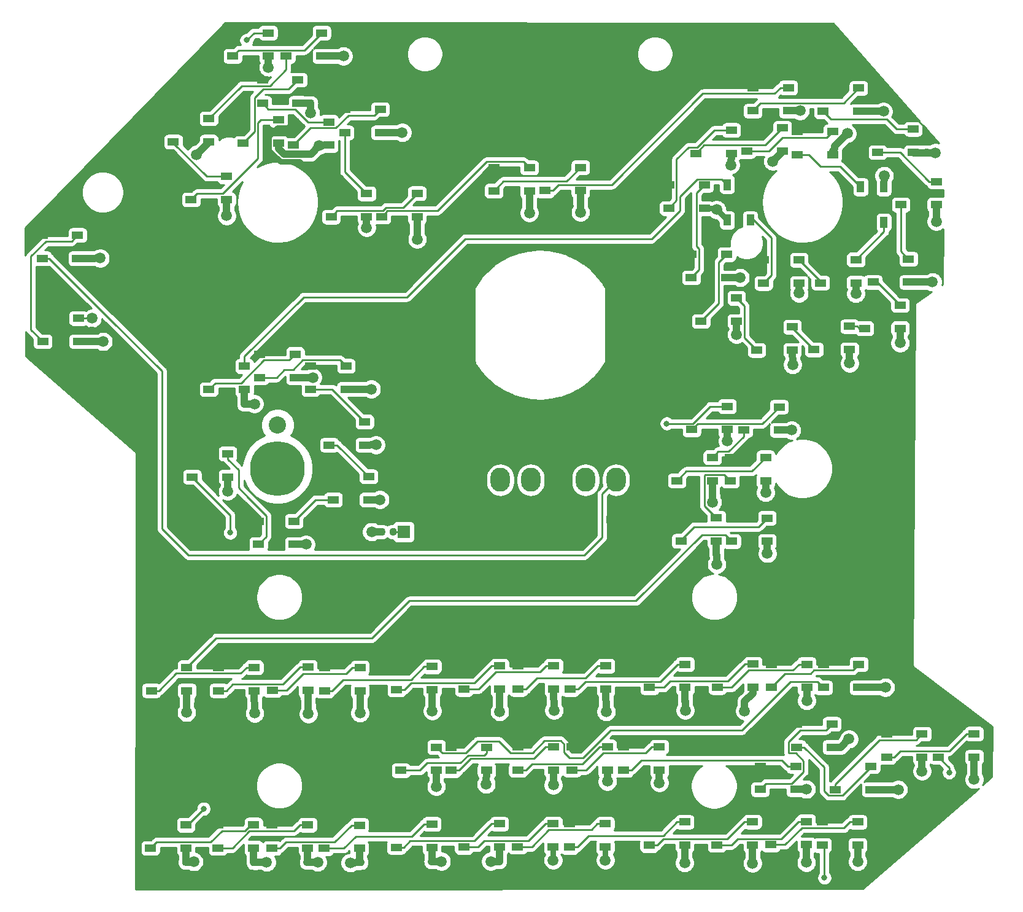
<source format=gbr>
G04 #@! TF.GenerationSoftware,KiCad,Pcbnew,(5.1.6)-1*
G04 #@! TF.CreationDate,2021-02-10T22:37:55+11:00*
G04 #@! TF.ProjectId,KY58 Panel PCB V2,4b593538-2050-4616-9e65-6c2050434220,rev?*
G04 #@! TF.SameCoordinates,Original*
G04 #@! TF.FileFunction,Copper,L1,Top*
G04 #@! TF.FilePolarity,Positive*
%FSLAX46Y46*%
G04 Gerber Fmt 4.6, Leading zero omitted, Abs format (unit mm)*
G04 Created by KiCad (PCBNEW (5.1.6)-1) date 2021-02-10 22:37:55*
%MOMM*%
%LPD*%
G01*
G04 APERTURE LIST*
G04 #@! TA.AperFunction,WasherPad*
%ADD10C,2.381250*%
G04 #@! TD*
G04 #@! TA.AperFunction,WasherPad*
%ADD11C,7.540752*%
G04 #@! TD*
G04 #@! TA.AperFunction,SMDPad,CuDef*
%ADD12R,1.500000X1.000000*%
G04 #@! TD*
G04 #@! TA.AperFunction,SMDPad,CuDef*
%ADD13R,1.000000X1.500000*%
G04 #@! TD*
G04 #@! TA.AperFunction,ComponentPad*
%ADD14O,2.700000X3.300000*%
G04 #@! TD*
G04 #@! TA.AperFunction,ComponentPad*
%ADD15C,1.800000*%
G04 #@! TD*
G04 #@! TA.AperFunction,ComponentPad*
%ADD16R,1.800000X1.800000*%
G04 #@! TD*
G04 #@! TA.AperFunction,ViaPad*
%ADD17C,1.500000*%
G04 #@! TD*
G04 #@! TA.AperFunction,ViaPad*
%ADD18C,0.800000*%
G04 #@! TD*
G04 #@! TA.AperFunction,Conductor*
%ADD19C,0.250000*%
G04 #@! TD*
G04 #@! TA.AperFunction,Conductor*
%ADD20C,0.750000*%
G04 #@! TD*
G04 #@! TA.AperFunction,Conductor*
%ADD21C,1.000000*%
G04 #@! TD*
G04 #@! TA.AperFunction,Conductor*
%ADD22C,0.400600*%
G04 #@! TD*
G04 #@! TA.AperFunction,Conductor*
%ADD23C,0.254000*%
G04 #@! TD*
G04 APERTURE END LIST*
D10*
G04 #@! TO.P,REF\u002A\u002A,*
G04 #@! TO.N,*
X115760258Y-88278977D03*
D11*
X115760258Y-94278977D03*
G04 #@! TD*
D12*
G04 #@! TO.P,D80,1*
G04 #@! TO.N,/LED+5V*
X103975000Y-92225000D03*
G04 #@! TO.P,D80,2*
G04 #@! TO.N,Net-(D26-Pad4)*
X103975000Y-95425000D03*
G04 #@! TO.P,D80,4*
G04 #@! TO.N,Net-(D79-Pad2)*
X108875000Y-92225000D03*
G04 #@! TO.P,D80,3*
G04 #@! TO.N,/LEDGND*
X108875000Y-95425000D03*
G04 #@! TD*
G04 #@! TO.P,D79,1*
G04 #@! TO.N,/LED+5V*
X113125000Y-101525000D03*
G04 #@! TO.P,D79,2*
G04 #@! TO.N,Net-(D79-Pad2)*
X113125000Y-104725000D03*
G04 #@! TO.P,D79,4*
G04 #@! TO.N,Net-(D78-Pad2)*
X118025000Y-101525000D03*
G04 #@! TO.P,D79,3*
G04 #@! TO.N,/LEDGND*
X118025000Y-104725000D03*
G04 #@! TD*
G04 #@! TO.P,D78,1*
G04 #@! TO.N,/LED+5V*
X123425000Y-95375000D03*
G04 #@! TO.P,D78,2*
G04 #@! TO.N,Net-(D78-Pad2)*
X123425000Y-98575000D03*
G04 #@! TO.P,D78,4*
G04 #@! TO.N,Net-(D77-Pad2)*
X128325000Y-95375000D03*
G04 #@! TO.P,D78,3*
G04 #@! TO.N,/LEDGND*
X128325000Y-98575000D03*
G04 #@! TD*
G04 #@! TO.P,D77,1*
G04 #@! TO.N,/LED+5V*
X122875000Y-87825000D03*
G04 #@! TO.P,D77,2*
G04 #@! TO.N,Net-(D77-Pad2)*
X122875000Y-91025000D03*
G04 #@! TO.P,D77,4*
G04 #@! TO.N,Net-(D25-Pad2)*
X127775000Y-87825000D03*
G04 #@! TO.P,D77,3*
G04 #@! TO.N,/LEDGND*
X127775000Y-91025000D03*
G04 #@! TD*
G04 #@! TO.P,D76,1*
G04 #@! TO.N,/LED+5V*
X178400000Y-101100000D03*
G04 #@! TO.P,D76,2*
G04 #@! TO.N,/DATAOUT1*
X178400000Y-104300000D03*
G04 #@! TO.P,D76,4*
G04 #@! TO.N,Net-(D28-Pad2)*
X183300000Y-101100000D03*
G04 #@! TO.P,D76,3*
G04 #@! TO.N,/LEDGND*
X183300000Y-104300000D03*
G04 #@! TD*
G04 #@! TO.P,D75,1*
G04 #@! TO.N,/LED+5V*
X178200000Y-92750000D03*
G04 #@! TO.P,D75,2*
G04 #@! TO.N,Net-(D28-Pad4)*
X178200000Y-95950000D03*
G04 #@! TO.P,D75,4*
G04 #@! TO.N,Net-(D27-Pad2)*
X183100000Y-92750000D03*
G04 #@! TO.P,D75,3*
G04 #@! TO.N,/LEDGND*
X183100000Y-95950000D03*
G04 #@! TD*
G04 #@! TO.P,D74,1*
G04 #@! TO.N,/LED+5V*
X180050000Y-85775000D03*
G04 #@! TO.P,D74,2*
G04 #@! TO.N,Net-(D27-Pad4)*
X180050000Y-88975000D03*
G04 #@! TO.P,D74,4*
G04 #@! TO.N,Net-(D26-Pad2)*
X184950000Y-85775000D03*
G04 #@! TO.P,D74,3*
G04 #@! TO.N,/LEDGND*
X184950000Y-88975000D03*
G04 #@! TD*
D13*
G04 #@! TO.P,D73,1*
G04 #@! TO.N,/LED+5V*
X180975000Y-55125000D03*
G04 #@! TO.P,D73,2*
G04 #@! TO.N,Net-(D23-Pad4)*
X177775000Y-55125000D03*
G04 #@! TO.P,D73,4*
G04 #@! TO.N,Net-(D72-Pad2)*
X180975000Y-60025000D03*
G04 #@! TO.P,D73,3*
G04 #@! TO.N,/LEDGND*
X177775000Y-60025000D03*
G04 #@! TD*
D12*
G04 #@! TO.P,D69,1*
G04 #@! TO.N,/LED+5V*
X187425000Y-47825000D03*
G04 #@! TO.P,D69,2*
G04 #@! TO.N,Net-(D69-Pad2)*
X187425000Y-51025000D03*
G04 #@! TO.P,D69,4*
G04 #@! TO.N,Net-(D68-Pad2)*
X192325000Y-47825000D03*
G04 #@! TO.P,D69,3*
G04 #@! TO.N,/LEDGND*
X192325000Y-51025000D03*
G04 #@! TD*
G04 #@! TO.P,D72,1*
G04 #@! TO.N,/LED+5V*
X182800000Y-65525000D03*
G04 #@! TO.P,D72,2*
G04 #@! TO.N,Net-(D72-Pad2)*
X182800000Y-68725000D03*
G04 #@! TO.P,D72,4*
G04 #@! TO.N,Net-(D71-Pad2)*
X187700000Y-65525000D03*
G04 #@! TO.P,D72,3*
G04 #@! TO.N,/LEDGND*
X187700000Y-68725000D03*
G04 #@! TD*
G04 #@! TO.P,D71,1*
G04 #@! TO.N,/LED+5V*
X190650000Y-65475000D03*
G04 #@! TO.P,D71,2*
G04 #@! TO.N,Net-(D71-Pad2)*
X190650000Y-68675000D03*
G04 #@! TO.P,D71,4*
G04 #@! TO.N,Net-(D70-Pad2)*
X195550000Y-65475000D03*
G04 #@! TO.P,D71,3*
G04 #@! TO.N,/LEDGND*
X195550000Y-68675000D03*
G04 #@! TD*
D13*
G04 #@! TO.P,D70,1*
G04 #@! TO.N,/LED+5V*
X196200000Y-60350000D03*
G04 #@! TO.P,D70,2*
G04 #@! TO.N,Net-(D70-Pad2)*
X199400000Y-60350000D03*
G04 #@! TO.P,D70,4*
G04 #@! TO.N,Net-(D69-Pad2)*
X196200000Y-55450000D03*
G04 #@! TO.P,D70,3*
G04 #@! TO.N,/LEDGND*
X199400000Y-55450000D03*
G04 #@! TD*
D12*
G04 #@! TO.P,D68,1*
G04 #@! TO.N,/LED+5V*
X180500000Y-47325000D03*
G04 #@! TO.P,D68,2*
G04 #@! TO.N,Net-(D68-Pad2)*
X180500000Y-50525000D03*
G04 #@! TO.P,D68,4*
G04 #@! TO.N,Net-(D22-Pad2)*
X185400000Y-47325000D03*
G04 #@! TO.P,D68,3*
G04 #@! TO.N,/LEDGND*
X185400000Y-50525000D03*
G04 #@! TD*
G04 #@! TO.P,D67,1*
G04 #@! TO.N,/LED+5V*
X123150000Y-56375000D03*
G04 #@! TO.P,D67,2*
G04 #@! TO.N,Net-(D67-Pad2)*
X123150000Y-59575000D03*
G04 #@! TO.P,D67,4*
G04 #@! TO.N,Net-(D67-Pad4)*
X128050000Y-56375000D03*
G04 #@! TO.P,D67,3*
G04 #@! TO.N,/LEDGND*
X128050000Y-59575000D03*
G04 #@! TD*
G04 #@! TO.P,D66,1*
G04 #@! TO.N,/LED+5V*
X117950000Y-46500000D03*
G04 #@! TO.P,D66,2*
G04 #@! TO.N,Net-(D66-Pad2)*
X117950000Y-49700000D03*
G04 #@! TO.P,D66,4*
G04 #@! TO.N,Net-(D6-Pad2)*
X122850000Y-46500000D03*
G04 #@! TO.P,D66,3*
G04 #@! TO.N,/LEDGND*
X122850000Y-49700000D03*
G04 #@! TD*
G04 #@! TO.P,D65,1*
G04 #@! TO.N,/LED+5V*
X111000000Y-46225000D03*
G04 #@! TO.P,D65,2*
G04 #@! TO.N,Net-(D6-Pad4)*
X111000000Y-49425000D03*
G04 #@! TO.P,D65,4*
G04 #@! TO.N,Net-(D64-Pad2)*
X115900000Y-46225000D03*
G04 #@! TO.P,D65,3*
G04 #@! TO.N,/LEDGND*
X115900000Y-49425000D03*
G04 #@! TD*
G04 #@! TO.P,D64,1*
G04 #@! TO.N,/LED+5V*
X103825000Y-54000000D03*
G04 #@! TO.P,D64,2*
G04 #@! TO.N,Net-(D64-Pad2)*
X103825000Y-57200000D03*
G04 #@! TO.P,D64,4*
G04 #@! TO.N,Net-(D3-Pad2)*
X108725000Y-54000000D03*
G04 #@! TO.P,D64,3*
G04 #@! TO.N,/LEDGND*
X108725000Y-57200000D03*
G04 #@! TD*
G04 #@! TO.P,C4,2*
G04 #@! TO.N,/LEDGND*
G04 #@! TA.AperFunction,SMDPad,CuDef*
G36*
G01*
X199553750Y-138047500D02*
X200066250Y-138047500D01*
G75*
G02*
X200285000Y-138266250I0J-218750D01*
G01*
X200285000Y-138703750D01*
G75*
G02*
X200066250Y-138922500I-218750J0D01*
G01*
X199553750Y-138922500D01*
G75*
G02*
X199335000Y-138703750I0J218750D01*
G01*
X199335000Y-138266250D01*
G75*
G02*
X199553750Y-138047500I218750J0D01*
G01*
G37*
G04 #@! TD.AperFunction*
G04 #@! TO.P,C4,1*
G04 #@! TO.N,/LED+5V*
G04 #@! TA.AperFunction,SMDPad,CuDef*
G36*
G01*
X199553750Y-136472500D02*
X200066250Y-136472500D01*
G75*
G02*
X200285000Y-136691250I0J-218750D01*
G01*
X200285000Y-137128750D01*
G75*
G02*
X200066250Y-137347500I-218750J0D01*
G01*
X199553750Y-137347500D01*
G75*
G02*
X199335000Y-137128750I0J218750D01*
G01*
X199335000Y-136691250D01*
G75*
G02*
X199553750Y-136472500I218750J0D01*
G01*
G37*
G04 #@! TD.AperFunction*
G04 #@! TD*
G04 #@! TO.P,C13,2*
G04 #@! TO.N,/LEDGND*
G04 #@! TA.AperFunction,SMDPad,CuDef*
G36*
G01*
X197508750Y-44597500D02*
X198021250Y-44597500D01*
G75*
G02*
X198240000Y-44816250I0J-218750D01*
G01*
X198240000Y-45253750D01*
G75*
G02*
X198021250Y-45472500I-218750J0D01*
G01*
X197508750Y-45472500D01*
G75*
G02*
X197290000Y-45253750I0J218750D01*
G01*
X197290000Y-44816250D01*
G75*
G02*
X197508750Y-44597500I218750J0D01*
G01*
G37*
G04 #@! TD.AperFunction*
G04 #@! TO.P,C13,1*
G04 #@! TO.N,/LED+5V*
G04 #@! TA.AperFunction,SMDPad,CuDef*
G36*
G01*
X197508750Y-43022500D02*
X198021250Y-43022500D01*
G75*
G02*
X198240000Y-43241250I0J-218750D01*
G01*
X198240000Y-43678750D01*
G75*
G02*
X198021250Y-43897500I-218750J0D01*
G01*
X197508750Y-43897500D01*
G75*
G02*
X197290000Y-43678750I0J218750D01*
G01*
X197290000Y-43241250D01*
G75*
G02*
X197508750Y-43022500I218750J0D01*
G01*
G37*
G04 #@! TD.AperFunction*
G04 #@! TD*
G04 #@! TO.P,C34,2*
G04 #@! TO.N,/LEDGND*
G04 #@! TA.AperFunction,SMDPad,CuDef*
G36*
G01*
X136542500Y-148686250D02*
X136542500Y-148173750D01*
G75*
G02*
X136761250Y-147955000I218750J0D01*
G01*
X137198750Y-147955000D01*
G75*
G02*
X137417500Y-148173750I0J-218750D01*
G01*
X137417500Y-148686250D01*
G75*
G02*
X137198750Y-148905000I-218750J0D01*
G01*
X136761250Y-148905000D01*
G75*
G02*
X136542500Y-148686250I0J218750D01*
G01*
G37*
G04 #@! TD.AperFunction*
G04 #@! TO.P,C34,1*
G04 #@! TO.N,/LED+5V*
G04 #@! TA.AperFunction,SMDPad,CuDef*
G36*
G01*
X134967500Y-148686250D02*
X134967500Y-148173750D01*
G75*
G02*
X135186250Y-147955000I218750J0D01*
G01*
X135623750Y-147955000D01*
G75*
G02*
X135842500Y-148173750I0J-218750D01*
G01*
X135842500Y-148686250D01*
G75*
G02*
X135623750Y-148905000I-218750J0D01*
G01*
X135186250Y-148905000D01*
G75*
G02*
X134967500Y-148686250I0J218750D01*
G01*
G37*
G04 #@! TD.AperFunction*
G04 #@! TD*
G04 #@! TO.P,C33,2*
G04 #@! TO.N,/LEDGND*
G04 #@! TA.AperFunction,SMDPad,CuDef*
G36*
G01*
X119372500Y-148786250D02*
X119372500Y-148273750D01*
G75*
G02*
X119591250Y-148055000I218750J0D01*
G01*
X120028750Y-148055000D01*
G75*
G02*
X120247500Y-148273750I0J-218750D01*
G01*
X120247500Y-148786250D01*
G75*
G02*
X120028750Y-149005000I-218750J0D01*
G01*
X119591250Y-149005000D01*
G75*
G02*
X119372500Y-148786250I0J218750D01*
G01*
G37*
G04 #@! TD.AperFunction*
G04 #@! TO.P,C33,1*
G04 #@! TO.N,/LED+5V*
G04 #@! TA.AperFunction,SMDPad,CuDef*
G36*
G01*
X117797500Y-148786250D02*
X117797500Y-148273750D01*
G75*
G02*
X118016250Y-148055000I218750J0D01*
G01*
X118453750Y-148055000D01*
G75*
G02*
X118672500Y-148273750I0J-218750D01*
G01*
X118672500Y-148786250D01*
G75*
G02*
X118453750Y-149005000I-218750J0D01*
G01*
X118016250Y-149005000D01*
G75*
G02*
X117797500Y-148786250I0J218750D01*
G01*
G37*
G04 #@! TD.AperFunction*
G04 #@! TD*
G04 #@! TO.P,C31,2*
G04 #@! TO.N,/LEDGND*
G04 #@! TA.AperFunction,SMDPad,CuDef*
G36*
G01*
X102642500Y-148776250D02*
X102642500Y-148263750D01*
G75*
G02*
X102861250Y-148045000I218750J0D01*
G01*
X103298750Y-148045000D01*
G75*
G02*
X103517500Y-148263750I0J-218750D01*
G01*
X103517500Y-148776250D01*
G75*
G02*
X103298750Y-148995000I-218750J0D01*
G01*
X102861250Y-148995000D01*
G75*
G02*
X102642500Y-148776250I0J218750D01*
G01*
G37*
G04 #@! TD.AperFunction*
G04 #@! TO.P,C31,1*
G04 #@! TO.N,/LED+5V*
G04 #@! TA.AperFunction,SMDPad,CuDef*
G36*
G01*
X101067500Y-148776250D02*
X101067500Y-148263750D01*
G75*
G02*
X101286250Y-148045000I218750J0D01*
G01*
X101723750Y-148045000D01*
G75*
G02*
X101942500Y-148263750I0J-218750D01*
G01*
X101942500Y-148776250D01*
G75*
G02*
X101723750Y-148995000I-218750J0D01*
G01*
X101286250Y-148995000D01*
G75*
G02*
X101067500Y-148776250I0J218750D01*
G01*
G37*
G04 #@! TD.AperFunction*
G04 #@! TD*
G04 #@! TO.P,C35,2*
G04 #@! TO.N,/LEDGND*
G04 #@! TA.AperFunction,SMDPad,CuDef*
G36*
G01*
X112042500Y-148826250D02*
X112042500Y-148313750D01*
G75*
G02*
X112261250Y-148095000I218750J0D01*
G01*
X112698750Y-148095000D01*
G75*
G02*
X112917500Y-148313750I0J-218750D01*
G01*
X112917500Y-148826250D01*
G75*
G02*
X112698750Y-149045000I-218750J0D01*
G01*
X112261250Y-149045000D01*
G75*
G02*
X112042500Y-148826250I0J218750D01*
G01*
G37*
G04 #@! TD.AperFunction*
G04 #@! TO.P,C35,1*
G04 #@! TO.N,/LED+5V*
G04 #@! TA.AperFunction,SMDPad,CuDef*
G36*
G01*
X110467500Y-148826250D02*
X110467500Y-148313750D01*
G75*
G02*
X110686250Y-148095000I218750J0D01*
G01*
X111123750Y-148095000D01*
G75*
G02*
X111342500Y-148313750I0J-218750D01*
G01*
X111342500Y-148826250D01*
G75*
G02*
X111123750Y-149045000I-218750J0D01*
G01*
X110686250Y-149045000D01*
G75*
G02*
X110467500Y-148826250I0J218750D01*
G01*
G37*
G04 #@! TD.AperFunction*
G04 #@! TD*
G04 #@! TO.P,R1,2*
G04 #@! TO.N,/LEDGND*
G04 #@! TA.AperFunction,SMDPad,CuDef*
G36*
G01*
X130562000Y-102740750D02*
X130562000Y-103253250D01*
G75*
G02*
X130343250Y-103472000I-218750J0D01*
G01*
X129905750Y-103472000D01*
G75*
G02*
X129687000Y-103253250I0J218750D01*
G01*
X129687000Y-102740750D01*
G75*
G02*
X129905750Y-102522000I218750J0D01*
G01*
X130343250Y-102522000D01*
G75*
G02*
X130562000Y-102740750I0J-218750D01*
G01*
G37*
G04 #@! TD.AperFunction*
G04 #@! TO.P,R1,1*
G04 #@! TO.N,Net-(D1-Pad1)*
G04 #@! TA.AperFunction,SMDPad,CuDef*
G36*
G01*
X132137000Y-102740750D02*
X132137000Y-103253250D01*
G75*
G02*
X131918250Y-103472000I-218750J0D01*
G01*
X131480750Y-103472000D01*
G75*
G02*
X131262000Y-103253250I0J218750D01*
G01*
X131262000Y-102740750D01*
G75*
G02*
X131480750Y-102522000I218750J0D01*
G01*
X131918250Y-102522000D01*
G75*
G02*
X132137000Y-102740750I0J-218750D01*
G01*
G37*
G04 #@! TD.AperFunction*
G04 #@! TD*
D14*
G04 #@! TO.P,J2,4*
G04 #@! TO.N,/DATAOUT*
X162442000Y-95843000D03*
G04 #@! TO.P,J2,3*
G04 #@! TO.N,/LEDGND*
X158242000Y-95843000D03*
G04 #@! TO.P,J2,2*
G04 #@! TO.N,/LED+5V*
X162442000Y-101343000D03*
G04 #@! TO.P,J2,1*
G04 #@! TA.AperFunction,ComponentPad*
G36*
G01*
X156892000Y-102742999D02*
X156892000Y-99943001D01*
G75*
G02*
X157142001Y-99693000I250001J0D01*
G01*
X159341999Y-99693000D01*
G75*
G02*
X159592000Y-99943001I0J-250001D01*
G01*
X159592000Y-102742999D01*
G75*
G02*
X159341999Y-102993000I-250001J0D01*
G01*
X157142001Y-102993000D01*
G75*
G02*
X156892000Y-102742999I0J250001D01*
G01*
G37*
G04 #@! TD.AperFunction*
G04 #@! TD*
G04 #@! TO.P,J1,4*
G04 #@! TO.N,/DATAIN*
X150682000Y-95843000D03*
G04 #@! TO.P,J1,3*
G04 #@! TO.N,/LEDGND*
X146482000Y-95843000D03*
G04 #@! TO.P,J1,2*
G04 #@! TO.N,/LED+5V*
X150682000Y-101343000D03*
G04 #@! TO.P,J1,1*
G04 #@! TA.AperFunction,ComponentPad*
G36*
G01*
X145132000Y-102742999D02*
X145132000Y-99943001D01*
G75*
G02*
X145382001Y-99693000I250001J0D01*
G01*
X147581999Y-99693000D01*
G75*
G02*
X147832000Y-99943001I0J-250001D01*
G01*
X147832000Y-102742999D01*
G75*
G02*
X147581999Y-102993000I-250001J0D01*
G01*
X145382001Y-102993000D01*
G75*
G02*
X145132000Y-102742999I0J250001D01*
G01*
G37*
G04 #@! TD.AperFunction*
G04 #@! TD*
G04 #@! TO.P,C32,2*
G04 #@! TO.N,/LEDGND*
G04 #@! TA.AperFunction,SMDPad,CuDef*
G36*
G01*
X145962500Y-126956250D02*
X145962500Y-126443750D01*
G75*
G02*
X146181250Y-126225000I218750J0D01*
G01*
X146618750Y-126225000D01*
G75*
G02*
X146837500Y-126443750I0J-218750D01*
G01*
X146837500Y-126956250D01*
G75*
G02*
X146618750Y-127175000I-218750J0D01*
G01*
X146181250Y-127175000D01*
G75*
G02*
X145962500Y-126956250I0J218750D01*
G01*
G37*
G04 #@! TD.AperFunction*
G04 #@! TO.P,C32,1*
G04 #@! TO.N,/LED+5V*
G04 #@! TA.AperFunction,SMDPad,CuDef*
G36*
G01*
X144387500Y-126956250D02*
X144387500Y-126443750D01*
G75*
G02*
X144606250Y-126225000I218750J0D01*
G01*
X145043750Y-126225000D01*
G75*
G02*
X145262500Y-126443750I0J-218750D01*
G01*
X145262500Y-126956250D01*
G75*
G02*
X145043750Y-127175000I-218750J0D01*
G01*
X144606250Y-127175000D01*
G75*
G02*
X144387500Y-126956250I0J218750D01*
G01*
G37*
G04 #@! TD.AperFunction*
G04 #@! TD*
G04 #@! TO.P,C30,2*
G04 #@! TO.N,/LEDGND*
G04 #@! TA.AperFunction,SMDPad,CuDef*
G36*
G01*
X179762500Y-126656250D02*
X179762500Y-126143750D01*
G75*
G02*
X179981250Y-125925000I218750J0D01*
G01*
X180418750Y-125925000D01*
G75*
G02*
X180637500Y-126143750I0J-218750D01*
G01*
X180637500Y-126656250D01*
G75*
G02*
X180418750Y-126875000I-218750J0D01*
G01*
X179981250Y-126875000D01*
G75*
G02*
X179762500Y-126656250I0J218750D01*
G01*
G37*
G04 #@! TD.AperFunction*
G04 #@! TO.P,C30,1*
G04 #@! TO.N,/LED+5V*
G04 #@! TA.AperFunction,SMDPad,CuDef*
G36*
G01*
X178187500Y-126656250D02*
X178187500Y-126143750D01*
G75*
G02*
X178406250Y-125925000I218750J0D01*
G01*
X178843750Y-125925000D01*
G75*
G02*
X179062500Y-126143750I0J-218750D01*
G01*
X179062500Y-126656250D01*
G75*
G02*
X178843750Y-126875000I-218750J0D01*
G01*
X178406250Y-126875000D01*
G75*
G02*
X178187500Y-126656250I0J218750D01*
G01*
G37*
G04 #@! TD.AperFunction*
G04 #@! TD*
G04 #@! TO.P,C29,2*
G04 #@! TO.N,/LEDGND*
G04 #@! TA.AperFunction,SMDPad,CuDef*
G36*
G01*
X136662500Y-126956250D02*
X136662500Y-126443750D01*
G75*
G02*
X136881250Y-126225000I218750J0D01*
G01*
X137318750Y-126225000D01*
G75*
G02*
X137537500Y-126443750I0J-218750D01*
G01*
X137537500Y-126956250D01*
G75*
G02*
X137318750Y-127175000I-218750J0D01*
G01*
X136881250Y-127175000D01*
G75*
G02*
X136662500Y-126956250I0J218750D01*
G01*
G37*
G04 #@! TD.AperFunction*
G04 #@! TO.P,C29,1*
G04 #@! TO.N,/LED+5V*
G04 #@! TA.AperFunction,SMDPad,CuDef*
G36*
G01*
X135087500Y-126956250D02*
X135087500Y-126443750D01*
G75*
G02*
X135306250Y-126225000I218750J0D01*
G01*
X135743750Y-126225000D01*
G75*
G02*
X135962500Y-126443750I0J-218750D01*
G01*
X135962500Y-126956250D01*
G75*
G02*
X135743750Y-127175000I-218750J0D01*
G01*
X135306250Y-127175000D01*
G75*
G02*
X135087500Y-126956250I0J218750D01*
G01*
G37*
G04 #@! TD.AperFunction*
G04 #@! TD*
G04 #@! TO.P,C28,2*
G04 #@! TO.N,/LEDGND*
G04 #@! TA.AperFunction,SMDPad,CuDef*
G36*
G01*
X119462500Y-127056250D02*
X119462500Y-126543750D01*
G75*
G02*
X119681250Y-126325000I218750J0D01*
G01*
X120118750Y-126325000D01*
G75*
G02*
X120337500Y-126543750I0J-218750D01*
G01*
X120337500Y-127056250D01*
G75*
G02*
X120118750Y-127275000I-218750J0D01*
G01*
X119681250Y-127275000D01*
G75*
G02*
X119462500Y-127056250I0J218750D01*
G01*
G37*
G04 #@! TD.AperFunction*
G04 #@! TO.P,C28,1*
G04 #@! TO.N,/LED+5V*
G04 #@! TA.AperFunction,SMDPad,CuDef*
G36*
G01*
X117887500Y-127056250D02*
X117887500Y-126543750D01*
G75*
G02*
X118106250Y-126325000I218750J0D01*
G01*
X118543750Y-126325000D01*
G75*
G02*
X118762500Y-126543750I0J-218750D01*
G01*
X118762500Y-127056250D01*
G75*
G02*
X118543750Y-127275000I-218750J0D01*
G01*
X118106250Y-127275000D01*
G75*
G02*
X117887500Y-127056250I0J218750D01*
G01*
G37*
G04 #@! TD.AperFunction*
G04 #@! TD*
G04 #@! TO.P,C27,2*
G04 #@! TO.N,/LEDGND*
G04 #@! TA.AperFunction,SMDPad,CuDef*
G36*
G01*
X160662500Y-126856250D02*
X160662500Y-126343750D01*
G75*
G02*
X160881250Y-126125000I218750J0D01*
G01*
X161318750Y-126125000D01*
G75*
G02*
X161537500Y-126343750I0J-218750D01*
G01*
X161537500Y-126856250D01*
G75*
G02*
X161318750Y-127075000I-218750J0D01*
G01*
X160881250Y-127075000D01*
G75*
G02*
X160662500Y-126856250I0J218750D01*
G01*
G37*
G04 #@! TD.AperFunction*
G04 #@! TO.P,C27,1*
G04 #@! TO.N,/LED+5V*
G04 #@! TA.AperFunction,SMDPad,CuDef*
G36*
G01*
X159087500Y-126856250D02*
X159087500Y-126343750D01*
G75*
G02*
X159306250Y-126125000I218750J0D01*
G01*
X159743750Y-126125000D01*
G75*
G02*
X159962500Y-126343750I0J-218750D01*
G01*
X159962500Y-126856250D01*
G75*
G02*
X159743750Y-127075000I-218750J0D01*
G01*
X159306250Y-127075000D01*
G75*
G02*
X159087500Y-126856250I0J218750D01*
G01*
G37*
G04 #@! TD.AperFunction*
G04 #@! TD*
G04 #@! TO.P,C26,2*
G04 #@! TO.N,/LEDGND*
G04 #@! TA.AperFunction,SMDPad,CuDef*
G36*
G01*
X153462500Y-126856250D02*
X153462500Y-126343750D01*
G75*
G02*
X153681250Y-126125000I218750J0D01*
G01*
X154118750Y-126125000D01*
G75*
G02*
X154337500Y-126343750I0J-218750D01*
G01*
X154337500Y-126856250D01*
G75*
G02*
X154118750Y-127075000I-218750J0D01*
G01*
X153681250Y-127075000D01*
G75*
G02*
X153462500Y-126856250I0J218750D01*
G01*
G37*
G04 #@! TD.AperFunction*
G04 #@! TO.P,C26,1*
G04 #@! TO.N,/LED+5V*
G04 #@! TA.AperFunction,SMDPad,CuDef*
G36*
G01*
X151887500Y-126856250D02*
X151887500Y-126343750D01*
G75*
G02*
X152106250Y-126125000I218750J0D01*
G01*
X152543750Y-126125000D01*
G75*
G02*
X152762500Y-126343750I0J-218750D01*
G01*
X152762500Y-126856250D01*
G75*
G02*
X152543750Y-127075000I-218750J0D01*
G01*
X152106250Y-127075000D01*
G75*
G02*
X151887500Y-126856250I0J218750D01*
G01*
G37*
G04 #@! TD.AperFunction*
G04 #@! TD*
G04 #@! TO.P,C25,2*
G04 #@! TO.N,/LEDGND*
G04 #@! TA.AperFunction,SMDPad,CuDef*
G36*
G01*
X112062500Y-127056250D02*
X112062500Y-126543750D01*
G75*
G02*
X112281250Y-126325000I218750J0D01*
G01*
X112718750Y-126325000D01*
G75*
G02*
X112937500Y-126543750I0J-218750D01*
G01*
X112937500Y-127056250D01*
G75*
G02*
X112718750Y-127275000I-218750J0D01*
G01*
X112281250Y-127275000D01*
G75*
G02*
X112062500Y-127056250I0J218750D01*
G01*
G37*
G04 #@! TD.AperFunction*
G04 #@! TO.P,C25,1*
G04 #@! TO.N,/LED+5V*
G04 #@! TA.AperFunction,SMDPad,CuDef*
G36*
G01*
X110487500Y-127056250D02*
X110487500Y-126543750D01*
G75*
G02*
X110706250Y-126325000I218750J0D01*
G01*
X111143750Y-126325000D01*
G75*
G02*
X111362500Y-126543750I0J-218750D01*
G01*
X111362500Y-127056250D01*
G75*
G02*
X111143750Y-127275000I-218750J0D01*
G01*
X110706250Y-127275000D01*
G75*
G02*
X110487500Y-127056250I0J218750D01*
G01*
G37*
G04 #@! TD.AperFunction*
G04 #@! TD*
G04 #@! TO.P,C24,2*
G04 #@! TO.N,/LEDGND*
G04 #@! TA.AperFunction,SMDPad,CuDef*
G36*
G01*
X102762500Y-127156250D02*
X102762500Y-126643750D01*
G75*
G02*
X102981250Y-126425000I218750J0D01*
G01*
X103418750Y-126425000D01*
G75*
G02*
X103637500Y-126643750I0J-218750D01*
G01*
X103637500Y-127156250D01*
G75*
G02*
X103418750Y-127375000I-218750J0D01*
G01*
X102981250Y-127375000D01*
G75*
G02*
X102762500Y-127156250I0J218750D01*
G01*
G37*
G04 #@! TD.AperFunction*
G04 #@! TO.P,C24,1*
G04 #@! TO.N,/LED+5V*
G04 #@! TA.AperFunction,SMDPad,CuDef*
G36*
G01*
X101187500Y-127156250D02*
X101187500Y-126643750D01*
G75*
G02*
X101406250Y-126425000I218750J0D01*
G01*
X101843750Y-126425000D01*
G75*
G02*
X102062500Y-126643750I0J-218750D01*
G01*
X102062500Y-127156250D01*
G75*
G02*
X101843750Y-127375000I-218750J0D01*
G01*
X101406250Y-127375000D01*
G75*
G02*
X101187500Y-127156250I0J218750D01*
G01*
G37*
G04 #@! TD.AperFunction*
G04 #@! TD*
G04 #@! TO.P,C23,2*
G04 #@! TO.N,/LEDGND*
G04 #@! TA.AperFunction,SMDPad,CuDef*
G36*
G01*
X126918750Y-82862500D02*
X127431250Y-82862500D01*
G75*
G02*
X127650000Y-83081250I0J-218750D01*
G01*
X127650000Y-83518750D01*
G75*
G02*
X127431250Y-83737500I-218750J0D01*
G01*
X126918750Y-83737500D01*
G75*
G02*
X126700000Y-83518750I0J218750D01*
G01*
X126700000Y-83081250D01*
G75*
G02*
X126918750Y-82862500I218750J0D01*
G01*
G37*
G04 #@! TD.AperFunction*
G04 #@! TO.P,C23,1*
G04 #@! TO.N,/LED+5V*
G04 #@! TA.AperFunction,SMDPad,CuDef*
G36*
G01*
X126918750Y-81287500D02*
X127431250Y-81287500D01*
G75*
G02*
X127650000Y-81506250I0J-218750D01*
G01*
X127650000Y-81943750D01*
G75*
G02*
X127431250Y-82162500I-218750J0D01*
G01*
X126918750Y-82162500D01*
G75*
G02*
X126700000Y-81943750I0J218750D01*
G01*
X126700000Y-81506250D01*
G75*
G02*
X126918750Y-81287500I218750J0D01*
G01*
G37*
G04 #@! TD.AperFunction*
G04 #@! TD*
G04 #@! TO.P,C22,2*
G04 #@! TO.N,/LEDGND*
G04 #@! TA.AperFunction,SMDPad,CuDef*
G36*
G01*
X89743750Y-64862500D02*
X90256250Y-64862500D01*
G75*
G02*
X90475000Y-65081250I0J-218750D01*
G01*
X90475000Y-65518750D01*
G75*
G02*
X90256250Y-65737500I-218750J0D01*
G01*
X89743750Y-65737500D01*
G75*
G02*
X89525000Y-65518750I0J218750D01*
G01*
X89525000Y-65081250D01*
G75*
G02*
X89743750Y-64862500I218750J0D01*
G01*
G37*
G04 #@! TD.AperFunction*
G04 #@! TO.P,C22,1*
G04 #@! TO.N,/LED+5V*
G04 #@! TA.AperFunction,SMDPad,CuDef*
G36*
G01*
X89743750Y-63287500D02*
X90256250Y-63287500D01*
G75*
G02*
X90475000Y-63506250I0J-218750D01*
G01*
X90475000Y-63943750D01*
G75*
G02*
X90256250Y-64162500I-218750J0D01*
G01*
X89743750Y-64162500D01*
G75*
G02*
X89525000Y-63943750I0J218750D01*
G01*
X89525000Y-63506250D01*
G75*
G02*
X89743750Y-63287500I218750J0D01*
G01*
G37*
G04 #@! TD.AperFunction*
G04 #@! TD*
G04 #@! TO.P,C21,2*
G04 #@! TO.N,/LEDGND*
G04 #@! TA.AperFunction,SMDPad,CuDef*
G36*
G01*
X89868750Y-76337500D02*
X90381250Y-76337500D01*
G75*
G02*
X90600000Y-76556250I0J-218750D01*
G01*
X90600000Y-76993750D01*
G75*
G02*
X90381250Y-77212500I-218750J0D01*
G01*
X89868750Y-77212500D01*
G75*
G02*
X89650000Y-76993750I0J218750D01*
G01*
X89650000Y-76556250D01*
G75*
G02*
X89868750Y-76337500I218750J0D01*
G01*
G37*
G04 #@! TD.AperFunction*
G04 #@! TO.P,C21,1*
G04 #@! TO.N,/LED+5V*
G04 #@! TA.AperFunction,SMDPad,CuDef*
G36*
G01*
X89868750Y-74762500D02*
X90381250Y-74762500D01*
G75*
G02*
X90600000Y-74981250I0J-218750D01*
G01*
X90600000Y-75418750D01*
G75*
G02*
X90381250Y-75637500I-218750J0D01*
G01*
X89868750Y-75637500D01*
G75*
G02*
X89650000Y-75418750I0J218750D01*
G01*
X89650000Y-74981250D01*
G75*
G02*
X89868750Y-74762500I218750J0D01*
G01*
G37*
G04 #@! TD.AperFunction*
G04 #@! TD*
G04 #@! TO.P,C20,2*
G04 #@! TO.N,/LEDGND*
G04 #@! TA.AperFunction,SMDPad,CuDef*
G36*
G01*
X157112500Y-58181250D02*
X157112500Y-57668750D01*
G75*
G02*
X157331250Y-57450000I218750J0D01*
G01*
X157768750Y-57450000D01*
G75*
G02*
X157987500Y-57668750I0J-218750D01*
G01*
X157987500Y-58181250D01*
G75*
G02*
X157768750Y-58400000I-218750J0D01*
G01*
X157331250Y-58400000D01*
G75*
G02*
X157112500Y-58181250I0J218750D01*
G01*
G37*
G04 #@! TD.AperFunction*
G04 #@! TO.P,C20,1*
G04 #@! TO.N,/LED+5V*
G04 #@! TA.AperFunction,SMDPad,CuDef*
G36*
G01*
X155537500Y-58181250D02*
X155537500Y-57668750D01*
G75*
G02*
X155756250Y-57450000I218750J0D01*
G01*
X156193750Y-57450000D01*
G75*
G02*
X156412500Y-57668750I0J-218750D01*
G01*
X156412500Y-58181250D01*
G75*
G02*
X156193750Y-58400000I-218750J0D01*
G01*
X155756250Y-58400000D01*
G75*
G02*
X155537500Y-58181250I0J218750D01*
G01*
G37*
G04 #@! TD.AperFunction*
G04 #@! TD*
G04 #@! TO.P,C19,2*
G04 #@! TO.N,/LEDGND*
G04 #@! TA.AperFunction,SMDPad,CuDef*
G36*
G01*
X150062500Y-58181250D02*
X150062500Y-57668750D01*
G75*
G02*
X150281250Y-57450000I218750J0D01*
G01*
X150718750Y-57450000D01*
G75*
G02*
X150937500Y-57668750I0J-218750D01*
G01*
X150937500Y-58181250D01*
G75*
G02*
X150718750Y-58400000I-218750J0D01*
G01*
X150281250Y-58400000D01*
G75*
G02*
X150062500Y-58181250I0J218750D01*
G01*
G37*
G04 #@! TD.AperFunction*
G04 #@! TO.P,C19,1*
G04 #@! TO.N,/LED+5V*
G04 #@! TA.AperFunction,SMDPad,CuDef*
G36*
G01*
X148487500Y-58181250D02*
X148487500Y-57668750D01*
G75*
G02*
X148706250Y-57450000I218750J0D01*
G01*
X149143750Y-57450000D01*
G75*
G02*
X149362500Y-57668750I0J-218750D01*
G01*
X149362500Y-58181250D01*
G75*
G02*
X149143750Y-58400000I-218750J0D01*
G01*
X148706250Y-58400000D01*
G75*
G02*
X148487500Y-58181250I0J218750D01*
G01*
G37*
G04 #@! TD.AperFunction*
G04 #@! TD*
G04 #@! TO.P,C18,2*
G04 #@! TO.N,/LEDGND*
G04 #@! TA.AperFunction,SMDPad,CuDef*
G36*
G01*
X120750000Y-43643750D02*
X120750000Y-44156250D01*
G75*
G02*
X120531250Y-44375000I-218750J0D01*
G01*
X120093750Y-44375000D01*
G75*
G02*
X119875000Y-44156250I0J218750D01*
G01*
X119875000Y-43643750D01*
G75*
G02*
X120093750Y-43425000I218750J0D01*
G01*
X120531250Y-43425000D01*
G75*
G02*
X120750000Y-43643750I0J-218750D01*
G01*
G37*
G04 #@! TD.AperFunction*
G04 #@! TO.P,C18,1*
G04 #@! TO.N,/LED+5V*
G04 #@! TA.AperFunction,SMDPad,CuDef*
G36*
G01*
X122325000Y-43643750D02*
X122325000Y-44156250D01*
G75*
G02*
X122106250Y-44375000I-218750J0D01*
G01*
X121668750Y-44375000D01*
G75*
G02*
X121450000Y-44156250I0J218750D01*
G01*
X121450000Y-43643750D01*
G75*
G02*
X121668750Y-43425000I218750J0D01*
G01*
X122106250Y-43425000D01*
G75*
G02*
X122325000Y-43643750I0J-218750D01*
G01*
G37*
G04 #@! TD.AperFunction*
G04 #@! TD*
G04 #@! TO.P,C17,2*
G04 #@! TO.N,/LEDGND*
G04 #@! TA.AperFunction,SMDPad,CuDef*
G36*
G01*
X131518750Y-47487500D02*
X132031250Y-47487500D01*
G75*
G02*
X132250000Y-47706250I0J-218750D01*
G01*
X132250000Y-48143750D01*
G75*
G02*
X132031250Y-48362500I-218750J0D01*
G01*
X131518750Y-48362500D01*
G75*
G02*
X131300000Y-48143750I0J218750D01*
G01*
X131300000Y-47706250D01*
G75*
G02*
X131518750Y-47487500I218750J0D01*
G01*
G37*
G04 #@! TD.AperFunction*
G04 #@! TO.P,C17,1*
G04 #@! TO.N,/LED+5V*
G04 #@! TA.AperFunction,SMDPad,CuDef*
G36*
G01*
X131518750Y-45912500D02*
X132031250Y-45912500D01*
G75*
G02*
X132250000Y-46131250I0J-218750D01*
G01*
X132250000Y-46568750D01*
G75*
G02*
X132031250Y-46787500I-218750J0D01*
G01*
X131518750Y-46787500D01*
G75*
G02*
X131300000Y-46568750I0J218750D01*
G01*
X131300000Y-46131250D01*
G75*
G02*
X131518750Y-45912500I218750J0D01*
G01*
G37*
G04 #@! TD.AperFunction*
G04 #@! TD*
G04 #@! TO.P,C16,2*
G04 #@! TO.N,/LEDGND*
G04 #@! TA.AperFunction,SMDPad,CuDef*
G36*
G01*
X123393750Y-36962500D02*
X123906250Y-36962500D01*
G75*
G02*
X124125000Y-37181250I0J-218750D01*
G01*
X124125000Y-37618750D01*
G75*
G02*
X123906250Y-37837500I-218750J0D01*
G01*
X123393750Y-37837500D01*
G75*
G02*
X123175000Y-37618750I0J218750D01*
G01*
X123175000Y-37181250D01*
G75*
G02*
X123393750Y-36962500I218750J0D01*
G01*
G37*
G04 #@! TD.AperFunction*
G04 #@! TO.P,C16,1*
G04 #@! TO.N,/LED+5V*
G04 #@! TA.AperFunction,SMDPad,CuDef*
G36*
G01*
X123393750Y-35387500D02*
X123906250Y-35387500D01*
G75*
G02*
X124125000Y-35606250I0J-218750D01*
G01*
X124125000Y-36043750D01*
G75*
G02*
X123906250Y-36262500I-218750J0D01*
G01*
X123393750Y-36262500D01*
G75*
G02*
X123175000Y-36043750I0J218750D01*
G01*
X123175000Y-35606250D01*
G75*
G02*
X123393750Y-35387500I218750J0D01*
G01*
G37*
G04 #@! TD.AperFunction*
G04 #@! TD*
G04 #@! TO.P,C15,2*
G04 #@! TO.N,/LEDGND*
G04 #@! TA.AperFunction,SMDPad,CuDef*
G36*
G01*
X134587500Y-61756250D02*
X134587500Y-61243750D01*
G75*
G02*
X134806250Y-61025000I218750J0D01*
G01*
X135243750Y-61025000D01*
G75*
G02*
X135462500Y-61243750I0J-218750D01*
G01*
X135462500Y-61756250D01*
G75*
G02*
X135243750Y-61975000I-218750J0D01*
G01*
X134806250Y-61975000D01*
G75*
G02*
X134587500Y-61756250I0J218750D01*
G01*
G37*
G04 #@! TD.AperFunction*
G04 #@! TO.P,C15,1*
G04 #@! TO.N,/LED+5V*
G04 #@! TA.AperFunction,SMDPad,CuDef*
G36*
G01*
X133012500Y-61756250D02*
X133012500Y-61243750D01*
G75*
G02*
X133231250Y-61025000I218750J0D01*
G01*
X133668750Y-61025000D01*
G75*
G02*
X133887500Y-61243750I0J-218750D01*
G01*
X133887500Y-61756250D01*
G75*
G02*
X133668750Y-61975000I-218750J0D01*
G01*
X133231250Y-61975000D01*
G75*
G02*
X133012500Y-61756250I0J218750D01*
G01*
G37*
G04 #@! TD.AperFunction*
G04 #@! TD*
G04 #@! TO.P,C14,2*
G04 #@! TO.N,/LEDGND*
G04 #@! TA.AperFunction,SMDPad,CuDef*
G36*
G01*
X110732500Y-85616250D02*
X110732500Y-85103750D01*
G75*
G02*
X110951250Y-84885000I218750J0D01*
G01*
X111388750Y-84885000D01*
G75*
G02*
X111607500Y-85103750I0J-218750D01*
G01*
X111607500Y-85616250D01*
G75*
G02*
X111388750Y-85835000I-218750J0D01*
G01*
X110951250Y-85835000D01*
G75*
G02*
X110732500Y-85616250I0J218750D01*
G01*
G37*
G04 #@! TD.AperFunction*
G04 #@! TO.P,C14,1*
G04 #@! TO.N,/LED+5V*
G04 #@! TA.AperFunction,SMDPad,CuDef*
G36*
G01*
X109157500Y-85616250D02*
X109157500Y-85103750D01*
G75*
G02*
X109376250Y-84885000I218750J0D01*
G01*
X109813750Y-84885000D01*
G75*
G02*
X110032500Y-85103750I0J-218750D01*
G01*
X110032500Y-85616250D01*
G75*
G02*
X109813750Y-85835000I-218750J0D01*
G01*
X109376250Y-85835000D01*
G75*
G02*
X109157500Y-85616250I0J218750D01*
G01*
G37*
G04 #@! TD.AperFunction*
G04 #@! TD*
G04 #@! TO.P,C12,2*
G04 #@! TO.N,/LEDGND*
G04 #@! TA.AperFunction,SMDPad,CuDef*
G36*
G01*
X205023750Y-50212500D02*
X205536250Y-50212500D01*
G75*
G02*
X205755000Y-50431250I0J-218750D01*
G01*
X205755000Y-50868750D01*
G75*
G02*
X205536250Y-51087500I-218750J0D01*
G01*
X205023750Y-51087500D01*
G75*
G02*
X204805000Y-50868750I0J218750D01*
G01*
X204805000Y-50431250D01*
G75*
G02*
X205023750Y-50212500I218750J0D01*
G01*
G37*
G04 #@! TD.AperFunction*
G04 #@! TO.P,C12,1*
G04 #@! TO.N,/LED+5V*
G04 #@! TA.AperFunction,SMDPad,CuDef*
G36*
G01*
X205023750Y-48637500D02*
X205536250Y-48637500D01*
G75*
G02*
X205755000Y-48856250I0J-218750D01*
G01*
X205755000Y-49293750D01*
G75*
G02*
X205536250Y-49512500I-218750J0D01*
G01*
X205023750Y-49512500D01*
G75*
G02*
X204805000Y-49293750I0J218750D01*
G01*
X204805000Y-48856250D01*
G75*
G02*
X205023750Y-48637500I218750J0D01*
G01*
G37*
G04 #@! TD.AperFunction*
G04 #@! TD*
G04 #@! TO.P,C11,2*
G04 #@! TO.N,/LEDGND*
G04 #@! TA.AperFunction,SMDPad,CuDef*
G36*
G01*
X204473750Y-68107500D02*
X204986250Y-68107500D01*
G75*
G02*
X205205000Y-68326250I0J-218750D01*
G01*
X205205000Y-68763750D01*
G75*
G02*
X204986250Y-68982500I-218750J0D01*
G01*
X204473750Y-68982500D01*
G75*
G02*
X204255000Y-68763750I0J218750D01*
G01*
X204255000Y-68326250D01*
G75*
G02*
X204473750Y-68107500I218750J0D01*
G01*
G37*
G04 #@! TD.AperFunction*
G04 #@! TO.P,C11,1*
G04 #@! TO.N,/LED+5V*
G04 #@! TA.AperFunction,SMDPad,CuDef*
G36*
G01*
X204473750Y-66532500D02*
X204986250Y-66532500D01*
G75*
G02*
X205205000Y-66751250I0J-218750D01*
G01*
X205205000Y-67188750D01*
G75*
G02*
X204986250Y-67407500I-218750J0D01*
G01*
X204473750Y-67407500D01*
G75*
G02*
X204255000Y-67188750I0J218750D01*
G01*
X204255000Y-66751250D01*
G75*
G02*
X204473750Y-66532500I218750J0D01*
G01*
G37*
G04 #@! TD.AperFunction*
G04 #@! TD*
G04 #@! TO.P,C10,2*
G04 #@! TO.N,/LEDGND*
G04 #@! TA.AperFunction,SMDPad,CuDef*
G36*
G01*
X176212500Y-97643750D02*
X176212500Y-98156250D01*
G75*
G02*
X175993750Y-98375000I-218750J0D01*
G01*
X175556250Y-98375000D01*
G75*
G02*
X175337500Y-98156250I0J218750D01*
G01*
X175337500Y-97643750D01*
G75*
G02*
X175556250Y-97425000I218750J0D01*
G01*
X175993750Y-97425000D01*
G75*
G02*
X176212500Y-97643750I0J-218750D01*
G01*
G37*
G04 #@! TD.AperFunction*
G04 #@! TO.P,C10,1*
G04 #@! TO.N,/LED+5V*
G04 #@! TA.AperFunction,SMDPad,CuDef*
G36*
G01*
X177787500Y-97643750D02*
X177787500Y-98156250D01*
G75*
G02*
X177568750Y-98375000I-218750J0D01*
G01*
X177131250Y-98375000D01*
G75*
G02*
X176912500Y-98156250I0J218750D01*
G01*
X176912500Y-97643750D01*
G75*
G02*
X177131250Y-97425000I218750J0D01*
G01*
X177568750Y-97425000D01*
G75*
G02*
X177787500Y-97643750I0J-218750D01*
G01*
G37*
G04 #@! TD.AperFunction*
G04 #@! TD*
G04 #@! TO.P,C9,2*
G04 #@! TO.N,/LEDGND*
G04 #@! TA.AperFunction,SMDPad,CuDef*
G36*
G01*
X176787500Y-105953750D02*
X176787500Y-106466250D01*
G75*
G02*
X176568750Y-106685000I-218750J0D01*
G01*
X176131250Y-106685000D01*
G75*
G02*
X175912500Y-106466250I0J218750D01*
G01*
X175912500Y-105953750D01*
G75*
G02*
X176131250Y-105735000I218750J0D01*
G01*
X176568750Y-105735000D01*
G75*
G02*
X176787500Y-105953750I0J-218750D01*
G01*
G37*
G04 #@! TD.AperFunction*
G04 #@! TO.P,C9,1*
G04 #@! TO.N,/LED+5V*
G04 #@! TA.AperFunction,SMDPad,CuDef*
G36*
G01*
X178362500Y-105953750D02*
X178362500Y-106466250D01*
G75*
G02*
X178143750Y-106685000I-218750J0D01*
G01*
X177706250Y-106685000D01*
G75*
G02*
X177487500Y-106466250I0J218750D01*
G01*
X177487500Y-105953750D01*
G75*
G02*
X177706250Y-105735000I218750J0D01*
G01*
X178143750Y-105735000D01*
G75*
G02*
X178362500Y-105953750I0J-218750D01*
G01*
G37*
G04 #@! TD.AperFunction*
G04 #@! TD*
G04 #@! TO.P,C8,2*
G04 #@! TO.N,/LEDGND*
G04 #@! TA.AperFunction,SMDPad,CuDef*
G36*
G01*
X126637500Y-127056250D02*
X126637500Y-126543750D01*
G75*
G02*
X126856250Y-126325000I218750J0D01*
G01*
X127293750Y-126325000D01*
G75*
G02*
X127512500Y-126543750I0J-218750D01*
G01*
X127512500Y-127056250D01*
G75*
G02*
X127293750Y-127275000I-218750J0D01*
G01*
X126856250Y-127275000D01*
G75*
G02*
X126637500Y-127056250I0J218750D01*
G01*
G37*
G04 #@! TD.AperFunction*
G04 #@! TO.P,C8,1*
G04 #@! TO.N,/LED+5V*
G04 #@! TA.AperFunction,SMDPad,CuDef*
G36*
G01*
X125062500Y-127056250D02*
X125062500Y-126543750D01*
G75*
G02*
X125281250Y-126325000I218750J0D01*
G01*
X125718750Y-126325000D01*
G75*
G02*
X125937500Y-126543750I0J-218750D01*
G01*
X125937500Y-127056250D01*
G75*
G02*
X125718750Y-127275000I-218750J0D01*
G01*
X125281250Y-127275000D01*
G75*
G02*
X125062500Y-127056250I0J218750D01*
G01*
G37*
G04 #@! TD.AperFunction*
G04 #@! TD*
G04 #@! TO.P,C7,2*
G04 #@! TO.N,/LEDGND*
G04 #@! TA.AperFunction,SMDPad,CuDef*
G36*
G01*
X171562500Y-126656250D02*
X171562500Y-126143750D01*
G75*
G02*
X171781250Y-125925000I218750J0D01*
G01*
X172218750Y-125925000D01*
G75*
G02*
X172437500Y-126143750I0J-218750D01*
G01*
X172437500Y-126656250D01*
G75*
G02*
X172218750Y-126875000I-218750J0D01*
G01*
X171781250Y-126875000D01*
G75*
G02*
X171562500Y-126656250I0J218750D01*
G01*
G37*
G04 #@! TD.AperFunction*
G04 #@! TO.P,C7,1*
G04 #@! TO.N,/LED+5V*
G04 #@! TA.AperFunction,SMDPad,CuDef*
G36*
G01*
X169987500Y-126656250D02*
X169987500Y-126143750D01*
G75*
G02*
X170206250Y-125925000I218750J0D01*
G01*
X170643750Y-125925000D01*
G75*
G02*
X170862500Y-126143750I0J-218750D01*
G01*
X170862500Y-126656250D01*
G75*
G02*
X170643750Y-126875000I-218750J0D01*
G01*
X170206250Y-126875000D01*
G75*
G02*
X169987500Y-126656250I0J218750D01*
G01*
G37*
G04 #@! TD.AperFunction*
G04 #@! TD*
G04 #@! TO.P,C6,2*
G04 #@! TO.N,/LEDGND*
G04 #@! TA.AperFunction,SMDPad,CuDef*
G36*
G01*
X212297500Y-135743750D02*
X212297500Y-136256250D01*
G75*
G02*
X212078750Y-136475000I-218750J0D01*
G01*
X211641250Y-136475000D01*
G75*
G02*
X211422500Y-136256250I0J218750D01*
G01*
X211422500Y-135743750D01*
G75*
G02*
X211641250Y-135525000I218750J0D01*
G01*
X212078750Y-135525000D01*
G75*
G02*
X212297500Y-135743750I0J-218750D01*
G01*
G37*
G04 #@! TD.AperFunction*
G04 #@! TO.P,C6,1*
G04 #@! TO.N,/LED+5V*
G04 #@! TA.AperFunction,SMDPad,CuDef*
G36*
G01*
X213872500Y-135743750D02*
X213872500Y-136256250D01*
G75*
G02*
X213653750Y-136475000I-218750J0D01*
G01*
X213216250Y-136475000D01*
G75*
G02*
X212997500Y-136256250I0J218750D01*
G01*
X212997500Y-135743750D01*
G75*
G02*
X213216250Y-135525000I218750J0D01*
G01*
X213653750Y-135525000D01*
G75*
G02*
X213872500Y-135743750I0J-218750D01*
G01*
G37*
G04 #@! TD.AperFunction*
G04 #@! TD*
G04 #@! TO.P,C5,2*
G04 #@! TO.N,/LEDGND*
G04 #@! TA.AperFunction,SMDPad,CuDef*
G36*
G01*
X198173250Y-124811000D02*
X197660750Y-124811000D01*
G75*
G02*
X197442000Y-124592250I0J218750D01*
G01*
X197442000Y-124154750D01*
G75*
G02*
X197660750Y-123936000I218750J0D01*
G01*
X198173250Y-123936000D01*
G75*
G02*
X198392000Y-124154750I0J-218750D01*
G01*
X198392000Y-124592250D01*
G75*
G02*
X198173250Y-124811000I-218750J0D01*
G01*
G37*
G04 #@! TD.AperFunction*
G04 #@! TO.P,C5,1*
G04 #@! TO.N,/LED+5V*
G04 #@! TA.AperFunction,SMDPad,CuDef*
G36*
G01*
X198173250Y-126386000D02*
X197660750Y-126386000D01*
G75*
G02*
X197442000Y-126167250I0J218750D01*
G01*
X197442000Y-125729750D01*
G75*
G02*
X197660750Y-125511000I218750J0D01*
G01*
X198173250Y-125511000D01*
G75*
G02*
X198392000Y-125729750I0J-218750D01*
G01*
X198392000Y-126167250D01*
G75*
G02*
X198173250Y-126386000I-218750J0D01*
G01*
G37*
G04 #@! TD.AperFunction*
G04 #@! TD*
G04 #@! TO.P,C3,2*
G04 #@! TO.N,/LEDGND*
G04 #@! TA.AperFunction,SMDPad,CuDef*
G36*
G01*
X146787500Y-148173750D02*
X146787500Y-148686250D01*
G75*
G02*
X146568750Y-148905000I-218750J0D01*
G01*
X146131250Y-148905000D01*
G75*
G02*
X145912500Y-148686250I0J218750D01*
G01*
X145912500Y-148173750D01*
G75*
G02*
X146131250Y-147955000I218750J0D01*
G01*
X146568750Y-147955000D01*
G75*
G02*
X146787500Y-148173750I0J-218750D01*
G01*
G37*
G04 #@! TD.AperFunction*
G04 #@! TO.P,C3,1*
G04 #@! TO.N,/LED+5V*
G04 #@! TA.AperFunction,SMDPad,CuDef*
G36*
G01*
X148362500Y-148173750D02*
X148362500Y-148686250D01*
G75*
G02*
X148143750Y-148905000I-218750J0D01*
G01*
X147706250Y-148905000D01*
G75*
G02*
X147487500Y-148686250I0J218750D01*
G01*
X147487500Y-148173750D01*
G75*
G02*
X147706250Y-147955000I218750J0D01*
G01*
X148143750Y-147955000D01*
G75*
G02*
X148362500Y-148173750I0J-218750D01*
G01*
G37*
G04 #@! TD.AperFunction*
G04 #@! TD*
G04 #@! TO.P,C2,2*
G04 #@! TO.N,/LEDGND*
G04 #@! TA.AperFunction,SMDPad,CuDef*
G36*
G01*
X127667500Y-148313750D02*
X127667500Y-148826250D01*
G75*
G02*
X127448750Y-149045000I-218750J0D01*
G01*
X127011250Y-149045000D01*
G75*
G02*
X126792500Y-148826250I0J218750D01*
G01*
X126792500Y-148313750D01*
G75*
G02*
X127011250Y-148095000I218750J0D01*
G01*
X127448750Y-148095000D01*
G75*
G02*
X127667500Y-148313750I0J-218750D01*
G01*
G37*
G04 #@! TD.AperFunction*
G04 #@! TO.P,C2,1*
G04 #@! TO.N,/LED+5V*
G04 #@! TA.AperFunction,SMDPad,CuDef*
G36*
G01*
X129242500Y-148313750D02*
X129242500Y-148826250D01*
G75*
G02*
X129023750Y-149045000I-218750J0D01*
G01*
X128586250Y-149045000D01*
G75*
G02*
X128367500Y-148826250I0J218750D01*
G01*
X128367500Y-148313750D01*
G75*
G02*
X128586250Y-148095000I218750J0D01*
G01*
X129023750Y-148095000D01*
G75*
G02*
X129242500Y-148313750I0J-218750D01*
G01*
G37*
G04 #@! TD.AperFunction*
G04 #@! TD*
D12*
G04 #@! TO.P,D63,1*
G04 #@! TO.N,/LED+5V*
X83362800Y-73558400D03*
G04 #@! TO.P,D63,2*
G04 #@! TO.N,Net-(D2-Pad4)*
X83362800Y-76758400D03*
G04 #@! TO.P,D63,4*
G04 #@! TO.N,Net-(D62-Pad2)*
X88262800Y-73558400D03*
G04 #@! TO.P,D63,3*
G04 #@! TO.N,/LEDGND*
X88262800Y-76758400D03*
G04 #@! TD*
D15*
G04 #@! TO.P,D1,2*
G04 #@! TO.N,/LED+5V*
X135687000Y-102997000D03*
D16*
G04 #@! TO.P,D1,1*
G04 #@! TO.N,Net-(D1-Pad1)*
X133147000Y-102997000D03*
G04 #@! TD*
D12*
G04 #@! TO.P,D62,1*
G04 #@! TO.N,/LED+5V*
X190895000Y-143002000D03*
G04 #@! TO.P,D62,2*
G04 #@! TO.N,Net-(D62-Pad2)*
X190895000Y-146202000D03*
G04 #@! TO.P,D62,4*
G04 #@! TO.N,Net-(D61-Pad2)*
X195795000Y-143002000D03*
G04 #@! TO.P,D62,3*
G04 #@! TO.N,/LEDGND*
X195795000Y-146202000D03*
G04 #@! TD*
G04 #@! TO.P,D61,1*
G04 #@! TO.N,/LED+5V*
X183820000Y-142926000D03*
G04 #@! TO.P,D61,2*
G04 #@! TO.N,Net-(D61-Pad2)*
X183820000Y-146126000D03*
G04 #@! TO.P,D61,4*
G04 #@! TO.N,Net-(D60-Pad2)*
X188720000Y-142926000D03*
G04 #@! TO.P,D61,3*
G04 #@! TO.N,/LEDGND*
X188720000Y-146126000D03*
G04 #@! TD*
G04 #@! TO.P,D60,1*
G04 #@! TO.N,/LED+5V*
X176378000Y-142977000D03*
G04 #@! TO.P,D60,2*
G04 #@! TO.N,Net-(D60-Pad2)*
X176378000Y-146177000D03*
G04 #@! TO.P,D60,4*
G04 #@! TO.N,Net-(D59-Pad2)*
X181278000Y-142977000D03*
G04 #@! TO.P,D60,3*
G04 #@! TO.N,/LEDGND*
X181278000Y-146177000D03*
G04 #@! TD*
G04 #@! TO.P,D59,1*
G04 #@! TO.N,/LED+5V*
X167030000Y-143002000D03*
G04 #@! TO.P,D59,2*
G04 #@! TO.N,Net-(D59-Pad2)*
X167030000Y-146202000D03*
G04 #@! TO.P,D59,4*
G04 #@! TO.N,Net-(D58-Pad2)*
X171930000Y-143002000D03*
G04 #@! TO.P,D59,3*
G04 #@! TO.N,/LEDGND*
X171930000Y-146202000D03*
G04 #@! TD*
G04 #@! TO.P,D58,1*
G04 #@! TO.N,/LED+5V*
X156060000Y-143256000D03*
G04 #@! TO.P,D58,2*
G04 #@! TO.N,Net-(D58-Pad2)*
X156060000Y-146456000D03*
G04 #@! TO.P,D58,4*
G04 #@! TO.N,Net-(D57-Pad2)*
X160960000Y-143256000D03*
G04 #@! TO.P,D58,3*
G04 #@! TO.N,/LEDGND*
X160960000Y-146456000D03*
G04 #@! TD*
G04 #@! TO.P,D57,1*
G04 #@! TO.N,/LED+5V*
X148872000Y-143231000D03*
G04 #@! TO.P,D57,2*
G04 #@! TO.N,Net-(D57-Pad2)*
X148872000Y-146431000D03*
G04 #@! TO.P,D57,4*
G04 #@! TO.N,Net-(D56-Pad2)*
X153772000Y-143231000D03*
G04 #@! TO.P,D57,3*
G04 #@! TO.N,/LEDGND*
X153772000Y-146431000D03*
G04 #@! TD*
G04 #@! TO.P,D56,1*
G04 #@! TO.N,/LED+5V*
X141453000Y-143256000D03*
G04 #@! TO.P,D56,2*
G04 #@! TO.N,Net-(D56-Pad2)*
X141453000Y-146456000D03*
G04 #@! TO.P,D56,4*
G04 #@! TO.N,Net-(D55-Pad2)*
X146353000Y-143256000D03*
G04 #@! TO.P,D56,3*
G04 #@! TO.N,/LEDGND*
X146353000Y-146456000D03*
G04 #@! TD*
G04 #@! TO.P,D55,1*
G04 #@! TO.N,/LED+5V*
X132131000Y-143281000D03*
G04 #@! TO.P,D55,2*
G04 #@! TO.N,Net-(D55-Pad2)*
X132131000Y-146481000D03*
G04 #@! TO.P,D55,4*
G04 #@! TO.N,Net-(D54-Pad2)*
X137031000Y-143281000D03*
G04 #@! TO.P,D55,3*
G04 #@! TO.N,/LEDGND*
X137031000Y-146481000D03*
G04 #@! TD*
G04 #@! TO.P,D54,1*
G04 #@! TO.N,/LED+5V*
X122149000Y-143434000D03*
G04 #@! TO.P,D54,2*
G04 #@! TO.N,Net-(D54-Pad2)*
X122149000Y-146634000D03*
G04 #@! TO.P,D54,4*
G04 #@! TO.N,Net-(D53-Pad2)*
X127049000Y-143434000D03*
G04 #@! TO.P,D54,3*
G04 #@! TO.N,/LEDGND*
X127049000Y-146634000D03*
G04 #@! TD*
G04 #@! TO.P,D53,1*
G04 #@! TO.N,/LED+5V*
X115011000Y-143408000D03*
G04 #@! TO.P,D53,2*
G04 #@! TO.N,Net-(D53-Pad2)*
X115011000Y-146608000D03*
G04 #@! TO.P,D53,4*
G04 #@! TO.N,Net-(D52-Pad2)*
X119911000Y-143408000D03*
G04 #@! TO.P,D53,3*
G04 #@! TO.N,/LEDGND*
X119911000Y-146608000D03*
G04 #@! TD*
G04 #@! TO.P,D52,1*
G04 #@! TO.N,/LED+5V*
X107544000Y-143383000D03*
G04 #@! TO.P,D52,2*
G04 #@! TO.N,Net-(D52-Pad2)*
X107544000Y-146583000D03*
G04 #@! TO.P,D52,4*
G04 #@! TO.N,Net-(D51-Pad2)*
X112444000Y-143383000D03*
G04 #@! TO.P,D52,3*
G04 #@! TO.N,/LEDGND*
X112444000Y-146583000D03*
G04 #@! TD*
G04 #@! TO.P,D51,1*
G04 #@! TO.N,/LED+5V*
X98224000Y-143409000D03*
G04 #@! TO.P,D51,2*
G04 #@! TO.N,Net-(D51-Pad2)*
X98224000Y-146609000D03*
G04 #@! TO.P,D51,4*
G04 #@! TO.N,Net-(D50-Pad2)*
X103124000Y-143409000D03*
G04 #@! TO.P,D51,3*
G04 #@! TO.N,/LEDGND*
X103124000Y-146609000D03*
G04 #@! TD*
G04 #@! TO.P,D50,1*
G04 #@! TO.N,/LED+5V*
X206959000Y-130835000D03*
G04 #@! TO.P,D50,2*
G04 #@! TO.N,Net-(D50-Pad2)*
X206959000Y-134035000D03*
G04 #@! TO.P,D50,4*
G04 #@! TO.N,/DATAOUT2*
X211859000Y-130835000D03*
G04 #@! TO.P,D50,3*
G04 #@! TO.N,/LEDGND*
X211859000Y-134035000D03*
G04 #@! TD*
G04 #@! TO.P,D49,1*
G04 #@! TO.N,/LED+5V*
X199773000Y-130861000D03*
G04 #@! TO.P,D49,2*
G04 #@! TO.N,/DATAOUT2*
X199773000Y-134061000D03*
G04 #@! TO.P,D49,4*
G04 #@! TO.N,Net-(D48-Pad2)*
X204673000Y-130861000D03*
G04 #@! TO.P,D49,3*
G04 #@! TO.N,/LEDGND*
X204673000Y-134061000D03*
G04 #@! TD*
G04 #@! TO.P,D48,1*
G04 #@! TO.N,/LED+5V*
X192724000Y-135331000D03*
G04 #@! TO.P,D48,2*
G04 #@! TO.N,Net-(D48-Pad2)*
X192724000Y-138531000D03*
G04 #@! TO.P,D48,4*
G04 #@! TO.N,Net-(D47-Pad2)*
X197624000Y-135331000D03*
G04 #@! TO.P,D48,3*
G04 #@! TO.N,/LEDGND*
X197624000Y-138531000D03*
G04 #@! TD*
G04 #@! TO.P,D47,1*
G04 #@! TO.N,/LED+5V*
X187339000Y-129489000D03*
G04 #@! TO.P,D47,2*
G04 #@! TO.N,Net-(D47-Pad2)*
X187339000Y-132689000D03*
G04 #@! TO.P,D47,4*
G04 #@! TO.N,Net-(D46-Pad2)*
X192239000Y-129489000D03*
G04 #@! TO.P,D47,3*
G04 #@! TO.N,/LEDGND*
X192239000Y-132689000D03*
G04 #@! TD*
G04 #@! TO.P,D46,1*
G04 #@! TO.N,/LED+5V*
X182335000Y-135306000D03*
G04 #@! TO.P,D46,2*
G04 #@! TO.N,Net-(D46-Pad2)*
X182335000Y-138506000D03*
G04 #@! TO.P,D46,4*
G04 #@! TO.N,Net-(D45-Pad2)*
X187235000Y-135306000D03*
G04 #@! TO.P,D46,3*
G04 #@! TO.N,/LEDGND*
X187235000Y-138506000D03*
G04 #@! TD*
G04 #@! TO.P,D45,1*
G04 #@! TO.N,/LED+5V*
X163525000Y-132639000D03*
G04 #@! TO.P,D45,2*
G04 #@! TO.N,Net-(D45-Pad2)*
X163525000Y-135839000D03*
G04 #@! TO.P,D45,4*
G04 #@! TO.N,Net-(D44-Pad2)*
X168425000Y-132639000D03*
G04 #@! TO.P,D45,3*
G04 #@! TO.N,/LEDGND*
X168425000Y-135839000D03*
G04 #@! TD*
G04 #@! TO.P,D44,1*
G04 #@! TO.N,/LED+5V*
X156351000Y-132614000D03*
G04 #@! TO.P,D44,2*
G04 #@! TO.N,Net-(D44-Pad2)*
X156351000Y-135814000D03*
G04 #@! TO.P,D44,4*
G04 #@! TO.N,Net-(D43-Pad2)*
X161251000Y-132614000D03*
G04 #@! TO.P,D44,3*
G04 #@! TO.N,/LEDGND*
X161251000Y-135814000D03*
G04 #@! TD*
G04 #@! TO.P,D43,1*
G04 #@! TO.N,/LED+5V*
X148909000Y-132639000D03*
G04 #@! TO.P,D43,2*
G04 #@! TO.N,Net-(D43-Pad2)*
X148909000Y-135839000D03*
G04 #@! TO.P,D43,4*
G04 #@! TO.N,Net-(D42-Pad2)*
X153809000Y-132639000D03*
G04 #@! TO.P,D43,3*
G04 #@! TO.N,/LEDGND*
X153809000Y-135839000D03*
G04 #@! TD*
G04 #@! TO.P,D42,1*
G04 #@! TO.N,/LED+5V*
X139688000Y-132690000D03*
G04 #@! TO.P,D42,2*
G04 #@! TO.N,Net-(D42-Pad2)*
X139688000Y-135890000D03*
G04 #@! TO.P,D42,4*
G04 #@! TO.N,Net-(D41-Pad2)*
X144588000Y-132690000D03*
G04 #@! TO.P,D42,3*
G04 #@! TO.N,/LEDGND*
X144588000Y-135890000D03*
G04 #@! TD*
G04 #@! TO.P,D41,1*
G04 #@! TO.N,/LED+5V*
X132766000Y-132690000D03*
G04 #@! TO.P,D41,2*
G04 #@! TO.N,Net-(D41-Pad2)*
X132766000Y-135890000D03*
G04 #@! TO.P,D41,4*
G04 #@! TO.N,Net-(D40-Pad2)*
X137666000Y-132690000D03*
G04 #@! TO.P,D41,3*
G04 #@! TO.N,/LEDGND*
X137666000Y-135890000D03*
G04 #@! TD*
G04 #@! TO.P,D40,1*
G04 #@! TO.N,/LED+5V*
X191047000Y-121260000D03*
G04 #@! TO.P,D40,2*
G04 #@! TO.N,Net-(D40-Pad2)*
X191047000Y-124460000D03*
G04 #@! TO.P,D40,4*
G04 #@! TO.N,Net-(D39-Pad2)*
X195947000Y-121260000D03*
G04 #@! TO.P,D40,3*
G04 #@! TO.N,/LEDGND*
X195947000Y-124460000D03*
G04 #@! TD*
G04 #@! TO.P,D39,1*
G04 #@! TO.N,/LED+5V*
X183859000Y-121260000D03*
G04 #@! TO.P,D39,2*
G04 #@! TO.N,Net-(D39-Pad2)*
X183859000Y-124460000D03*
G04 #@! TO.P,D39,4*
G04 #@! TO.N,Net-(D38-Pad2)*
X188759000Y-121260000D03*
G04 #@! TO.P,D39,3*
G04 #@! TO.N,/LEDGND*
X188759000Y-124460000D03*
G04 #@! TD*
G04 #@! TO.P,D38,1*
G04 #@! TO.N,/LED+5V*
X176442000Y-121234000D03*
G04 #@! TO.P,D38,2*
G04 #@! TO.N,Net-(D38-Pad2)*
X176442000Y-124434000D03*
G04 #@! TO.P,D38,4*
G04 #@! TO.N,Net-(D37-Pad2)*
X181342000Y-121234000D03*
G04 #@! TO.P,D38,3*
G04 #@! TO.N,/LEDGND*
X181342000Y-124434000D03*
G04 #@! TD*
G04 #@! TO.P,D37,1*
G04 #@! TO.N,/LED+5V*
X167081000Y-121260000D03*
G04 #@! TO.P,D37,2*
G04 #@! TO.N,Net-(D37-Pad2)*
X167081000Y-124460000D03*
G04 #@! TO.P,D37,4*
G04 #@! TO.N,Net-(D36-Pad2)*
X171981000Y-121260000D03*
G04 #@! TO.P,D37,3*
G04 #@! TO.N,/LEDGND*
X171981000Y-124460000D03*
G04 #@! TD*
G04 #@! TO.P,D36,1*
G04 #@! TO.N,/LED+5V*
X156134000Y-121488000D03*
G04 #@! TO.P,D36,2*
G04 #@! TO.N,Net-(D36-Pad2)*
X156134000Y-124688000D03*
G04 #@! TO.P,D36,4*
G04 #@! TO.N,Net-(D35-Pad2)*
X161034000Y-121488000D03*
G04 #@! TO.P,D36,3*
G04 #@! TO.N,/LEDGND*
X161034000Y-124688000D03*
G04 #@! TD*
G04 #@! TO.P,D35,1*
G04 #@! TO.N,/LED+5V*
X148959000Y-121488000D03*
G04 #@! TO.P,D35,2*
G04 #@! TO.N,Net-(D35-Pad2)*
X148959000Y-124688000D03*
G04 #@! TO.P,D35,4*
G04 #@! TO.N,Net-(D34-Pad2)*
X153859000Y-121488000D03*
G04 #@! TO.P,D35,3*
G04 #@! TO.N,/LEDGND*
X153859000Y-124688000D03*
G04 #@! TD*
G04 #@! TO.P,D34,1*
G04 #@! TO.N,/LED+5V*
X141492000Y-121488000D03*
G04 #@! TO.P,D34,2*
G04 #@! TO.N,Net-(D34-Pad2)*
X141492000Y-124688000D03*
G04 #@! TO.P,D34,4*
G04 #@! TO.N,Net-(D33-Pad2)*
X146392000Y-121488000D03*
G04 #@! TO.P,D34,3*
G04 #@! TO.N,/LEDGND*
X146392000Y-124688000D03*
G04 #@! TD*
G04 #@! TO.P,D33,1*
G04 #@! TO.N,/LED+5V*
X132184000Y-121564000D03*
G04 #@! TO.P,D33,2*
G04 #@! TO.N,Net-(D33-Pad2)*
X132184000Y-124764000D03*
G04 #@! TO.P,D33,4*
G04 #@! TO.N,Net-(D32-Pad2)*
X137084000Y-121564000D03*
G04 #@! TO.P,D33,3*
G04 #@! TO.N,/LEDGND*
X137084000Y-124764000D03*
G04 #@! TD*
G04 #@! TO.P,D32,1*
G04 #@! TO.N,/LED+5V*
X122227000Y-121717000D03*
G04 #@! TO.P,D32,2*
G04 #@! TO.N,Net-(D32-Pad2)*
X122227000Y-124917000D03*
G04 #@! TO.P,D32,4*
G04 #@! TO.N,Net-(D31-Pad2)*
X127127000Y-121717000D03*
G04 #@! TO.P,D32,3*
G04 #@! TO.N,/LEDGND*
X127127000Y-124917000D03*
G04 #@! TD*
G04 #@! TO.P,D31,1*
G04 #@! TO.N,/LED+5V*
X115039000Y-121641000D03*
G04 #@! TO.P,D31,2*
G04 #@! TO.N,Net-(D31-Pad2)*
X115039000Y-124841000D03*
G04 #@! TO.P,D31,4*
G04 #@! TO.N,Net-(D30-Pad2)*
X119939000Y-121641000D03*
G04 #@! TO.P,D31,3*
G04 #@! TO.N,/LEDGND*
X119939000Y-124841000D03*
G04 #@! TD*
G04 #@! TO.P,D30,1*
G04 #@! TO.N,/LED+5V*
X107634000Y-121692000D03*
G04 #@! TO.P,D30,2*
G04 #@! TO.N,Net-(D30-Pad2)*
X107634000Y-124892000D03*
G04 #@! TO.P,D30,4*
G04 #@! TO.N,Net-(D29-Pad2)*
X112534000Y-121692000D03*
G04 #@! TO.P,D30,3*
G04 #@! TO.N,/LEDGND*
X112534000Y-124892000D03*
G04 #@! TD*
G04 #@! TO.P,D29,1*
G04 #@! TO.N,/LED+5V*
X98337000Y-121692000D03*
G04 #@! TO.P,D29,2*
G04 #@! TO.N,Net-(D29-Pad2)*
X98337000Y-124892000D03*
G04 #@! TO.P,D29,4*
G04 #@! TO.N,/DATAOUT1*
X103237000Y-121692000D03*
G04 #@! TO.P,D29,3*
G04 #@! TO.N,/LEDGND*
X103237000Y-124892000D03*
G04 #@! TD*
G04 #@! TO.P,D28,1*
G04 #@! TO.N,/LED+5V*
X171401000Y-101067000D03*
G04 #@! TO.P,D28,2*
G04 #@! TO.N,Net-(D28-Pad2)*
X171401000Y-104267000D03*
G04 #@! TO.P,D28,4*
G04 #@! TO.N,Net-(D28-Pad4)*
X176301000Y-101067000D03*
G04 #@! TO.P,D28,3*
G04 #@! TO.N,/LEDGND*
X176301000Y-104267000D03*
G04 #@! TD*
G04 #@! TO.P,D27,1*
G04 #@! TO.N,/LED+5V*
X170843000Y-92735400D03*
G04 #@! TO.P,D27,2*
G04 #@! TO.N,Net-(D27-Pad2)*
X170843000Y-95935400D03*
G04 #@! TO.P,D27,4*
G04 #@! TO.N,Net-(D27-Pad4)*
X175743000Y-92735400D03*
G04 #@! TO.P,D27,3*
G04 #@! TO.N,/LEDGND*
X175743000Y-95935400D03*
G04 #@! TD*
G04 #@! TO.P,D26,1*
G04 #@! TO.N,/LED+5V*
X172900000Y-85699600D03*
G04 #@! TO.P,D26,2*
G04 #@! TO.N,Net-(D26-Pad2)*
X172900000Y-88899600D03*
G04 #@! TO.P,D26,4*
G04 #@! TO.N,Net-(D26-Pad4)*
X177800000Y-85699600D03*
G04 #@! TO.P,D26,3*
G04 #@! TO.N,/LEDGND*
X177800000Y-88899600D03*
G04 #@! TD*
G04 #@! TO.P,D25,1*
G04 #@! TO.N,/LED+5V*
X120322000Y-80137000D03*
G04 #@! TO.P,D25,2*
G04 #@! TO.N,Net-(D25-Pad2)*
X120322000Y-83337000D03*
G04 #@! TO.P,D25,4*
G04 #@! TO.N,Net-(D24-Pad2)*
X125222000Y-80137000D03*
G04 #@! TO.P,D25,3*
G04 #@! TO.N,/LEDGND*
X125222000Y-83337000D03*
G04 #@! TD*
G04 #@! TO.P,D24,1*
G04 #@! TO.N,/LED+5V*
X113298000Y-78511600D03*
G04 #@! TO.P,D24,2*
G04 #@! TO.N,Net-(D24-Pad2)*
X113298000Y-81711600D03*
G04 #@! TO.P,D24,4*
G04 #@! TO.N,Net-(D23-Pad2)*
X118198000Y-78511600D03*
G04 #@! TO.P,D24,3*
G04 #@! TO.N,/LEDGND*
X118198000Y-81711600D03*
G04 #@! TD*
G04 #@! TO.P,D23,1*
G04 #@! TO.N,/LED+5V*
X106274000Y-80162400D03*
G04 #@! TO.P,D23,2*
G04 #@! TO.N,Net-(D23-Pad2)*
X106274000Y-83362400D03*
G04 #@! TO.P,D23,4*
G04 #@! TO.N,Net-(D23-Pad4)*
X111174000Y-80162400D03*
G04 #@! TO.P,D23,3*
G04 #@! TO.N,/LEDGND*
X111174000Y-83362400D03*
G04 #@! TD*
G04 #@! TO.P,D22,1*
G04 #@! TO.N,/LED+5V*
X173459000Y-47625000D03*
G04 #@! TO.P,D22,2*
G04 #@! TO.N,Net-(D22-Pad2)*
X173459000Y-50825000D03*
G04 #@! TO.P,D22,4*
G04 #@! TO.N,Net-(D21-Pad2)*
X178359000Y-47625000D03*
G04 #@! TO.P,D22,3*
G04 #@! TO.N,/LEDGND*
X178359000Y-50825000D03*
G04 #@! TD*
G04 #@! TO.P,D21,1*
G04 #@! TO.N,/LED+5V*
X169724000Y-55199400D03*
G04 #@! TO.P,D21,2*
G04 #@! TO.N,Net-(D21-Pad2)*
X169724000Y-58399400D03*
G04 #@! TO.P,D21,4*
G04 #@! TO.N,Net-(D20-Pad2)*
X174624000Y-55199400D03*
G04 #@! TO.P,D21,3*
G04 #@! TO.N,/LEDGND*
X174624000Y-58399400D03*
G04 #@! TD*
G04 #@! TO.P,D20,1*
G04 #@! TO.N,/LED+5V*
X172825000Y-64750000D03*
G04 #@! TO.P,D20,2*
G04 #@! TO.N,Net-(D20-Pad2)*
X172825000Y-67950000D03*
G04 #@! TO.P,D20,4*
G04 #@! TO.N,Net-(D19-Pad2)*
X177725000Y-64750000D03*
G04 #@! TO.P,D20,3*
G04 #@! TO.N,/LEDGND*
X177725000Y-67950000D03*
G04 #@! TD*
G04 #@! TO.P,D19,1*
G04 #@! TO.N,/LED+5V*
X174170000Y-70764400D03*
G04 #@! TO.P,D19,2*
G04 #@! TO.N,Net-(D19-Pad2)*
X174170000Y-73964400D03*
G04 #@! TO.P,D19,4*
G04 #@! TO.N,Net-(D18-Pad2)*
X179070000Y-70764400D03*
G04 #@! TO.P,D19,3*
G04 #@! TO.N,/LEDGND*
X179070000Y-73964400D03*
G04 #@! TD*
G04 #@! TO.P,D18,1*
G04 #@! TO.N,/LED+5V*
X181864000Y-74752200D03*
G04 #@! TO.P,D18,2*
G04 #@! TO.N,Net-(D18-Pad2)*
X181864000Y-77952200D03*
G04 #@! TO.P,D18,4*
G04 #@! TO.N,Net-(D17-Pad2)*
X186764000Y-74752200D03*
G04 #@! TO.P,D18,3*
G04 #@! TO.N,/LEDGND*
X186764000Y-77952200D03*
G04 #@! TD*
G04 #@! TO.P,D17,1*
G04 #@! TO.N,/LED+5V*
X189766000Y-74676000D03*
G04 #@! TO.P,D17,2*
G04 #@! TO.N,Net-(D17-Pad2)*
X189766000Y-77876000D03*
G04 #@! TO.P,D17,4*
G04 #@! TO.N,Net-(D16-Pad2)*
X194666000Y-74676000D03*
G04 #@! TO.P,D17,3*
G04 #@! TO.N,/LEDGND*
X194666000Y-77876000D03*
G04 #@! TD*
G04 #@! TO.P,D16,1*
G04 #@! TO.N,/LED+5V*
X196751000Y-71755400D03*
G04 #@! TO.P,D16,2*
G04 #@! TO.N,Net-(D16-Pad2)*
X196751000Y-74955400D03*
G04 #@! TO.P,D16,4*
G04 #@! TO.N,Net-(D15-Pad2)*
X201651000Y-71755400D03*
G04 #@! TO.P,D16,3*
G04 #@! TO.N,/LEDGND*
X201651000Y-74955400D03*
G04 #@! TD*
G04 #@! TO.P,D15,1*
G04 #@! TO.N,/LED+5V*
X197905000Y-65379800D03*
G04 #@! TO.P,D15,2*
G04 #@! TO.N,Net-(D15-Pad2)*
X197905000Y-68579800D03*
G04 #@! TO.P,D15,4*
G04 #@! TO.N,Net-(D14-Pad2)*
X202805000Y-65379800D03*
G04 #@! TO.P,D15,3*
G04 #@! TO.N,/LEDGND*
X202805000Y-68579800D03*
G04 #@! TD*
G04 #@! TO.P,D14,1*
G04 #@! TO.N,/LED+5V*
X201752000Y-54701600D03*
G04 #@! TO.P,D14,2*
G04 #@! TO.N,Net-(D14-Pad2)*
X201752000Y-57901600D03*
G04 #@! TO.P,D14,4*
G04 #@! TO.N,Net-(D13-Pad2)*
X206652000Y-54701600D03*
G04 #@! TO.P,D14,3*
G04 #@! TO.N,/LEDGND*
X206652000Y-57901600D03*
G04 #@! TD*
G04 #@! TO.P,D13,1*
G04 #@! TO.N,/LED+5V*
X198550000Y-47477000D03*
G04 #@! TO.P,D13,2*
G04 #@! TO.N,Net-(D13-Pad2)*
X198550000Y-50677000D03*
G04 #@! TO.P,D13,4*
G04 #@! TO.N,Net-(D12-Pad2)*
X203450000Y-47477000D03*
G04 #@! TO.P,D13,3*
G04 #@! TO.N,/LEDGND*
X203450000Y-50677000D03*
G04 #@! TD*
G04 #@! TO.P,D12,1*
G04 #@! TO.N,/LED+5V*
X191000000Y-41825000D03*
G04 #@! TO.P,D12,2*
G04 #@! TO.N,Net-(D12-Pad2)*
X191000000Y-45025000D03*
G04 #@! TO.P,D12,4*
G04 #@! TO.N,Net-(D11-Pad2)*
X195900000Y-41825000D03*
G04 #@! TO.P,D12,3*
G04 #@! TO.N,/LEDGND*
X195900000Y-45025000D03*
G04 #@! TD*
G04 #@! TO.P,D11,1*
G04 #@! TO.N,/LED+5V*
X181319000Y-41757800D03*
G04 #@! TO.P,D11,2*
G04 #@! TO.N,Net-(D11-Pad2)*
X181319000Y-44957800D03*
G04 #@! TO.P,D11,4*
G04 #@! TO.N,Net-(D10-Pad2)*
X186219000Y-41757800D03*
G04 #@! TO.P,D11,3*
G04 #@! TO.N,/LEDGND*
X186219000Y-44957800D03*
G04 #@! TD*
G04 #@! TO.P,D10,1*
G04 #@! TO.N,/LED+5V*
X152642000Y-52756000D03*
G04 #@! TO.P,D10,2*
G04 #@! TO.N,Net-(D10-Pad2)*
X152642000Y-55956000D03*
G04 #@! TO.P,D10,4*
G04 #@! TO.N,Net-(D10-Pad4)*
X157542000Y-52756000D03*
G04 #@! TO.P,D10,3*
G04 #@! TO.N,/LEDGND*
X157542000Y-55956000D03*
G04 #@! TD*
G04 #@! TO.P,D9,1*
G04 #@! TO.N,/LED+5V*
X145595000Y-52781400D03*
G04 #@! TO.P,D9,2*
G04 #@! TO.N,Net-(D10-Pad4)*
X145595000Y-55981400D03*
G04 #@! TO.P,D9,4*
G04 #@! TO.N,Net-(D8-Pad2)*
X150495000Y-52781400D03*
G04 #@! TO.P,D9,3*
G04 #@! TO.N,/LEDGND*
X150495000Y-55981400D03*
G04 #@! TD*
G04 #@! TO.P,D8,1*
G04 #@! TO.N,/LED+5V*
X130101000Y-56337200D03*
G04 #@! TO.P,D8,2*
G04 #@! TO.N,Net-(D8-Pad2)*
X130101000Y-59537200D03*
G04 #@! TO.P,D8,4*
G04 #@! TO.N,Net-(D67-Pad2)*
X135001000Y-56337200D03*
G04 #@! TO.P,D8,3*
G04 #@! TO.N,/LEDGND*
X135001000Y-59537200D03*
G04 #@! TD*
G04 #@! TO.P,D7,1*
G04 #@! TO.N,/LED+5V*
X125021000Y-44754800D03*
G04 #@! TO.P,D7,2*
G04 #@! TO.N,Net-(D67-Pad4)*
X125021000Y-47954800D03*
G04 #@! TO.P,D7,4*
G04 #@! TO.N,Net-(D66-Pad2)*
X129921000Y-44754800D03*
G04 #@! TO.P,D7,3*
G04 #@! TO.N,/LEDGND*
X129921000Y-47954800D03*
G04 #@! TD*
G04 #@! TO.P,D6,1*
G04 #@! TO.N,/LED+5V*
X113665000Y-40690800D03*
G04 #@! TO.P,D6,2*
G04 #@! TO.N,Net-(D6-Pad2)*
X113665000Y-43890800D03*
G04 #@! TO.P,D6,4*
G04 #@! TO.N,Net-(D6-Pad4)*
X118565000Y-40690800D03*
G04 #@! TO.P,D6,3*
G04 #@! TO.N,/LEDGND*
X118565000Y-43890800D03*
G04 #@! TD*
G04 #@! TO.P,D5,1*
G04 #@! TO.N,/LED+5V*
X116942000Y-34213800D03*
G04 #@! TO.P,D5,2*
G04 #@! TO.N,Net-(D3-Pad4)*
X116942000Y-37413800D03*
G04 #@! TO.P,D5,4*
G04 #@! TO.N,Net-(D4-Pad2)*
X121842000Y-34213800D03*
G04 #@! TO.P,D5,3*
G04 #@! TO.N,/LEDGND*
X121842000Y-37413800D03*
G04 #@! TD*
G04 #@! TO.P,D4,1*
G04 #@! TO.N,/LED+5V*
X109578000Y-34213800D03*
G04 #@! TO.P,D4,2*
G04 #@! TO.N,Net-(D4-Pad2)*
X109578000Y-37413800D03*
G04 #@! TO.P,D4,4*
G04 #@! TO.N,/DATAIN*
X114478000Y-34213800D03*
G04 #@! TO.P,D4,3*
G04 #@! TO.N,/LEDGND*
X114478000Y-37413800D03*
G04 #@! TD*
G04 #@! TO.P,D3,1*
G04 #@! TO.N,/LED+5V*
X101375000Y-46025000D03*
G04 #@! TO.P,D3,2*
G04 #@! TO.N,Net-(D3-Pad2)*
X101375000Y-49225000D03*
G04 #@! TO.P,D3,4*
G04 #@! TO.N,Net-(D3-Pad4)*
X106275000Y-46025000D03*
G04 #@! TO.P,D3,3*
G04 #@! TO.N,/LEDGND*
X106275000Y-49225000D03*
G04 #@! TD*
G04 #@! TO.P,D2,1*
G04 #@! TO.N,/LED+5V*
X83263400Y-62103000D03*
G04 #@! TO.P,D2,2*
G04 #@! TO.N,/DATAOUT*
X83263400Y-65303000D03*
G04 #@! TO.P,D2,4*
G04 #@! TO.N,Net-(D2-Pad4)*
X88163400Y-62103000D03*
G04 #@! TO.P,D2,3*
G04 #@! TO.N,/LEDGND*
X88163400Y-65303000D03*
G04 #@! TD*
D17*
G04 #@! TO.N,/LED+5V*
X148902500Y-119928800D03*
D18*
G04 #@! TO.N,/DATAIN*
X111475000Y-35225000D03*
D17*
G04 #@! TO.N,/LEDGND*
X120603200Y-81715500D03*
X128755000Y-103000000D03*
X132953000Y-47954800D03*
X91688500Y-76758400D03*
X128692000Y-83327200D03*
X206536000Y-50728600D03*
X206652000Y-60213900D03*
X206111000Y-68552100D03*
X201656000Y-76962000D03*
X194678000Y-79748400D03*
X186820000Y-79959200D03*
X179070000Y-75788500D03*
X199352000Y-45027800D03*
X194597000Y-131557000D03*
X204673000Y-135997000D03*
X201397000Y-138537000D03*
X195804000Y-148468000D03*
X188712000Y-148575000D03*
X181278000Y-148688000D03*
X171930000Y-148633000D03*
X137655000Y-138100000D03*
X144526000Y-137795000D03*
X153797000Y-137897000D03*
X168427000Y-137592000D03*
X161265000Y-137389000D03*
X199619000Y-124435000D03*
X188759000Y-126277540D03*
X160980120Y-148277580D03*
X153766520Y-148269960D03*
X124850000Y-37400000D03*
X135025000Y-62675000D03*
X150500000Y-59025000D03*
X157550000Y-58950000D03*
X91275000Y-65275000D03*
X172000000Y-127600000D03*
X103200000Y-127900000D03*
X112600000Y-128000000D03*
X120000000Y-128100000D03*
X127127000Y-127973000D03*
X137100000Y-127700000D03*
X146392000Y-127792000D03*
X153900000Y-127600000D03*
X161100000Y-127800000D03*
X180200000Y-127700000D03*
X112560000Y-85350000D03*
X114240000Y-148550000D03*
X125790000Y-148630000D03*
X121280000Y-148550000D03*
X104200000Y-148470000D03*
X138350000Y-148430000D03*
X114470000Y-38960000D03*
X176350000Y-107480000D03*
X211860000Y-137130000D03*
X188700000Y-138480000D03*
X145160000Y-148430000D03*
X120300000Y-45225000D03*
X121525000Y-49725000D03*
X128050000Y-61050000D03*
X187700000Y-70100000D03*
X195550000Y-70150000D03*
X187850000Y-44950000D03*
X178275000Y-52425000D03*
X183325000Y-105975000D03*
X183100000Y-97575000D03*
X175750000Y-98900000D03*
X177825000Y-90475000D03*
X186675000Y-88975000D03*
X108875000Y-97375000D03*
X119675000Y-104725000D03*
X129875000Y-98575000D03*
X129325000Y-91000000D03*
X194362582Y-48075000D03*
X184075000Y-51925000D03*
X104575000Y-50975000D03*
X108725000Y-59425000D03*
X176337500Y-58587500D03*
X179575000Y-67950000D03*
X199450000Y-53900000D03*
D18*
G04 #@! TO.N,Net-(D50-Pad2)*
X208412080Y-136177020D03*
X105549700Y-141183360D03*
G04 #@! TO.N,Net-(D62-Pad2)*
X191207699Y-150689001D03*
D17*
X90164920Y-73558400D03*
D18*
G04 #@! TO.N,Net-(D26-Pad4)*
X169450401Y-88074599D03*
X109225000Y-103125000D03*
G04 #@! TD*
D19*
G04 #@! TO.N,/LED+5V*
X158242000Y-101343000D02*
X157156700Y-101343000D01*
X201268002Y-43460000D02*
X197765000Y-43460000D01*
X205280000Y-47471998D02*
X201268002Y-43460000D01*
X205280000Y-49075000D02*
X205280000Y-47471998D01*
D20*
X117149999Y-47300001D02*
X117950000Y-46500000D01*
X115739997Y-47300001D02*
X117149999Y-47300001D01*
X114574999Y-50385001D02*
X114574999Y-48464999D01*
X116165009Y-51975011D02*
X114574999Y-50385001D01*
X114574999Y-48464999D02*
X115739997Y-47300001D01*
X118750011Y-51975011D02*
X116165009Y-51975011D01*
X123150000Y-56375000D02*
X118750011Y-51975011D01*
D19*
G04 #@! TO.N,Net-(D1-Pad1)*
X131699500Y-102997000D02*
X133147000Y-102997000D01*
G04 #@! TO.N,/DATAIN*
X114478000Y-34213800D02*
X112486200Y-34213800D01*
X112486200Y-34213800D02*
X111475000Y-35225000D01*
X111475000Y-35225000D02*
X111475000Y-35225000D01*
D21*
G04 #@! TO.N,/LEDGND*
X118198000Y-81711600D02*
X119648300Y-81711600D01*
X120603200Y-81715500D02*
X119652200Y-81715500D01*
X119652200Y-81715500D02*
X119648300Y-81711600D01*
D22*
X204589600Y-68564800D02*
X204752000Y-68402400D01*
X204752000Y-68402400D02*
X204752000Y-68265000D01*
D21*
X204589600Y-68564800D02*
X206111000Y-68552100D01*
X202805000Y-68579800D02*
X204589600Y-68564800D01*
X197607000Y-45022500D02*
X199352000Y-45027800D01*
X197607000Y-45022500D02*
X197602000Y-45017500D01*
D22*
X205019000Y-50728600D02*
X205019000Y-50469600D01*
X205019000Y-50469600D02*
X205050000Y-50438600D01*
D21*
X205019000Y-50728600D02*
X206536000Y-50728600D01*
X203502000Y-50728600D02*
X205019000Y-50728600D01*
X197783000Y-124447500D02*
X199619000Y-124435000D01*
X195947000Y-124460000D02*
X197783000Y-124447500D01*
D22*
X199510500Y-138534000D02*
X199510500Y-138626500D01*
D21*
X199510500Y-138534000D02*
X201397000Y-138537000D01*
X197624000Y-138531000D02*
X199510500Y-138534000D01*
X128692000Y-83327200D02*
X128682000Y-83337000D01*
X125222000Y-83337000D02*
X128692000Y-83327200D01*
X206652000Y-60213900D02*
X206652000Y-60257100D01*
X206652000Y-57901600D02*
X206652000Y-60213900D01*
X206111000Y-68552100D02*
X206083000Y-68579800D01*
X201656000Y-76962000D02*
X201651000Y-76957300D01*
X201651000Y-74955400D02*
X201656000Y-76962000D01*
X194678000Y-79748400D02*
X194666000Y-79736100D01*
X194666000Y-77876000D02*
X194678000Y-79748400D01*
X186820000Y-79959200D02*
X186764000Y-79987500D01*
X186764000Y-77952200D02*
X186820000Y-79959200D01*
X199352000Y-45027800D02*
X199342000Y-45017200D01*
X201397000Y-138537000D02*
X201391000Y-138531000D01*
X195804000Y-148468000D02*
X195795000Y-148460000D01*
X195795000Y-146202000D02*
X195804000Y-148468000D01*
X188712000Y-148575000D02*
X188720000Y-148567000D01*
X188720000Y-146126000D02*
X188712000Y-148575000D01*
X137655000Y-138100000D02*
X137666000Y-138089000D01*
X137666000Y-135890000D02*
X137655000Y-138100000D01*
X144526000Y-137795000D02*
X144588000Y-137733000D01*
X144588000Y-135890000D02*
X144526000Y-137795000D01*
X153797000Y-137897000D02*
X153809000Y-137885000D01*
X153809000Y-135839000D02*
X153797000Y-137897000D01*
X168427000Y-137592000D02*
X168425000Y-137589000D01*
X168425000Y-135839000D02*
X168427000Y-137592000D01*
X161265000Y-137389000D02*
X161251000Y-137375000D01*
X161251000Y-135814000D02*
X161265000Y-137389000D01*
X199619000Y-124435000D02*
X199593000Y-124460000D01*
X129921000Y-47954800D02*
X132953000Y-47954800D01*
X88262800Y-76758400D02*
X91688500Y-76758400D01*
X179070000Y-73964400D02*
X179070000Y-75788500D01*
X192239000Y-132689000D02*
X193465000Y-132689000D01*
X193465000Y-132689000D02*
X194597000Y-131557000D01*
X204673000Y-134061000D02*
X204673000Y-135997000D01*
X181278000Y-146177000D02*
X181278000Y-148688000D01*
X171930000Y-146202000D02*
X171930000Y-148633000D01*
X137059000Y-124764000D02*
X137008000Y-124816000D01*
D20*
X188759000Y-126277540D02*
X188759000Y-126277540D01*
X160960000Y-146456000D02*
X160980120Y-148277580D01*
X160980120Y-148277580D02*
X160960000Y-148257460D01*
X153772000Y-146431000D02*
X153766520Y-148269960D01*
X153766520Y-148269960D02*
X153772000Y-148264480D01*
D21*
X123636200Y-37413800D02*
X123650000Y-37400000D01*
X121842000Y-37413800D02*
X123636200Y-37413800D01*
X123650000Y-37400000D02*
X124850000Y-37400000D01*
X124850000Y-37400000D02*
X124800000Y-37400000D01*
X118565000Y-43890800D02*
X119140800Y-43890800D01*
X119150000Y-43900000D02*
X120312500Y-43900000D01*
X119140800Y-43890800D02*
X119150000Y-43900000D01*
X135001000Y-61476000D02*
X135025000Y-61500000D01*
X135001000Y-59537200D02*
X135001000Y-61476000D01*
X135025000Y-61500000D02*
X135025000Y-62675000D01*
X135025000Y-62675000D02*
X135025000Y-62675000D01*
X150495000Y-57920000D02*
X150500000Y-57925000D01*
X150495000Y-55981400D02*
X150495000Y-57920000D01*
X150500000Y-57925000D02*
X150500000Y-59025000D01*
X150500000Y-59025000D02*
X150500000Y-59025000D01*
X157542000Y-57917000D02*
X157550000Y-57925000D01*
X157542000Y-55956000D02*
X157542000Y-57917000D01*
X157550000Y-57925000D02*
X157550000Y-58950000D01*
X157550000Y-58950000D02*
X157550000Y-58950000D01*
X89997000Y-65303000D02*
X90000000Y-65300000D01*
X88163400Y-65303000D02*
X89997000Y-65303000D01*
X90000000Y-65300000D02*
X91275000Y-65275000D01*
X91275000Y-65275000D02*
X91250000Y-65300000D01*
X171981000Y-126381000D02*
X172000000Y-126400000D01*
X171981000Y-124460000D02*
X171981000Y-126381000D01*
X172000000Y-126400000D02*
X172000000Y-127600000D01*
X172000000Y-127600000D02*
X172000000Y-127600000D01*
X103237000Y-124892000D02*
X103200000Y-127900000D01*
X103200000Y-127900000D02*
X103237000Y-127863000D01*
X112534000Y-124892000D02*
X112600000Y-128000000D01*
X112600000Y-128000000D02*
X112534000Y-127934000D01*
X119939000Y-124841000D02*
X120000000Y-128100000D01*
X120000000Y-128100000D02*
X119939000Y-128039000D01*
X127127000Y-124917000D02*
X127127000Y-127973000D01*
X127127000Y-127973000D02*
X127127000Y-128073000D01*
X137084000Y-124764000D02*
X137059000Y-124764000D01*
X137084000Y-124764000D02*
X137100000Y-127700000D01*
X137100000Y-127700000D02*
X137084000Y-127684000D01*
X146392000Y-124688000D02*
X146392000Y-127792000D01*
X146392000Y-127792000D02*
X146392000Y-127792000D01*
X153859000Y-124688000D02*
X153900000Y-127600000D01*
X153900000Y-127600000D02*
X153859000Y-127559000D01*
X161034000Y-124688000D02*
X161100000Y-127800000D01*
X161100000Y-127800000D02*
X161034000Y-127734000D01*
X181342000Y-125258000D02*
X180200000Y-126400000D01*
X181342000Y-124434000D02*
X181342000Y-125258000D01*
X180200000Y-126400000D02*
X180200000Y-127700000D01*
X180200000Y-127700000D02*
X180200000Y-127700000D01*
X188759000Y-124460000D02*
X188759000Y-126277540D01*
X128758000Y-102997000D02*
X128755000Y-103000000D01*
X130124500Y-102997000D02*
X128758000Y-102997000D01*
X111174000Y-85356000D02*
X111170000Y-85360000D01*
X111174000Y-83362400D02*
X111174000Y-85356000D01*
X111170000Y-85360000D02*
X112560000Y-85350000D01*
X112560000Y-85350000D02*
X112550000Y-85360000D01*
X112444000Y-148534000D02*
X112480000Y-148570000D01*
X112444000Y-146583000D02*
X112444000Y-148534000D01*
X112480000Y-148570000D02*
X114240000Y-148550000D01*
X114240000Y-148550000D02*
X114220000Y-148570000D01*
X127049000Y-148389000D02*
X127230000Y-148570000D01*
X127049000Y-146634000D02*
X127049000Y-148389000D01*
X127230000Y-148570000D02*
X125790000Y-148630000D01*
X125790000Y-148630000D02*
X125880000Y-148570000D01*
X119911000Y-148429000D02*
X119810000Y-148530000D01*
X119911000Y-146608000D02*
X119911000Y-148429000D01*
X119810000Y-148530000D02*
X121280000Y-148550000D01*
X121280000Y-148550000D02*
X121260000Y-148530000D01*
X103124000Y-148476000D02*
X103080000Y-148520000D01*
X103124000Y-146609000D02*
X103124000Y-148476000D01*
X103080000Y-148520000D02*
X104200000Y-148470000D01*
X104200000Y-148470000D02*
X104150000Y-148520000D01*
X137031000Y-148379000D02*
X136980000Y-148430000D01*
X137031000Y-146481000D02*
X137031000Y-148379000D01*
X136980000Y-148430000D02*
X138350000Y-148430000D01*
X138350000Y-148430000D02*
X138350000Y-148430000D01*
X114478000Y-37413800D02*
X114470000Y-38960000D01*
X114470000Y-38960000D02*
X114478000Y-38938000D01*
X176301000Y-106161000D02*
X176350000Y-106210000D01*
X176301000Y-104267000D02*
X176301000Y-106161000D01*
X176350000Y-106210000D02*
X176350000Y-107480000D01*
X176350000Y-107480000D02*
X176350000Y-107480000D01*
X211859000Y-135999000D02*
X211860000Y-136000000D01*
X211859000Y-134035000D02*
X211859000Y-135999000D01*
X211860000Y-136000000D02*
X211860000Y-137130000D01*
X211860000Y-137130000D02*
X211860000Y-137130000D01*
X187235000Y-138506000D02*
X188700000Y-138480000D01*
X188700000Y-138480000D02*
X188674000Y-138506000D01*
X146353000Y-148427000D02*
X146350000Y-148430000D01*
X146353000Y-146456000D02*
X146353000Y-148427000D01*
X146350000Y-148430000D02*
X145160000Y-148430000D01*
X145160000Y-148430000D02*
X145160000Y-148430000D01*
X120312500Y-43900000D02*
X120300000Y-45225000D01*
X120300000Y-45225000D02*
X120312500Y-45212500D01*
X122850000Y-49700000D02*
X121525000Y-49725000D01*
X121525000Y-49725000D02*
X121550000Y-49700000D01*
X128050000Y-59575000D02*
X128050000Y-61050000D01*
X128050000Y-61050000D02*
X128050000Y-61050000D01*
X197755000Y-45025000D02*
X197765000Y-45035000D01*
X195900000Y-45025000D02*
X197755000Y-45025000D01*
X187700000Y-68725000D02*
X187700000Y-70100000D01*
X187700000Y-70100000D02*
X187700000Y-70100000D01*
X195550000Y-68675000D02*
X195550000Y-70150000D01*
X195550000Y-70150000D02*
X195550000Y-70150000D01*
X186219000Y-44957800D02*
X187850000Y-44950000D01*
X187850000Y-44950000D02*
X187842200Y-44957800D01*
X178359000Y-50825000D02*
X178275000Y-52425000D01*
X178275000Y-52425000D02*
X178359000Y-52341000D01*
X183300000Y-104300000D02*
X183325000Y-105975000D01*
X183325000Y-105975000D02*
X183300000Y-105950000D01*
X183100000Y-95950000D02*
X183100000Y-97575000D01*
X183100000Y-97575000D02*
X183100000Y-97575000D01*
X175743000Y-97868000D02*
X175775000Y-97900000D01*
X175743000Y-95935400D02*
X175743000Y-97868000D01*
X175775000Y-97900000D02*
X175750000Y-98900000D01*
X175750000Y-98900000D02*
X175775000Y-98875000D01*
X177800000Y-88899600D02*
X177825000Y-90475000D01*
X177825000Y-90475000D02*
X177800000Y-90450000D01*
X184950000Y-88975000D02*
X186675000Y-88975000D01*
X186675000Y-88975000D02*
X186675000Y-88975000D01*
X108875000Y-95425000D02*
X108875000Y-97375000D01*
X108875000Y-97375000D02*
X108875000Y-97375000D01*
X118025000Y-104725000D02*
X119675000Y-104725000D01*
X119675000Y-104725000D02*
X119675000Y-104725000D01*
X128325000Y-98575000D02*
X129875000Y-98575000D01*
X129875000Y-98575000D02*
X129875000Y-98575000D01*
X127775000Y-91025000D02*
X129325000Y-91000000D01*
X129325000Y-91000000D02*
X129300000Y-91025000D01*
X192325000Y-50475000D02*
X192607687Y-50192313D01*
X192325000Y-51025000D02*
X192325000Y-50475000D01*
X192607687Y-49829895D02*
X194362582Y-48075000D01*
X192607687Y-50192313D02*
X192607687Y-49829895D01*
X194362582Y-48075000D02*
X194362582Y-48075000D01*
X185400000Y-50525000D02*
X185400000Y-50600000D01*
X185400000Y-50600000D02*
X184075000Y-51925000D01*
X184075000Y-51925000D02*
X184075000Y-51925000D01*
X120349999Y-50900001D02*
X121525000Y-49725000D01*
X116639999Y-50900001D02*
X120349999Y-50900001D01*
X115900000Y-50160002D02*
X116639999Y-50900001D01*
X115900000Y-49425000D02*
X115900000Y-50160002D01*
X106275000Y-49225000D02*
X106275000Y-49350000D01*
X106275000Y-49350000D02*
X104575000Y-50975000D01*
X104575000Y-50975000D02*
X104650000Y-50975000D01*
X108725000Y-57200000D02*
X108725000Y-59425000D01*
X108725000Y-59425000D02*
X108725000Y-59425000D01*
D20*
X176149400Y-58399400D02*
X176337500Y-58587500D01*
X174624000Y-58399400D02*
X176149400Y-58399400D01*
X176337500Y-58587500D02*
X177775000Y-60025000D01*
D21*
X177725000Y-67950000D02*
X179575000Y-67950000D01*
X179575000Y-67950000D02*
X179575000Y-67950000D01*
X199400000Y-55450000D02*
X199450000Y-53900000D01*
X199450000Y-53900000D02*
X199400000Y-53950000D01*
D19*
G04 #@! TO.N,Net-(D3-Pad2)*
X101375000Y-49366002D02*
X101375000Y-49225000D01*
X106008998Y-54000000D02*
X101375000Y-49366002D01*
X108725000Y-54000000D02*
X106008998Y-54000000D01*
G04 #@! TO.N,Net-(D4-Pad2)*
X119467001Y-36588799D02*
X121842000Y-34213800D01*
X110403001Y-36588799D02*
X119467001Y-36588799D01*
X109578000Y-37413800D02*
X110403001Y-36588799D01*
G04 #@! TO.N,Net-(D6-Pad2)*
X118199799Y-44715801D02*
X119983998Y-46500000D01*
X119983998Y-46500000D02*
X122850000Y-46500000D01*
X114490001Y-44715801D02*
X118199799Y-44715801D01*
X113665000Y-43890800D02*
X114490001Y-44715801D01*
G04 #@! TO.N,Net-(D8-Pad2)*
X149669999Y-51956399D02*
X150495000Y-52781400D01*
X137829199Y-58712199D02*
X144584999Y-51956399D01*
X144584999Y-51956399D02*
X149669999Y-51956399D01*
X130926001Y-58712199D02*
X137829199Y-58712199D01*
X130101000Y-59537200D02*
X130926001Y-58712199D01*
G04 #@! TO.N,Net-(D10-Pad4)*
X145595000Y-55981400D02*
X146895710Y-54680690D01*
X155617310Y-54680690D02*
X157542000Y-52756000D01*
X146895710Y-54680690D02*
X155617310Y-54680690D01*
G04 #@! TO.N,Net-(D10-Pad2)*
X186219000Y-41757800D02*
X185143700Y-41757800D01*
X152642000Y-55956000D02*
X153717300Y-55956000D01*
X153717300Y-55956000D02*
X154542600Y-55130700D01*
X154542600Y-55130700D02*
X161894000Y-55130700D01*
X161894000Y-55130700D02*
X174441600Y-42583100D01*
X174441600Y-42583100D02*
X184318400Y-42583100D01*
X184318400Y-42583100D02*
X185143700Y-41757800D01*
G04 #@! TO.N,Net-(D11-Pad2)*
X182401801Y-43874999D02*
X181319000Y-44957800D01*
X193850001Y-43874999D02*
X182401801Y-43874999D01*
X195900000Y-41825000D02*
X193850001Y-43874999D01*
G04 #@! TO.N,Net-(D12-Pad2)*
X192077801Y-46102801D02*
X191000000Y-45025000D01*
X199777801Y-46102801D02*
X192077801Y-46102801D01*
X201152000Y-47477000D02*
X199777801Y-46102801D01*
X203450000Y-47477000D02*
X201152000Y-47477000D01*
G04 #@! TO.N,Net-(D13-Pad2)*
X201627400Y-50677000D02*
X198550000Y-50677000D01*
X205652000Y-54701600D02*
X201627400Y-50677000D01*
X206652000Y-54701600D02*
X205652000Y-54701600D01*
G04 #@! TO.N,Net-(D14-Pad2)*
X201752000Y-64326800D02*
X202805000Y-65379800D01*
X201752000Y-57901600D02*
X201752000Y-64326800D01*
G04 #@! TO.N,Net-(D15-Pad2)*
X198475400Y-68579800D02*
X201651000Y-71755400D01*
X197905000Y-68579800D02*
X198475400Y-68579800D01*
G04 #@! TO.N,Net-(D16-Pad2)*
X194666000Y-74676000D02*
X195741300Y-74676000D01*
X196751000Y-74955400D02*
X196020700Y-74955400D01*
X196020700Y-74955400D02*
X195741300Y-74676000D01*
G04 #@! TO.N,Net-(D17-Pad2)*
X186764000Y-74874000D02*
X189766000Y-77876000D01*
X186764000Y-74752200D02*
X186764000Y-74874000D01*
G04 #@! TO.N,Net-(D18-Pad2)*
X180145001Y-76233201D02*
X181864000Y-77952200D01*
X180145001Y-71839401D02*
X180145001Y-76233201D01*
X179070000Y-70764400D02*
X180145001Y-71839401D01*
G04 #@! TO.N,Net-(D19-Pad2)*
X176649999Y-71484401D02*
X174170000Y-73964400D01*
X176649999Y-65825001D02*
X176649999Y-71484401D01*
X177725000Y-64750000D02*
X176649999Y-65825001D01*
G04 #@! TO.N,Net-(D20-Pad2)*
X173900001Y-66874999D02*
X172825000Y-67950000D01*
X173548999Y-63638997D02*
X173900001Y-63989999D01*
X173900001Y-63989999D02*
X173900001Y-66874999D01*
X173548999Y-56274401D02*
X173548999Y-63638997D01*
X174624000Y-55199400D02*
X173548999Y-56274401D01*
G04 #@! TO.N,Net-(D21-Pad2)*
X170799001Y-57324399D02*
X169724000Y-58399400D01*
X170799001Y-51649997D02*
X170799001Y-57324399D01*
X172448999Y-49999999D02*
X170799001Y-51649997D01*
X173647591Y-49999999D02*
X172448999Y-49999999D01*
X176022590Y-47625000D02*
X173647591Y-49999999D01*
X178359000Y-47625000D02*
X176022590Y-47625000D01*
G04 #@! TO.N,Net-(D22-Pad2)*
X183025001Y-49699999D02*
X185400000Y-47325000D01*
X174584001Y-49699999D02*
X183025001Y-49699999D01*
X173459000Y-50825000D02*
X174584001Y-49699999D01*
G04 #@! TO.N,Net-(D23-Pad2)*
X117372999Y-79336601D02*
X118198000Y-78511600D01*
X113837997Y-79336601D02*
X117372999Y-79336601D01*
X107164799Y-82471601D02*
X110702997Y-82471601D01*
X110702997Y-82471601D02*
X113837997Y-79336601D01*
X106274000Y-83362400D02*
X107164799Y-82471601D01*
G04 #@! TO.N,Net-(D24-Pad2)*
X115634410Y-81711600D02*
X113298000Y-81711600D01*
X116696010Y-80650000D02*
X115634410Y-81711600D01*
X117894602Y-80650000D02*
X116696010Y-80650000D01*
X124396999Y-79311999D02*
X119232603Y-79311999D01*
X119232603Y-79311999D02*
X117894602Y-80650000D01*
X125222000Y-80137000D02*
X124396999Y-79311999D01*
G04 #@! TO.N,/DATAOUT1*
X177541999Y-103441999D02*
X178400000Y-104300000D01*
X174283001Y-103441999D02*
X177541999Y-103441999D01*
X165200000Y-112525000D02*
X174283001Y-103441999D01*
X133900000Y-112525000D02*
X165200000Y-112525000D01*
X128800000Y-117625000D02*
X133900000Y-112525000D01*
X107304000Y-117625000D02*
X128800000Y-117625000D01*
X103237000Y-121692000D02*
X107304000Y-117625000D01*
G04 #@! TO.N,Net-(D26-Pad2)*
X182650401Y-88074599D02*
X184950000Y-85775000D01*
X173725001Y-88074599D02*
X182650401Y-88074599D01*
X172900000Y-88899600D02*
X173725001Y-88074599D01*
G04 #@! TO.N,Net-(D27-Pad2)*
X181189610Y-94660390D02*
X183100000Y-92750000D01*
X172118010Y-94660390D02*
X181189610Y-94660390D01*
X170843000Y-95935400D02*
X172118010Y-94660390D01*
G04 #@! TO.N,Net-(D28-Pad2)*
X171401000Y-104267000D02*
X171401000Y-104124000D01*
X173225000Y-102300000D02*
X182100000Y-102300000D01*
X182100000Y-102300000D02*
X183300000Y-101100000D01*
X171401000Y-104124000D02*
X173225000Y-102300000D01*
G04 #@! TO.N,Net-(D29-Pad2)*
X112534000Y-121692000D02*
X111458700Y-121692000D01*
X98337000Y-124892000D02*
X99412300Y-124892000D01*
X99412300Y-124892000D02*
X101787000Y-122517300D01*
X101787000Y-122517300D02*
X110633400Y-122517300D01*
X110633400Y-122517300D02*
X111458700Y-121692000D01*
G04 #@! TO.N,Net-(D30-Pad2)*
X119939000Y-121641000D02*
X118863700Y-121641000D01*
X107634000Y-124892000D02*
X108709300Y-124892000D01*
X108709300Y-124892000D02*
X109585700Y-124015600D01*
X109585700Y-124015600D02*
X116489100Y-124015600D01*
X116489100Y-124015600D02*
X118863700Y-121641000D01*
G04 #@! TO.N,Net-(D31-Pad2)*
X127127000Y-121717000D02*
X126051700Y-121717000D01*
X115039000Y-124841000D02*
X117010100Y-124841000D01*
X117010100Y-124841000D02*
X119308800Y-122542300D01*
X119308800Y-122542300D02*
X125226400Y-122542300D01*
X125226400Y-122542300D02*
X126051700Y-121717000D01*
G04 #@! TO.N,Net-(D32-Pad2)*
X137084000Y-121564000D02*
X136008700Y-121564000D01*
X122227000Y-124917000D02*
X123302300Y-124917000D01*
X123302300Y-124917000D02*
X124807100Y-123412200D01*
X124807100Y-123412200D02*
X134160500Y-123412200D01*
X134160500Y-123412200D02*
X136008700Y-121564000D01*
G04 #@! TO.N,Net-(D33-Pad2)*
X132184000Y-124764000D02*
X133259300Y-124764000D01*
X146392000Y-121488000D02*
X145316700Y-121488000D01*
X133259300Y-124764000D02*
X134160700Y-123862600D01*
X134160700Y-123862600D02*
X142942100Y-123862600D01*
X142942100Y-123862600D02*
X145316700Y-121488000D01*
G04 #@! TO.N,Net-(D34-Pad2)*
X153859000Y-121488000D02*
X152783700Y-121488000D01*
X141492000Y-124688000D02*
X143463100Y-124688000D01*
X143463100Y-124688000D02*
X145837800Y-122313300D01*
X145837800Y-122313300D02*
X151958400Y-122313300D01*
X151958400Y-122313300D02*
X152783700Y-121488000D01*
G04 #@! TO.N,Net-(D35-Pad2)*
X161034000Y-121488000D02*
X159958700Y-121488000D01*
X148959000Y-124688000D02*
X150034300Y-124688000D01*
X150034300Y-124688000D02*
X151538100Y-123184200D01*
X151538100Y-123184200D02*
X158262500Y-123184200D01*
X158262500Y-123184200D02*
X159958700Y-121488000D01*
G04 #@! TO.N,Net-(D36-Pad2)*
X156134000Y-124688000D02*
X157209300Y-124688000D01*
X171981000Y-121260000D02*
X170905700Y-121260000D01*
X157209300Y-124688000D02*
X158262700Y-123634600D01*
X158262700Y-123634600D02*
X168531100Y-123634600D01*
X168531100Y-123634600D02*
X170905700Y-121260000D01*
G04 #@! TO.N,Net-(D37-Pad2)*
X181342000Y-121234000D02*
X180266700Y-121234000D01*
X167081000Y-124460000D02*
X169052100Y-124460000D01*
X169052100Y-124460000D02*
X169903500Y-123608600D01*
X169903500Y-123608600D02*
X177892100Y-123608600D01*
X177892100Y-123608600D02*
X180266700Y-121234000D01*
G04 #@! TO.N,Net-(D38-Pad2)*
X188759000Y-121260000D02*
X187683700Y-121260000D01*
X176442000Y-124434000D02*
X178413100Y-124434000D01*
X178413100Y-124434000D02*
X180761800Y-122085300D01*
X180761800Y-122085300D02*
X186858400Y-122085300D01*
X186858400Y-122085300D02*
X187683700Y-121260000D01*
G04 #@! TO.N,Net-(D39-Pad2)*
X195121999Y-122085001D02*
X189769001Y-122085001D01*
X195947000Y-121260000D02*
X195121999Y-122085001D01*
X185783690Y-122535310D02*
X183859000Y-124460000D01*
X189318692Y-122535310D02*
X185783690Y-122535310D01*
X189769001Y-122085001D02*
X189318692Y-122535310D01*
G04 #@! TO.N,Net-(D40-Pad2)*
X186516003Y-123634999D02*
X190221999Y-123634999D01*
X179791002Y-130360000D02*
X186516003Y-123634999D01*
X157899998Y-134130000D02*
X161669998Y-130360000D01*
X156031998Y-134130000D02*
X157899998Y-134130000D01*
X146299997Y-131864999D02*
X147898999Y-133464001D01*
X161669998Y-130360000D02*
X179791002Y-130360000D01*
X143350211Y-131864999D02*
X146299997Y-131864999D01*
X137666000Y-132690000D02*
X138491001Y-133515001D01*
X141700209Y-133515001D02*
X143350211Y-131864999D01*
X147898999Y-133464001D02*
X150925999Y-133464001D01*
X138491001Y-133515001D02*
X141700209Y-133515001D01*
X190221999Y-123634999D02*
X191047000Y-124460000D01*
X150925999Y-133464001D02*
X152576001Y-131813999D01*
X152576001Y-131813999D02*
X154819001Y-131813999D01*
X155275999Y-132270997D02*
X155275999Y-133374001D01*
X154819001Y-131813999D02*
X155275999Y-132270997D01*
X155275999Y-133374001D02*
X156031998Y-134130000D01*
G04 #@! TO.N,Net-(D41-Pad2)*
X142072430Y-133779190D02*
X140980160Y-134871460D01*
X144588000Y-132690000D02*
X144588000Y-133440000D01*
X144588000Y-133440000D02*
X144248810Y-133779190D01*
X140980160Y-134871460D02*
X136415780Y-134871460D01*
X144248810Y-133779190D02*
X142072430Y-133779190D01*
X136415780Y-134871460D02*
X135397240Y-135890000D01*
X135397240Y-135890000D02*
X132766000Y-135890000D01*
G04 #@! TO.N,Net-(D42-Pad2)*
X153809000Y-132639000D02*
X152733700Y-132639000D01*
X139688000Y-135890000D02*
X140763300Y-135890000D01*
X140763300Y-135890000D02*
X142424100Y-134229200D01*
X142424100Y-134229200D02*
X151143500Y-134229200D01*
X151143500Y-134229200D02*
X152733700Y-132639000D01*
G04 #@! TO.N,Net-(D43-Pad2)*
X161251000Y-132614000D02*
X160175700Y-132614000D01*
X148909000Y-135839000D02*
X149984300Y-135839000D01*
X149984300Y-135839000D02*
X150834700Y-134988600D01*
X150834700Y-134988600D02*
X157801100Y-134988600D01*
X157801100Y-134988600D02*
X160175700Y-132614000D01*
G04 #@! TO.N,Net-(D44-Pad2)*
X168425000Y-132639000D02*
X167349700Y-132639000D01*
X156351000Y-135814000D02*
X158322100Y-135814000D01*
X158322100Y-135814000D02*
X160671800Y-133464300D01*
X160671800Y-133464300D02*
X166524400Y-133464300D01*
X166524400Y-133464300D02*
X167349700Y-132639000D01*
G04 #@! TO.N,Net-(D45-Pad2)*
X187235000Y-135306000D02*
X186159700Y-135306000D01*
X163525000Y-135839000D02*
X164600300Y-135839000D01*
X164600300Y-135839000D02*
X165958600Y-134480700D01*
X165958600Y-134480700D02*
X185334400Y-134480700D01*
X185334400Y-134480700D02*
X186159700Y-135306000D01*
G04 #@! TO.N,Net-(D46-Pad2)*
X191413999Y-130314001D02*
X192239000Y-129489000D01*
X186328999Y-133514001D02*
X186263999Y-133449001D01*
X187278003Y-133514001D02*
X186328999Y-133514001D01*
X188310001Y-134545999D02*
X187278003Y-133514001D01*
X186263999Y-131928999D02*
X187878997Y-130314001D01*
X186263999Y-133449001D02*
X186263999Y-131928999D01*
X186695003Y-137680999D02*
X188310001Y-136066001D01*
X183160001Y-137680999D02*
X186695003Y-137680999D01*
X187878997Y-130314001D02*
X191413999Y-130314001D01*
X188310001Y-136066001D02*
X188310001Y-134545999D01*
X182335000Y-138506000D02*
X183160001Y-137680999D01*
G04 #@! TO.N,Net-(D47-Pad2)*
X188414300Y-132689000D02*
X187339000Y-132689000D01*
X191181700Y-135456400D02*
X188414300Y-132689000D01*
X197624000Y-135405900D02*
X193673500Y-139356400D01*
X193673500Y-139356400D02*
X191779800Y-139356400D01*
X191779800Y-139356400D02*
X191181700Y-138758300D01*
X197624000Y-135331000D02*
X197624000Y-135405900D01*
X191181700Y-138758300D02*
X191181700Y-135456400D01*
G04 #@! TO.N,Net-(D48-Pad2)*
X198818999Y-131686001D02*
X203847999Y-131686001D01*
X192724000Y-137781000D02*
X198818999Y-131686001D01*
X203847999Y-131686001D02*
X204673000Y-130861000D01*
X192724000Y-138531000D02*
X192724000Y-137781000D01*
G04 #@! TO.N,/DATAOUT2*
X211859000Y-130835000D02*
X210783700Y-130835000D01*
X199773000Y-134061000D02*
X200848300Y-134061000D01*
X200848300Y-134061000D02*
X201699700Y-133209600D01*
X201699700Y-133209600D02*
X208409100Y-133209600D01*
X208409100Y-133209600D02*
X210783700Y-130835000D01*
G04 #@! TO.N,Net-(D50-Pad2)*
X208412080Y-135488080D02*
X206959000Y-134035000D01*
X208412080Y-136177020D02*
X208412080Y-135488080D01*
X103124000Y-143409000D02*
X103344380Y-143409000D01*
X103344380Y-143409000D02*
X105549700Y-141183360D01*
X105549700Y-141183360D02*
X105549700Y-141203680D01*
G04 #@! TO.N,Net-(D51-Pad2)*
X108083997Y-144208001D02*
X111253689Y-144208001D01*
X112078690Y-143383000D02*
X112444000Y-143383000D01*
X106507999Y-145783999D02*
X108083997Y-144208001D01*
X99049001Y-145783999D02*
X106507999Y-145783999D01*
X111253689Y-144208001D02*
X112078690Y-143383000D01*
X98224000Y-146609000D02*
X99049001Y-145783999D01*
G04 #@! TO.N,Net-(D52-Pad2)*
X119911000Y-143408000D02*
X118835700Y-143408000D01*
X107544000Y-146583000D02*
X109515100Y-146583000D01*
X109515100Y-146583000D02*
X111864800Y-144233300D01*
X111864800Y-144233300D02*
X118010400Y-144233300D01*
X118010400Y-144233300D02*
X118835700Y-143408000D01*
G04 #@! TO.N,Net-(D53-Pad2)*
X127049000Y-143434000D02*
X125973700Y-143434000D01*
X115011000Y-146608000D02*
X116086300Y-146608000D01*
X116086300Y-146608000D02*
X116911600Y-145782700D01*
X116911600Y-145782700D02*
X123625000Y-145782700D01*
X123625000Y-145782700D02*
X125973700Y-143434000D01*
G04 #@! TO.N,Net-(D54-Pad2)*
X137031000Y-143281000D02*
X135955700Y-143281000D01*
X122149000Y-146634000D02*
X124894700Y-146634000D01*
X124894700Y-146634000D02*
X126555500Y-144973200D01*
X126555500Y-144973200D02*
X134263500Y-144973200D01*
X134263500Y-144973200D02*
X135955700Y-143281000D01*
G04 #@! TO.N,Net-(D55-Pad2)*
X146353000Y-143256000D02*
X145277700Y-143256000D01*
X132131000Y-146481000D02*
X133206300Y-146481000D01*
X133206300Y-146481000D02*
X134056700Y-145630600D01*
X134056700Y-145630600D02*
X142903100Y-145630600D01*
X142903100Y-145630600D02*
X145277700Y-143256000D01*
G04 #@! TO.N,Net-(D56-Pad2)*
X153772000Y-143231000D02*
X152696700Y-143231000D01*
X141453000Y-146456000D02*
X143424100Y-146456000D01*
X143424100Y-146456000D02*
X144274500Y-145605600D01*
X144274500Y-145605600D02*
X150322100Y-145605600D01*
X150322100Y-145605600D02*
X152696700Y-143231000D01*
G04 #@! TO.N,Net-(D57-Pad2)*
X160960000Y-143256000D02*
X159884700Y-143256000D01*
X148872000Y-146431000D02*
X150843100Y-146431000D01*
X150843100Y-146431000D02*
X153192800Y-144081300D01*
X153192800Y-144081300D02*
X159059400Y-144081300D01*
X159059400Y-144081300D02*
X159884700Y-143256000D01*
G04 #@! TO.N,Net-(D58-Pad2)*
X171930000Y-143002000D02*
X170854700Y-143002000D01*
X156060000Y-146456000D02*
X157135300Y-146456000D01*
X157135300Y-146456000D02*
X158690100Y-144901200D01*
X158690100Y-144901200D02*
X168955500Y-144901200D01*
X168955500Y-144901200D02*
X170854700Y-143002000D01*
G04 #@! TO.N,Net-(D59-Pad2)*
X167030000Y-146202000D02*
X168105300Y-146202000D01*
X181278000Y-142977000D02*
X180202700Y-142977000D01*
X168105300Y-146202000D02*
X168955700Y-145351600D01*
X168955700Y-145351600D02*
X177828100Y-145351600D01*
X177828100Y-145351600D02*
X180202700Y-142977000D01*
G04 #@! TO.N,Net-(D60-Pad2)*
X188720000Y-142926000D02*
X187644700Y-142926000D01*
X176378000Y-146177000D02*
X178349100Y-146177000D01*
X178349100Y-146177000D02*
X179225500Y-145300600D01*
X179225500Y-145300600D02*
X185270100Y-145300600D01*
X185270100Y-145300600D02*
X187644700Y-142926000D01*
G04 #@! TO.N,Net-(D61-Pad2)*
X195795000Y-143002000D02*
X194719700Y-143002000D01*
X183820000Y-146126000D02*
X185791100Y-146126000D01*
X185791100Y-146126000D02*
X188089800Y-143827300D01*
X188089800Y-143827300D02*
X193894400Y-143827300D01*
X193894400Y-143827300D02*
X194719700Y-143002000D01*
G04 #@! TO.N,Net-(D62-Pad2)*
X191207699Y-146514699D02*
X190895000Y-146202000D01*
X191207699Y-150689001D02*
X191207699Y-146514699D01*
X90164920Y-73558400D02*
X88262800Y-73558400D01*
G04 #@! TO.N,/DATAOUT*
X160766990Y-97518010D02*
X162442000Y-95843000D01*
X160511594Y-97773406D02*
X160766990Y-97518010D01*
X160511594Y-103783606D02*
X160511594Y-97773406D01*
X103422600Y-106197600D02*
X158097600Y-106197600D01*
X83263400Y-65303000D02*
X84263400Y-65303000D01*
X84263400Y-65303000D02*
X92542700Y-73582300D01*
X92542700Y-73582300D02*
X92557300Y-73582300D01*
X158097600Y-106197600D02*
X160511594Y-103783606D01*
X99825000Y-102600000D02*
X103422600Y-106197600D01*
X99825000Y-80850000D02*
X99825000Y-102600000D01*
X92557300Y-73582300D02*
X99825000Y-80850000D01*
G04 #@! TO.N,Net-(D67-Pad2)*
X130739601Y-58262189D02*
X133076011Y-58262189D01*
X123150000Y-59575000D02*
X123975001Y-58749999D01*
X123975001Y-58749999D02*
X129053199Y-58749999D01*
X129053199Y-58749999D02*
X129090999Y-58712199D01*
X133076011Y-58262189D02*
X135001000Y-56337200D01*
X129090999Y-58712199D02*
X130289591Y-58712199D01*
X130289591Y-58712199D02*
X130739601Y-58262189D01*
G04 #@! TO.N,Net-(D23-Pad4)*
X119349598Y-70625000D02*
X111174000Y-78800598D01*
X111174000Y-78800598D02*
X111174000Y-80162400D01*
X133625000Y-70625000D02*
X119349598Y-70625000D01*
X171249011Y-58709391D02*
X167358402Y-62600000D01*
X141650000Y-62600000D02*
X133625000Y-70625000D01*
X167358402Y-62600000D02*
X141650000Y-62600000D01*
X173613999Y-54374399D02*
X171249011Y-56739387D01*
X171249011Y-56739387D02*
X171249011Y-58709391D01*
X173613999Y-54374399D02*
X173548999Y-54439399D01*
X177775000Y-55125000D02*
X177024399Y-54374399D01*
X177024399Y-54374399D02*
X173613999Y-54374399D01*
G04 #@! TO.N,Net-(D64-Pad2)*
X104650001Y-56374999D02*
X108185003Y-56374999D01*
X103825000Y-57200000D02*
X104650001Y-56374999D01*
X108185003Y-56374999D02*
X113040009Y-51519993D01*
X113040009Y-51519993D02*
X113040009Y-46634991D01*
X113450000Y-46225000D02*
X115900000Y-46225000D01*
X113040009Y-46634991D02*
X113450000Y-46225000D01*
G04 #@! TO.N,Net-(D66-Pad2)*
X125560997Y-45579801D02*
X129095999Y-45579801D01*
X129095999Y-45579801D02*
X129921000Y-44754800D01*
X123815797Y-47325001D02*
X125560997Y-45579801D01*
X120324999Y-47325001D02*
X123815797Y-47325001D01*
X117950000Y-49700000D02*
X120324999Y-47325001D01*
G04 #@! TO.N,Net-(D68-Pad2)*
X191499999Y-48650001D02*
X192325000Y-47825000D01*
X185439997Y-48650001D02*
X191499999Y-48650001D01*
X183564998Y-50525000D02*
X185439997Y-48650001D01*
X180500000Y-50525000D02*
X183564998Y-50525000D01*
G04 #@! TO.N,Net-(D69-Pad2)*
X189067107Y-51025000D02*
X190667107Y-52625000D01*
X187425000Y-51025000D02*
X189067107Y-51025000D01*
X193375000Y-52625000D02*
X196200000Y-55450000D01*
X190667107Y-52625000D02*
X193375000Y-52625000D01*
G04 #@! TO.N,Net-(D70-Pad2)*
X199400000Y-61625000D02*
X195550000Y-65475000D01*
X199400000Y-60350000D02*
X199400000Y-61625000D01*
G04 #@! TO.N,Net-(D71-Pad2)*
X190650000Y-68475000D02*
X187700000Y-65525000D01*
X190650000Y-68675000D02*
X190650000Y-68475000D01*
G04 #@! TO.N,Net-(D2-Pad4)*
X83362800Y-76758400D02*
X81725000Y-75120600D01*
X83803397Y-62928001D02*
X87338399Y-62928001D01*
X81725000Y-65006398D02*
X83803397Y-62928001D01*
X87338399Y-62928001D02*
X88163400Y-62103000D01*
X81725000Y-75120600D02*
X81725000Y-65006398D01*
G04 #@! TO.N,Net-(D3-Pad4)*
X116942000Y-39248802D02*
X116942000Y-37413800D01*
X114675001Y-41515801D02*
X116942000Y-39248802D01*
X110784199Y-41515801D02*
X114675001Y-41515801D01*
X106275000Y-46025000D02*
X110784199Y-41515801D01*
G04 #@! TO.N,Net-(D6-Pad4)*
X117289989Y-41965811D02*
X118565000Y-40690800D01*
X112589999Y-43130799D02*
X113754987Y-41965811D01*
X112589999Y-47835001D02*
X112589999Y-43130799D01*
X113754987Y-41965811D02*
X117289989Y-41965811D01*
X111000000Y-49425000D02*
X112589999Y-47835001D01*
G04 #@! TO.N,Net-(D67-Pad4)*
X125021000Y-53346000D02*
X128050000Y-56375000D01*
X125021000Y-47954800D02*
X125021000Y-53346000D01*
G04 #@! TO.N,Net-(D25-Pad2)*
X123287000Y-83337000D02*
X127775000Y-87825000D01*
X120322000Y-83337000D02*
X123287000Y-83337000D01*
G04 #@! TO.N,Net-(D72-Pad2)*
X180975000Y-60025000D02*
X181425000Y-60025000D01*
X183875001Y-62475001D02*
X183875001Y-67649999D01*
X183875001Y-67649999D02*
X182800000Y-68725000D01*
X181425000Y-60025000D02*
X183875001Y-62475001D01*
G04 #@! TO.N,Net-(D27-Pad4)*
X177966003Y-91924999D02*
X180050000Y-89841002D01*
X180050000Y-89841002D02*
X180050000Y-88975000D01*
X176553401Y-91924999D02*
X177966003Y-91924999D01*
X175743000Y-92735400D02*
X176553401Y-91924999D01*
G04 #@! TO.N,Net-(D28-Pad4)*
X174667999Y-99433999D02*
X176301000Y-101067000D01*
X174667999Y-95175399D02*
X174667999Y-99433999D01*
X174732999Y-95110399D02*
X174667999Y-95175399D01*
X177360399Y-95110399D02*
X174732999Y-95110399D01*
X178200000Y-95950000D02*
X177360399Y-95110399D01*
G04 #@! TO.N,Net-(D77-Pad2)*
X123975000Y-91025000D02*
X128325000Y-95375000D01*
X122875000Y-91025000D02*
X123975000Y-91025000D01*
G04 #@! TO.N,Net-(D78-Pad2)*
X120975000Y-98575000D02*
X118025000Y-101525000D01*
X123425000Y-98575000D02*
X120975000Y-98575000D01*
G04 #@! TO.N,Net-(D79-Pad2)*
X113125000Y-104725000D02*
X114200001Y-103649999D01*
X114200001Y-103649999D02*
X114200001Y-100764999D01*
X114200001Y-100764999D02*
X111793497Y-98358495D01*
X108875000Y-92975000D02*
X108875000Y-92225000D01*
X111793497Y-98358495D02*
X111783495Y-98358495D01*
X111783495Y-98358495D02*
X110362500Y-96937500D01*
X110362500Y-96937500D02*
X110362500Y-94462500D01*
X110362500Y-94462500D02*
X108875000Y-92975000D01*
G04 #@! TO.N,Net-(D26-Pad4)*
X173088591Y-88074599D02*
X169450401Y-88074599D01*
X175463590Y-85699600D02*
X173088591Y-88074599D01*
X177800000Y-85699600D02*
X175463590Y-85699600D01*
X109225000Y-100675000D02*
X103975000Y-95425000D01*
X109225000Y-103125000D02*
X109225000Y-100675000D01*
G04 #@! TD*
D23*
G04 #@! TO.N,/LED+5V*
G36*
X192402097Y-32859756D02*
G01*
X204314441Y-46350199D01*
X204200000Y-46338928D01*
X202700000Y-46338928D01*
X202575518Y-46351188D01*
X202455820Y-46387498D01*
X202345506Y-46446463D01*
X202248815Y-46525815D01*
X202169463Y-46622506D01*
X202118954Y-46717000D01*
X201466802Y-46717000D01*
X200521001Y-45771200D01*
X200579371Y-45683843D01*
X200683775Y-45431789D01*
X200737000Y-45164211D01*
X200737000Y-44891389D01*
X200683775Y-44623811D01*
X200579371Y-44371757D01*
X200427799Y-44144914D01*
X200234886Y-43952001D01*
X200008043Y-43800429D01*
X199755989Y-43696025D01*
X199488411Y-43642800D01*
X199215589Y-43642800D01*
X198948011Y-43696025D01*
X198695957Y-43800429D01*
X198561316Y-43890394D01*
X197790990Y-43888054D01*
X197755000Y-43884509D01*
X197721163Y-43887842D01*
X197711694Y-43887813D01*
X197602000Y-43877009D01*
X197470099Y-43890000D01*
X196681192Y-43890000D01*
X196650000Y-43886928D01*
X195150000Y-43886928D01*
X195025518Y-43899188D01*
X194905820Y-43935498D01*
X194816629Y-43983172D01*
X195836730Y-42963072D01*
X196650000Y-42963072D01*
X196774482Y-42950812D01*
X196894180Y-42914502D01*
X197004494Y-42855537D01*
X197101185Y-42776185D01*
X197180537Y-42679494D01*
X197239502Y-42569180D01*
X197275812Y-42449482D01*
X197288072Y-42325000D01*
X197288072Y-41325000D01*
X197275812Y-41200518D01*
X197239502Y-41080820D01*
X197180537Y-40970506D01*
X197101185Y-40873815D01*
X197004494Y-40794463D01*
X196894180Y-40735498D01*
X196774482Y-40699188D01*
X196650000Y-40686928D01*
X195150000Y-40686928D01*
X195025518Y-40699188D01*
X194905820Y-40735498D01*
X194795506Y-40794463D01*
X194698815Y-40873815D01*
X194619463Y-40970506D01*
X194560498Y-41080820D01*
X194524188Y-41200518D01*
X194511928Y-41325000D01*
X194511928Y-42138270D01*
X193535200Y-43114999D01*
X184865050Y-43114999D01*
X184882203Y-43094098D01*
X185162377Y-42813925D01*
X185224820Y-42847302D01*
X185344518Y-42883612D01*
X185469000Y-42895872D01*
X186969000Y-42895872D01*
X187093482Y-42883612D01*
X187213180Y-42847302D01*
X187323494Y-42788337D01*
X187420185Y-42708985D01*
X187499537Y-42612294D01*
X187558502Y-42501980D01*
X187594812Y-42382282D01*
X187607072Y-42257800D01*
X187607072Y-41257800D01*
X187594812Y-41133318D01*
X187558502Y-41013620D01*
X187499537Y-40903306D01*
X187420185Y-40806615D01*
X187323494Y-40727263D01*
X187213180Y-40668298D01*
X187093482Y-40631988D01*
X186969000Y-40619728D01*
X185469000Y-40619728D01*
X185344518Y-40631988D01*
X185224820Y-40668298D01*
X185114506Y-40727263D01*
X185017815Y-40806615D01*
X184938463Y-40903306D01*
X184879498Y-41013620D01*
X184869433Y-41046800D01*
X184851453Y-41052254D01*
X184719424Y-41122826D01*
X184719422Y-41122827D01*
X184719423Y-41122827D01*
X184632696Y-41194001D01*
X184632692Y-41194005D01*
X184603699Y-41217799D01*
X184579905Y-41246792D01*
X184003598Y-41823100D01*
X174478922Y-41823100D01*
X174441599Y-41819424D01*
X174404276Y-41823100D01*
X174404267Y-41823100D01*
X174292614Y-41834097D01*
X174149353Y-41877554D01*
X174017323Y-41948126D01*
X173985812Y-41973987D01*
X173901599Y-42043099D01*
X173877801Y-42072097D01*
X161579199Y-54370700D01*
X157002101Y-54370700D01*
X157478730Y-53894072D01*
X158292000Y-53894072D01*
X158416482Y-53881812D01*
X158536180Y-53845502D01*
X158646494Y-53786537D01*
X158743185Y-53707185D01*
X158822537Y-53610494D01*
X158881502Y-53500180D01*
X158917812Y-53380482D01*
X158930072Y-53256000D01*
X158930072Y-52256000D01*
X158917812Y-52131518D01*
X158881502Y-52011820D01*
X158822537Y-51901506D01*
X158743185Y-51804815D01*
X158646494Y-51725463D01*
X158536180Y-51666498D01*
X158416482Y-51630188D01*
X158292000Y-51617928D01*
X156792000Y-51617928D01*
X156667518Y-51630188D01*
X156547820Y-51666498D01*
X156437506Y-51725463D01*
X156340815Y-51804815D01*
X156261463Y-51901506D01*
X156202498Y-52011820D01*
X156166188Y-52131518D01*
X156153928Y-52256000D01*
X156153928Y-53069270D01*
X155302509Y-53920690D01*
X146933035Y-53920690D01*
X146895710Y-53917014D01*
X146858385Y-53920690D01*
X146858377Y-53920690D01*
X146746724Y-53931687D01*
X146603463Y-53975144D01*
X146471434Y-54045716D01*
X146355709Y-54140689D01*
X146331911Y-54169687D01*
X145658271Y-54843328D01*
X144845000Y-54843328D01*
X144720518Y-54855588D01*
X144600820Y-54891898D01*
X144490506Y-54950863D01*
X144393815Y-55030215D01*
X144314463Y-55126906D01*
X144255498Y-55237220D01*
X144219188Y-55356918D01*
X144206928Y-55481400D01*
X144206928Y-56481400D01*
X144219188Y-56605882D01*
X144255498Y-56725580D01*
X144314463Y-56835894D01*
X144393815Y-56932585D01*
X144490506Y-57011937D01*
X144600820Y-57070902D01*
X144720518Y-57107212D01*
X144845000Y-57119472D01*
X146345000Y-57119472D01*
X146469482Y-57107212D01*
X146589180Y-57070902D01*
X146699494Y-57011937D01*
X146796185Y-56932585D01*
X146875537Y-56835894D01*
X146934502Y-56725580D01*
X146970812Y-56605882D01*
X146983072Y-56481400D01*
X146983072Y-55668130D01*
X147210512Y-55440690D01*
X149110937Y-55440690D01*
X149106928Y-55481400D01*
X149106928Y-56481400D01*
X149119188Y-56605882D01*
X149155498Y-56725580D01*
X149214463Y-56835894D01*
X149293815Y-56932585D01*
X149360001Y-56986902D01*
X149360001Y-57864239D01*
X149354509Y-57920000D01*
X149365000Y-58026518D01*
X149365000Y-58230714D01*
X149272629Y-58368957D01*
X149168225Y-58621011D01*
X149115000Y-58888589D01*
X149115000Y-59161411D01*
X149168225Y-59428989D01*
X149272629Y-59681043D01*
X149424201Y-59907886D01*
X149617114Y-60100799D01*
X149843957Y-60252371D01*
X150096011Y-60356775D01*
X150363589Y-60410000D01*
X150636411Y-60410000D01*
X150903989Y-60356775D01*
X151156043Y-60252371D01*
X151382886Y-60100799D01*
X151575799Y-59907886D01*
X151727371Y-59681043D01*
X151831775Y-59428989D01*
X151885000Y-59161411D01*
X151885000Y-58888589D01*
X151831775Y-58621011D01*
X151727371Y-58368957D01*
X151635000Y-58230714D01*
X151635000Y-57980751D01*
X151640491Y-57924999D01*
X151630000Y-57818482D01*
X151630000Y-57035977D01*
X151647820Y-57045502D01*
X151767518Y-57081812D01*
X151892000Y-57094072D01*
X153392000Y-57094072D01*
X153516482Y-57081812D01*
X153636180Y-57045502D01*
X153746494Y-56986537D01*
X153843185Y-56907185D01*
X153922537Y-56810494D01*
X153981502Y-56700180D01*
X153991567Y-56667000D01*
X154009547Y-56661546D01*
X154141576Y-56590974D01*
X154257301Y-56496001D01*
X154281103Y-56466998D01*
X154857402Y-55890700D01*
X156153928Y-55890700D01*
X156153928Y-56456000D01*
X156166188Y-56580482D01*
X156202498Y-56700180D01*
X156261463Y-56810494D01*
X156340815Y-56907185D01*
X156407001Y-56961502D01*
X156407001Y-57861239D01*
X156401509Y-57917000D01*
X156415000Y-58053977D01*
X156415000Y-58155714D01*
X156322629Y-58293957D01*
X156218225Y-58546011D01*
X156165000Y-58813589D01*
X156165000Y-59086411D01*
X156218225Y-59353989D01*
X156322629Y-59606043D01*
X156474201Y-59832886D01*
X156667114Y-60025799D01*
X156893957Y-60177371D01*
X157146011Y-60281775D01*
X157413589Y-60335000D01*
X157686411Y-60335000D01*
X157953989Y-60281775D01*
X158206043Y-60177371D01*
X158432886Y-60025799D01*
X158625799Y-59832886D01*
X158777371Y-59606043D01*
X158881775Y-59353989D01*
X158935000Y-59086411D01*
X158935000Y-58813589D01*
X158881775Y-58546011D01*
X158777371Y-58293957D01*
X158685000Y-58155714D01*
X158685000Y-57980752D01*
X158690491Y-57925000D01*
X158685000Y-57869248D01*
X158677000Y-57788022D01*
X158677000Y-56961501D01*
X158743185Y-56907185D01*
X158822537Y-56810494D01*
X158881502Y-56700180D01*
X158917812Y-56580482D01*
X158930072Y-56456000D01*
X158930072Y-55890700D01*
X161856678Y-55890700D01*
X161894000Y-55894376D01*
X161931322Y-55890700D01*
X161931333Y-55890700D01*
X162042986Y-55879703D01*
X162186247Y-55836246D01*
X162318276Y-55765674D01*
X162434001Y-55670701D01*
X162457804Y-55641697D01*
X174756402Y-43343100D01*
X181855151Y-43343100D01*
X181838002Y-43363996D01*
X181382270Y-43819728D01*
X180569000Y-43819728D01*
X180444518Y-43831988D01*
X180324820Y-43868298D01*
X180214506Y-43927263D01*
X180117815Y-44006615D01*
X180038463Y-44103306D01*
X179979498Y-44213620D01*
X179943188Y-44333318D01*
X179930928Y-44457800D01*
X179930928Y-45457800D01*
X179943188Y-45582282D01*
X179979498Y-45701980D01*
X180038463Y-45812294D01*
X180117815Y-45908985D01*
X180214506Y-45988337D01*
X180324820Y-46047302D01*
X180444518Y-46083612D01*
X180569000Y-46095872D01*
X182069000Y-46095872D01*
X182193482Y-46083612D01*
X182313180Y-46047302D01*
X182423494Y-45988337D01*
X182520185Y-45908985D01*
X182599537Y-45812294D01*
X182658502Y-45701980D01*
X182694812Y-45582282D01*
X182707072Y-45457800D01*
X182707072Y-44644530D01*
X182716603Y-44634999D01*
X184830928Y-44634999D01*
X184830928Y-45457800D01*
X184843188Y-45582282D01*
X184879498Y-45701980D01*
X184938463Y-45812294D01*
X185017815Y-45908985D01*
X185114506Y-45988337D01*
X185224820Y-46047302D01*
X185344518Y-46083612D01*
X185469000Y-46095872D01*
X186969000Y-46095872D01*
X187039927Y-46088887D01*
X187061377Y-46088784D01*
X187193957Y-46177371D01*
X187446011Y-46281775D01*
X187713589Y-46335000D01*
X187986411Y-46335000D01*
X188253989Y-46281775D01*
X188506043Y-46177371D01*
X188732886Y-46025799D01*
X188925799Y-45832886D01*
X189077371Y-45606043D01*
X189181775Y-45353989D01*
X189235000Y-45086411D01*
X189235000Y-44813589D01*
X189199476Y-44634999D01*
X189611928Y-44634999D01*
X189611928Y-45525000D01*
X189624188Y-45649482D01*
X189660498Y-45769180D01*
X189719463Y-45879494D01*
X189798815Y-45976185D01*
X189895506Y-46055537D01*
X190005820Y-46114502D01*
X190125518Y-46150812D01*
X190250000Y-46163072D01*
X191063270Y-46163072D01*
X191514001Y-46613803D01*
X191537800Y-46642802D01*
X191591568Y-46686928D01*
X191575000Y-46686928D01*
X191450518Y-46699188D01*
X191330820Y-46735498D01*
X191220506Y-46794463D01*
X191123815Y-46873815D01*
X191044463Y-46970506D01*
X190985498Y-47080820D01*
X190949188Y-47200518D01*
X190936928Y-47325000D01*
X190936928Y-47890001D01*
X186781670Y-47890001D01*
X186788072Y-47825000D01*
X186788072Y-46825000D01*
X186775812Y-46700518D01*
X186739502Y-46580820D01*
X186680537Y-46470506D01*
X186601185Y-46373815D01*
X186504494Y-46294463D01*
X186394180Y-46235498D01*
X186274482Y-46199188D01*
X186150000Y-46186928D01*
X184650000Y-46186928D01*
X184525518Y-46199188D01*
X184405820Y-46235498D01*
X184295506Y-46294463D01*
X184198815Y-46373815D01*
X184119463Y-46470506D01*
X184060498Y-46580820D01*
X184024188Y-46700518D01*
X184011928Y-46825000D01*
X184011928Y-47638270D01*
X182710200Y-48939999D01*
X175782393Y-48939999D01*
X176337392Y-48385000D01*
X177027954Y-48385000D01*
X177078463Y-48479494D01*
X177157815Y-48576185D01*
X177254506Y-48655537D01*
X177364820Y-48714502D01*
X177484518Y-48750812D01*
X177609000Y-48763072D01*
X179109000Y-48763072D01*
X179233482Y-48750812D01*
X179353180Y-48714502D01*
X179463494Y-48655537D01*
X179560185Y-48576185D01*
X179639537Y-48479494D01*
X179698502Y-48369180D01*
X179734812Y-48249482D01*
X179747072Y-48125000D01*
X179747072Y-47125000D01*
X179734812Y-47000518D01*
X179698502Y-46880820D01*
X179639537Y-46770506D01*
X179560185Y-46673815D01*
X179463494Y-46594463D01*
X179353180Y-46535498D01*
X179233482Y-46499188D01*
X179109000Y-46486928D01*
X177609000Y-46486928D01*
X177484518Y-46499188D01*
X177364820Y-46535498D01*
X177254506Y-46594463D01*
X177157815Y-46673815D01*
X177078463Y-46770506D01*
X177027954Y-46865000D01*
X176059915Y-46865000D01*
X176022590Y-46861324D01*
X175985265Y-46865000D01*
X175985257Y-46865000D01*
X175873604Y-46875997D01*
X175730343Y-46919454D01*
X175598314Y-46990026D01*
X175482589Y-47084999D01*
X175458791Y-47113997D01*
X173332790Y-49239999D01*
X172486332Y-49239999D01*
X172448999Y-49236322D01*
X172411666Y-49239999D01*
X172300013Y-49250996D01*
X172156752Y-49294453D01*
X172024723Y-49365025D01*
X171908998Y-49459998D01*
X171885200Y-49488996D01*
X170288004Y-51086193D01*
X170259000Y-51109996D01*
X170216439Y-51161857D01*
X170164027Y-51225721D01*
X170115106Y-51317246D01*
X170093455Y-51357751D01*
X170049998Y-51501012D01*
X170039001Y-51612665D01*
X170039001Y-51612675D01*
X170035325Y-51649997D01*
X170039001Y-51687320D01*
X170039002Y-57009596D01*
X169787270Y-57261328D01*
X168974000Y-57261328D01*
X168849518Y-57273588D01*
X168729820Y-57309898D01*
X168619506Y-57368863D01*
X168522815Y-57448215D01*
X168443463Y-57544906D01*
X168384498Y-57655220D01*
X168348188Y-57774918D01*
X168335928Y-57899400D01*
X168335928Y-58899400D01*
X168348188Y-59023882D01*
X168384498Y-59143580D01*
X168443463Y-59253894D01*
X168522815Y-59350585D01*
X168619506Y-59429937D01*
X168729820Y-59488902D01*
X168849518Y-59525212D01*
X168974000Y-59537472D01*
X169346128Y-59537472D01*
X167043601Y-61840000D01*
X141687323Y-61840000D01*
X141650000Y-61836324D01*
X141612677Y-61840000D01*
X141612667Y-61840000D01*
X141501014Y-61850997D01*
X141357753Y-61894454D01*
X141225724Y-61965026D01*
X141109999Y-62059999D01*
X141086201Y-62088997D01*
X133310199Y-69865000D01*
X119386931Y-69865000D01*
X119349598Y-69861323D01*
X119312265Y-69865000D01*
X119200612Y-69875997D01*
X119057351Y-69919454D01*
X118925322Y-69990026D01*
X118809597Y-70084999D01*
X118785799Y-70113997D01*
X110663003Y-78236794D01*
X110633999Y-78260597D01*
X110606771Y-78293775D01*
X110539026Y-78376322D01*
X110510242Y-78430173D01*
X110468454Y-78508352D01*
X110424997Y-78651613D01*
X110414000Y-78763266D01*
X110414000Y-78763276D01*
X110410324Y-78800598D01*
X110414000Y-78837921D01*
X110414000Y-79025313D01*
X110299518Y-79036588D01*
X110179820Y-79072898D01*
X110069506Y-79131863D01*
X109972815Y-79211215D01*
X109893463Y-79307906D01*
X109834498Y-79418220D01*
X109798188Y-79537918D01*
X109785928Y-79662400D01*
X109785928Y-80662400D01*
X109798188Y-80786882D01*
X109834498Y-80906580D01*
X109893463Y-81016894D01*
X109972815Y-81113585D01*
X110069506Y-81192937D01*
X110179820Y-81251902D01*
X110299518Y-81288212D01*
X110424000Y-81300472D01*
X110799325Y-81300472D01*
X110388196Y-81711601D01*
X107202121Y-81711601D01*
X107164798Y-81707925D01*
X107127475Y-81711601D01*
X107127466Y-81711601D01*
X107015813Y-81722598D01*
X106887110Y-81761639D01*
X106872552Y-81766055D01*
X106740522Y-81836627D01*
X106699391Y-81870383D01*
X106624798Y-81931600D01*
X106601000Y-81960598D01*
X106337270Y-82224328D01*
X105524000Y-82224328D01*
X105399518Y-82236588D01*
X105279820Y-82272898D01*
X105169506Y-82331863D01*
X105072815Y-82411215D01*
X104993463Y-82507906D01*
X104934498Y-82618220D01*
X104898188Y-82737918D01*
X104885928Y-82862400D01*
X104885928Y-83862400D01*
X104898188Y-83986882D01*
X104934498Y-84106580D01*
X104993463Y-84216894D01*
X105072815Y-84313585D01*
X105169506Y-84392937D01*
X105279820Y-84451902D01*
X105399518Y-84488212D01*
X105524000Y-84500472D01*
X107024000Y-84500472D01*
X107148482Y-84488212D01*
X107268180Y-84451902D01*
X107378494Y-84392937D01*
X107475185Y-84313585D01*
X107554537Y-84216894D01*
X107613502Y-84106580D01*
X107649812Y-83986882D01*
X107662072Y-83862400D01*
X107662072Y-83231601D01*
X109785928Y-83231601D01*
X109785928Y-83862400D01*
X109798188Y-83986882D01*
X109834498Y-84106580D01*
X109893463Y-84216894D01*
X109972815Y-84313585D01*
X110039001Y-84367902D01*
X110039001Y-85263626D01*
X110029509Y-85360000D01*
X110029913Y-85364103D01*
X110029539Y-85368204D01*
X110040860Y-85475250D01*
X110051423Y-85582498D01*
X110052620Y-85586443D01*
X110053053Y-85590540D01*
X110085039Y-85693316D01*
X110110182Y-85776198D01*
X110110892Y-85783408D01*
X110159650Y-85944142D01*
X110238829Y-86092275D01*
X110345385Y-86222115D01*
X110475225Y-86328671D01*
X110623358Y-86407850D01*
X110784092Y-86456608D01*
X110918827Y-86469879D01*
X110947502Y-86478577D01*
X110951605Y-86478981D01*
X110955554Y-86480148D01*
X111062723Y-86489925D01*
X111170000Y-86500491D01*
X111229831Y-86494598D01*
X111774218Y-86490682D01*
X111903957Y-86577371D01*
X112156011Y-86681775D01*
X112423589Y-86735000D01*
X112696411Y-86735000D01*
X112963989Y-86681775D01*
X113216043Y-86577371D01*
X113442886Y-86425799D01*
X113635799Y-86232886D01*
X113787371Y-86006043D01*
X113891775Y-85753989D01*
X113945000Y-85486411D01*
X113945000Y-85213589D01*
X113891775Y-84946011D01*
X113787371Y-84693957D01*
X113635799Y-84467114D01*
X113442886Y-84274201D01*
X113216043Y-84122629D01*
X112963989Y-84018225D01*
X112696411Y-83965000D01*
X112551967Y-83965000D01*
X112562072Y-83862400D01*
X112562072Y-82862400D01*
X112560818Y-82849672D01*
X114048000Y-82849672D01*
X114172482Y-82837412D01*
X114292180Y-82801102D01*
X114402494Y-82742137D01*
X114499185Y-82662785D01*
X114578537Y-82566094D01*
X114629046Y-82471600D01*
X115597088Y-82471600D01*
X115634410Y-82475276D01*
X115671732Y-82471600D01*
X115671743Y-82471600D01*
X115783396Y-82460603D01*
X115926657Y-82417146D01*
X116058686Y-82346574D01*
X116174411Y-82251601D01*
X116198214Y-82222598D01*
X116809928Y-81610884D01*
X116809928Y-82211600D01*
X116822188Y-82336082D01*
X116858498Y-82455780D01*
X116917463Y-82566094D01*
X116996815Y-82662785D01*
X117093506Y-82742137D01*
X117203820Y-82801102D01*
X117323518Y-82837412D01*
X117448000Y-82849672D01*
X118933928Y-82849672D01*
X118933928Y-83837000D01*
X118946188Y-83961482D01*
X118982498Y-84081180D01*
X119041463Y-84191494D01*
X119120815Y-84288185D01*
X119217506Y-84367537D01*
X119327820Y-84426502D01*
X119447518Y-84462812D01*
X119572000Y-84475072D01*
X121072000Y-84475072D01*
X121196482Y-84462812D01*
X121316180Y-84426502D01*
X121426494Y-84367537D01*
X121523185Y-84288185D01*
X121602537Y-84191494D01*
X121653046Y-84097000D01*
X122972199Y-84097000D01*
X126386928Y-87511731D01*
X126386928Y-88325000D01*
X126399188Y-88449482D01*
X126435498Y-88569180D01*
X126494463Y-88679494D01*
X126573815Y-88776185D01*
X126670506Y-88855537D01*
X126780820Y-88914502D01*
X126900518Y-88950812D01*
X127025000Y-88963072D01*
X128525000Y-88963072D01*
X128649482Y-88950812D01*
X128769180Y-88914502D01*
X128879494Y-88855537D01*
X128976185Y-88776185D01*
X129055537Y-88679494D01*
X129114502Y-88569180D01*
X129150812Y-88449482D01*
X129163072Y-88325000D01*
X129163072Y-87325000D01*
X129150812Y-87200518D01*
X129114502Y-87080820D01*
X129055537Y-86970506D01*
X128976185Y-86873815D01*
X128879494Y-86794463D01*
X128769180Y-86735498D01*
X128649482Y-86699188D01*
X128525000Y-86686928D01*
X127711731Y-86686928D01*
X125499874Y-84475072D01*
X125972000Y-84475072D01*
X126026214Y-84469733D01*
X127901064Y-84464438D01*
X128035957Y-84554571D01*
X128288011Y-84658975D01*
X128555589Y-84712200D01*
X128828411Y-84712200D01*
X129095989Y-84658975D01*
X129348043Y-84554571D01*
X129574886Y-84402999D01*
X129767799Y-84210086D01*
X129919371Y-83983243D01*
X130023775Y-83731189D01*
X130077000Y-83463611D01*
X130077000Y-83190789D01*
X130023775Y-82923211D01*
X129919371Y-82671157D01*
X129767799Y-82444314D01*
X129574886Y-82251401D01*
X129348043Y-82099829D01*
X129095989Y-81995425D01*
X128828411Y-81942200D01*
X128555589Y-81942200D01*
X128288011Y-81995425D01*
X128035957Y-82099829D01*
X127894349Y-82194449D01*
X125981372Y-82199851D01*
X125972000Y-82198928D01*
X124472000Y-82198928D01*
X124347518Y-82211188D01*
X124227820Y-82247498D01*
X124117506Y-82306463D01*
X124020815Y-82385815D01*
X123941463Y-82482506D01*
X123882498Y-82592820D01*
X123846188Y-82712518D01*
X123836703Y-82808821D01*
X123827001Y-82796999D01*
X123711276Y-82702026D01*
X123579247Y-82631454D01*
X123435986Y-82587997D01*
X123324333Y-82577000D01*
X123324322Y-82577000D01*
X123287000Y-82573324D01*
X123249678Y-82577000D01*
X121693289Y-82577000D01*
X121830571Y-82371543D01*
X121934975Y-82119489D01*
X121988200Y-81851911D01*
X121988200Y-81579089D01*
X121934975Y-81311511D01*
X121830571Y-81059457D01*
X121678999Y-80832614D01*
X121486086Y-80639701D01*
X121259243Y-80488129D01*
X121007189Y-80383725D01*
X120739611Y-80330500D01*
X120466789Y-80330500D01*
X120199211Y-80383725D01*
X119947157Y-80488129D01*
X119808914Y-80580500D01*
X119743650Y-80580500D01*
X119704052Y-80576600D01*
X119704051Y-80576600D01*
X119648300Y-80571109D01*
X119592549Y-80576600D01*
X119042803Y-80576600D01*
X119547405Y-80071999D01*
X123833928Y-80071999D01*
X123833928Y-80637000D01*
X123846188Y-80761482D01*
X123882498Y-80881180D01*
X123941463Y-80991494D01*
X124020815Y-81088185D01*
X124117506Y-81167537D01*
X124227820Y-81226502D01*
X124347518Y-81262812D01*
X124472000Y-81275072D01*
X125972000Y-81275072D01*
X126096482Y-81262812D01*
X126216180Y-81226502D01*
X126326494Y-81167537D01*
X126423185Y-81088185D01*
X126502537Y-80991494D01*
X126561502Y-80881180D01*
X126597812Y-80761482D01*
X126610072Y-80637000D01*
X126610072Y-79637000D01*
X126597812Y-79512518D01*
X126563087Y-79398043D01*
X142901743Y-79398043D01*
X142912333Y-79506027D01*
X142954303Y-79644593D01*
X143022499Y-79772309D01*
X143036728Y-79789662D01*
X143204628Y-80062835D01*
X143205315Y-80063808D01*
X143238648Y-80113365D01*
X143966634Y-81103457D01*
X143976947Y-81115758D01*
X143986190Y-81128872D01*
X144026757Y-81175170D01*
X144874648Y-82064736D01*
X144886437Y-82075624D01*
X144897275Y-82087461D01*
X144943397Y-82128229D01*
X145897447Y-82902847D01*
X145910523Y-82912148D01*
X145922777Y-82922512D01*
X145973705Y-82957089D01*
X147018449Y-83604203D01*
X147032603Y-83611768D01*
X147046074Y-83620491D01*
X147100982Y-83648317D01*
X148219483Y-84157435D01*
X148234482Y-84163140D01*
X148248952Y-84170080D01*
X148306952Y-84190703D01*
X149481078Y-84553573D01*
X149496680Y-84557326D01*
X149511915Y-84562371D01*
X149572065Y-84575457D01*
X150782781Y-84786197D01*
X150798739Y-84787937D01*
X150814487Y-84791005D01*
X150875807Y-84796342D01*
X150875812Y-84796342D01*
X152103493Y-84851533D01*
X152119538Y-84851232D01*
X152135553Y-84852274D01*
X152197059Y-84849776D01*
X153421801Y-84748525D01*
X153437680Y-84746187D01*
X153453694Y-84745186D01*
X153514384Y-84734893D01*
X154716335Y-84478842D01*
X154731783Y-84474507D01*
X154747546Y-84471478D01*
X154806436Y-84453557D01*
X155966108Y-84046856D01*
X155980885Y-84040591D01*
X155996131Y-84035585D01*
X156052267Y-84010326D01*
X157150861Y-83459568D01*
X157164716Y-83451480D01*
X157179209Y-83444574D01*
X157231680Y-83412387D01*
X158251388Y-82726500D01*
X158264109Y-82716712D01*
X158277599Y-82708026D01*
X158325556Y-82669433D01*
X159249848Y-81859538D01*
X159261224Y-81848211D01*
X159273500Y-81837882D01*
X159316164Y-81793508D01*
X160130054Y-80872732D01*
X160139895Y-80860056D01*
X160150763Y-80848247D01*
X160187442Y-80798812D01*
X160858905Y-79809821D01*
X160883560Y-79779804D01*
X160951864Y-79652146D01*
X160993950Y-79513615D01*
X161004630Y-79405640D01*
X161007123Y-73464400D01*
X172781928Y-73464400D01*
X172781928Y-74464400D01*
X172794188Y-74588882D01*
X172830498Y-74708580D01*
X172889463Y-74818894D01*
X172968815Y-74915585D01*
X173065506Y-74994937D01*
X173175820Y-75053902D01*
X173295518Y-75090212D01*
X173420000Y-75102472D01*
X174920000Y-75102472D01*
X175044482Y-75090212D01*
X175164180Y-75053902D01*
X175274494Y-74994937D01*
X175371185Y-74915585D01*
X175450537Y-74818894D01*
X175509502Y-74708580D01*
X175545812Y-74588882D01*
X175558072Y-74464400D01*
X175558072Y-73651129D01*
X177161002Y-72048200D01*
X177190000Y-72024402D01*
X177284973Y-71908677D01*
X177355545Y-71776648D01*
X177399002Y-71633387D01*
X177409999Y-71521734D01*
X177409999Y-71521725D01*
X177413675Y-71484402D01*
X177409999Y-71447079D01*
X177409999Y-70264400D01*
X177681928Y-70264400D01*
X177681928Y-71264400D01*
X177694188Y-71388882D01*
X177730498Y-71508580D01*
X177789463Y-71618894D01*
X177868815Y-71715585D01*
X177965506Y-71794937D01*
X178075820Y-71853902D01*
X178195518Y-71890212D01*
X178320000Y-71902472D01*
X179133270Y-71902472D01*
X179385001Y-72154203D01*
X179385001Y-72826328D01*
X179094561Y-72826328D01*
X179070000Y-72823909D01*
X179045439Y-72826328D01*
X178320000Y-72826328D01*
X178195518Y-72838588D01*
X178075820Y-72874898D01*
X177965506Y-72933863D01*
X177868815Y-73013215D01*
X177789463Y-73109906D01*
X177730498Y-73220220D01*
X177694188Y-73339918D01*
X177681928Y-73464400D01*
X177681928Y-74464400D01*
X177694188Y-74588882D01*
X177730498Y-74708580D01*
X177789463Y-74818894D01*
X177868815Y-74915585D01*
X177935000Y-74969901D01*
X177935000Y-74994214D01*
X177842629Y-75132457D01*
X177738225Y-75384511D01*
X177685000Y-75652089D01*
X177685000Y-75924911D01*
X177738225Y-76192489D01*
X177842629Y-76444543D01*
X177994201Y-76671386D01*
X178187114Y-76864299D01*
X178413957Y-77015871D01*
X178666011Y-77120275D01*
X178933589Y-77173500D01*
X179206411Y-77173500D01*
X179473989Y-77120275D01*
X179726043Y-77015871D01*
X179802070Y-76965071D01*
X180475928Y-77638930D01*
X180475928Y-78452200D01*
X180488188Y-78576682D01*
X180524498Y-78696380D01*
X180583463Y-78806694D01*
X180662815Y-78903385D01*
X180759506Y-78982737D01*
X180869820Y-79041702D01*
X180989518Y-79078012D01*
X181114000Y-79090272D01*
X182614000Y-79090272D01*
X182738482Y-79078012D01*
X182858180Y-79041702D01*
X182968494Y-78982737D01*
X183065185Y-78903385D01*
X183144537Y-78806694D01*
X183203502Y-78696380D01*
X183239812Y-78576682D01*
X183252072Y-78452200D01*
X183252072Y-77452200D01*
X183239812Y-77327718D01*
X183203502Y-77208020D01*
X183144537Y-77097706D01*
X183065185Y-77001015D01*
X182968494Y-76921663D01*
X182858180Y-76862698D01*
X182738482Y-76826388D01*
X182614000Y-76814128D01*
X181800730Y-76814128D01*
X180905001Y-75918400D01*
X180905001Y-74252200D01*
X185375928Y-74252200D01*
X185375928Y-75252200D01*
X185388188Y-75376682D01*
X185424498Y-75496380D01*
X185483463Y-75606694D01*
X185562815Y-75703385D01*
X185659506Y-75782737D01*
X185769820Y-75841702D01*
X185889518Y-75878012D01*
X186014000Y-75890272D01*
X186705471Y-75890272D01*
X187642938Y-76827740D01*
X187638482Y-76826388D01*
X187514000Y-76814128D01*
X186760246Y-76814128D01*
X186732191Y-76812153D01*
X186716608Y-76814128D01*
X186014000Y-76814128D01*
X185889518Y-76826388D01*
X185769820Y-76862698D01*
X185659506Y-76921663D01*
X185562815Y-77001015D01*
X185483463Y-77097706D01*
X185424498Y-77208020D01*
X185388188Y-77327718D01*
X185375928Y-77452200D01*
X185375928Y-78452200D01*
X185388188Y-78576682D01*
X185424498Y-78696380D01*
X185483463Y-78806694D01*
X185562815Y-78903385D01*
X185657262Y-78980895D01*
X185663302Y-79197387D01*
X185592629Y-79303157D01*
X185488225Y-79555211D01*
X185435000Y-79822789D01*
X185435000Y-80095611D01*
X185488225Y-80363189D01*
X185592629Y-80615243D01*
X185744201Y-80842086D01*
X185937114Y-81034999D01*
X186163957Y-81186571D01*
X186416011Y-81290975D01*
X186683589Y-81344200D01*
X186956411Y-81344200D01*
X187223989Y-81290975D01*
X187476043Y-81186571D01*
X187702886Y-81034999D01*
X187895799Y-80842086D01*
X188047371Y-80615243D01*
X188151775Y-80363189D01*
X188205000Y-80095611D01*
X188205000Y-79822789D01*
X188151775Y-79555211D01*
X188047371Y-79303157D01*
X187932332Y-79130990D01*
X187926859Y-78934838D01*
X187965185Y-78903385D01*
X188044537Y-78806694D01*
X188103502Y-78696380D01*
X188139812Y-78576682D01*
X188152072Y-78452200D01*
X188152072Y-77452200D01*
X188139812Y-77327718D01*
X188138460Y-77323262D01*
X188377928Y-77562730D01*
X188377928Y-78376000D01*
X188390188Y-78500482D01*
X188426498Y-78620180D01*
X188485463Y-78730494D01*
X188564815Y-78827185D01*
X188661506Y-78906537D01*
X188771820Y-78965502D01*
X188891518Y-79001812D01*
X189016000Y-79014072D01*
X190516000Y-79014072D01*
X190640482Y-79001812D01*
X190760180Y-78965502D01*
X190870494Y-78906537D01*
X190967185Y-78827185D01*
X191046537Y-78730494D01*
X191105502Y-78620180D01*
X191141812Y-78500482D01*
X191154072Y-78376000D01*
X191154072Y-77376000D01*
X193277928Y-77376000D01*
X193277928Y-78376000D01*
X193290188Y-78500482D01*
X193326498Y-78620180D01*
X193385463Y-78730494D01*
X193464815Y-78827185D01*
X193537455Y-78886799D01*
X193537935Y-78961694D01*
X193450629Y-79092357D01*
X193346225Y-79344411D01*
X193293000Y-79611989D01*
X193293000Y-79884811D01*
X193346225Y-80152389D01*
X193450629Y-80404443D01*
X193602201Y-80631286D01*
X193795114Y-80824199D01*
X194021957Y-80975771D01*
X194274011Y-81080175D01*
X194541589Y-81133400D01*
X194814411Y-81133400D01*
X195081989Y-81080175D01*
X195334043Y-80975771D01*
X195560886Y-80824199D01*
X195753799Y-80631286D01*
X195905371Y-80404443D01*
X196009775Y-80152389D01*
X196063000Y-79884811D01*
X196063000Y-79611989D01*
X196009775Y-79344411D01*
X195905371Y-79092357D01*
X195807883Y-78946456D01*
X195807433Y-78876222D01*
X195867185Y-78827185D01*
X195946537Y-78730494D01*
X196005502Y-78620180D01*
X196041812Y-78500482D01*
X196054072Y-78376000D01*
X196054072Y-77376000D01*
X196041812Y-77251518D01*
X196005502Y-77131820D01*
X195946537Y-77021506D01*
X195867185Y-76924815D01*
X195770494Y-76845463D01*
X195660180Y-76786498D01*
X195540482Y-76750188D01*
X195416000Y-76737928D01*
X194684716Y-76737928D01*
X194658691Y-76735533D01*
X194635873Y-76737928D01*
X193916000Y-76737928D01*
X193791518Y-76750188D01*
X193671820Y-76786498D01*
X193561506Y-76845463D01*
X193464815Y-76924815D01*
X193385463Y-77021506D01*
X193326498Y-77131820D01*
X193290188Y-77251518D01*
X193277928Y-77376000D01*
X191154072Y-77376000D01*
X191141812Y-77251518D01*
X191105502Y-77131820D01*
X191046537Y-77021506D01*
X190967185Y-76924815D01*
X190870494Y-76845463D01*
X190760180Y-76786498D01*
X190640482Y-76750188D01*
X190516000Y-76737928D01*
X189702730Y-76737928D01*
X188152072Y-75187271D01*
X188152072Y-74252200D01*
X188144568Y-74176000D01*
X193277928Y-74176000D01*
X193277928Y-75176000D01*
X193290188Y-75300482D01*
X193326498Y-75420180D01*
X193385463Y-75530494D01*
X193464815Y-75627185D01*
X193561506Y-75706537D01*
X193671820Y-75765502D01*
X193791518Y-75801812D01*
X193916000Y-75814072D01*
X195416000Y-75814072D01*
X195469861Y-75808767D01*
X195470463Y-75809894D01*
X195549815Y-75906585D01*
X195646506Y-75985937D01*
X195756820Y-76044902D01*
X195876518Y-76081212D01*
X196001000Y-76093472D01*
X197501000Y-76093472D01*
X197625482Y-76081212D01*
X197745180Y-76044902D01*
X197855494Y-75985937D01*
X197952185Y-75906585D01*
X198031537Y-75809894D01*
X198090502Y-75699580D01*
X198126812Y-75579882D01*
X198139072Y-75455400D01*
X198139072Y-74455400D01*
X200262928Y-74455400D01*
X200262928Y-75455400D01*
X200275188Y-75579882D01*
X200311498Y-75699580D01*
X200370463Y-75809894D01*
X200449815Y-75906585D01*
X200518508Y-75962959D01*
X200519025Y-76170670D01*
X200428629Y-76305957D01*
X200324225Y-76558011D01*
X200271000Y-76825589D01*
X200271000Y-77098411D01*
X200324225Y-77365989D01*
X200428629Y-77618043D01*
X200580201Y-77844886D01*
X200773114Y-78037799D01*
X200999957Y-78189371D01*
X201252011Y-78293775D01*
X201519589Y-78347000D01*
X201792411Y-78347000D01*
X202059989Y-78293775D01*
X202312043Y-78189371D01*
X202538886Y-78037799D01*
X202731799Y-77844886D01*
X202883371Y-77618043D01*
X202987775Y-77365989D01*
X203041000Y-77098411D01*
X203041000Y-76825589D01*
X202987775Y-76558011D01*
X202883371Y-76305957D01*
X202789016Y-76164746D01*
X202788503Y-75958847D01*
X202852185Y-75906585D01*
X202931537Y-75809894D01*
X202990502Y-75699580D01*
X203026812Y-75579882D01*
X203039072Y-75455400D01*
X203039072Y-74455400D01*
X203026812Y-74330918D01*
X202990502Y-74211220D01*
X202931537Y-74100906D01*
X202852185Y-74004215D01*
X202755494Y-73924863D01*
X202645180Y-73865898D01*
X202525482Y-73829588D01*
X202401000Y-73817328D01*
X201673321Y-73817328D01*
X201648159Y-73814913D01*
X201624249Y-73817328D01*
X200901000Y-73817328D01*
X200776518Y-73829588D01*
X200656820Y-73865898D01*
X200546506Y-73924863D01*
X200449815Y-74004215D01*
X200370463Y-74100906D01*
X200311498Y-74211220D01*
X200275188Y-74330918D01*
X200262928Y-74455400D01*
X198139072Y-74455400D01*
X198126812Y-74330918D01*
X198090502Y-74211220D01*
X198031537Y-74100906D01*
X197952185Y-74004215D01*
X197855494Y-73924863D01*
X197745180Y-73865898D01*
X197625482Y-73829588D01*
X197501000Y-73817328D01*
X196001000Y-73817328D01*
X195947139Y-73822633D01*
X195946537Y-73821506D01*
X195867185Y-73724815D01*
X195770494Y-73645463D01*
X195660180Y-73586498D01*
X195540482Y-73550188D01*
X195416000Y-73537928D01*
X193916000Y-73537928D01*
X193791518Y-73550188D01*
X193671820Y-73586498D01*
X193561506Y-73645463D01*
X193464815Y-73724815D01*
X193385463Y-73821506D01*
X193326498Y-73931820D01*
X193290188Y-74051518D01*
X193277928Y-74176000D01*
X188144568Y-74176000D01*
X188139812Y-74127718D01*
X188103502Y-74008020D01*
X188044537Y-73897706D01*
X187965185Y-73801015D01*
X187868494Y-73721663D01*
X187758180Y-73662698D01*
X187638482Y-73626388D01*
X187514000Y-73614128D01*
X186014000Y-73614128D01*
X185889518Y-73626388D01*
X185769820Y-73662698D01*
X185659506Y-73721663D01*
X185562815Y-73801015D01*
X185483463Y-73897706D01*
X185424498Y-74008020D01*
X185388188Y-74127718D01*
X185375928Y-74252200D01*
X180905001Y-74252200D01*
X180905001Y-71876723D01*
X180908677Y-71839401D01*
X180905001Y-71802078D01*
X180905001Y-71802068D01*
X180894004Y-71690415D01*
X180850547Y-71547154D01*
X180779975Y-71415124D01*
X180708800Y-71328398D01*
X180685002Y-71299400D01*
X180656005Y-71275603D01*
X180458072Y-71077670D01*
X180458072Y-70264400D01*
X180445812Y-70139918D01*
X180409502Y-70020220D01*
X180350537Y-69909906D01*
X180271185Y-69813215D01*
X180174494Y-69733863D01*
X180064180Y-69674898D01*
X179944482Y-69638588D01*
X179820000Y-69626328D01*
X178320000Y-69626328D01*
X178195518Y-69638588D01*
X178075820Y-69674898D01*
X177965506Y-69733863D01*
X177868815Y-69813215D01*
X177789463Y-69909906D01*
X177730498Y-70020220D01*
X177694188Y-70139918D01*
X177681928Y-70264400D01*
X177409999Y-70264400D01*
X177409999Y-69088072D01*
X178475000Y-69088072D01*
X178506192Y-69085000D01*
X178780714Y-69085000D01*
X178918957Y-69177371D01*
X179171011Y-69281775D01*
X179438589Y-69335000D01*
X179711411Y-69335000D01*
X179978989Y-69281775D01*
X180231043Y-69177371D01*
X180457886Y-69025799D01*
X180650799Y-68832886D01*
X180802371Y-68606043D01*
X180906775Y-68353989D01*
X180960000Y-68086411D01*
X180960000Y-67813589D01*
X180906775Y-67546011D01*
X180802371Y-67293957D01*
X180650799Y-67067114D01*
X180457886Y-66874201D01*
X180231043Y-66722629D01*
X179978989Y-66618225D01*
X179711411Y-66565000D01*
X179438589Y-66565000D01*
X179171011Y-66618225D01*
X178918957Y-66722629D01*
X178780714Y-66815000D01*
X178506192Y-66815000D01*
X178475000Y-66811928D01*
X177409999Y-66811928D01*
X177409999Y-66139802D01*
X177661729Y-65888072D01*
X178475000Y-65888072D01*
X178599482Y-65875812D01*
X178719180Y-65839502D01*
X178829494Y-65780537D01*
X178926185Y-65701185D01*
X179005537Y-65604494D01*
X179064502Y-65494180D01*
X179100812Y-65374482D01*
X179113072Y-65250000D01*
X179113072Y-65076993D01*
X179354866Y-65238555D01*
X179779121Y-65414287D01*
X180229508Y-65503874D01*
X180688718Y-65503874D01*
X181139105Y-65414287D01*
X181563360Y-65238555D01*
X181945179Y-64983431D01*
X182269890Y-64658720D01*
X182525014Y-64276901D01*
X182700746Y-63852646D01*
X182790333Y-63402259D01*
X182790333Y-62943049D01*
X182700746Y-62492662D01*
X182617934Y-62292736D01*
X183115001Y-62789803D01*
X183115002Y-67335196D01*
X182863270Y-67586928D01*
X182050000Y-67586928D01*
X181925518Y-67599188D01*
X181805820Y-67635498D01*
X181695506Y-67694463D01*
X181598815Y-67773815D01*
X181519463Y-67870506D01*
X181460498Y-67980820D01*
X181424188Y-68100518D01*
X181411928Y-68225000D01*
X181411928Y-69225000D01*
X181424188Y-69349482D01*
X181460498Y-69469180D01*
X181519463Y-69579494D01*
X181598815Y-69676185D01*
X181695506Y-69755537D01*
X181805820Y-69814502D01*
X181925518Y-69850812D01*
X182050000Y-69863072D01*
X183550000Y-69863072D01*
X183674482Y-69850812D01*
X183794180Y-69814502D01*
X183904494Y-69755537D01*
X184001185Y-69676185D01*
X184080537Y-69579494D01*
X184139502Y-69469180D01*
X184175812Y-69349482D01*
X184188072Y-69225000D01*
X184188072Y-68411730D01*
X184386004Y-68213798D01*
X184415002Y-68190000D01*
X184457936Y-68137685D01*
X184509975Y-68074276D01*
X184580547Y-67942246D01*
X184584620Y-67928820D01*
X184624004Y-67798985D01*
X184635001Y-67687332D01*
X184635001Y-67687322D01*
X184638677Y-67649999D01*
X184635001Y-67612677D01*
X184635001Y-65025000D01*
X186311928Y-65025000D01*
X186311928Y-66025000D01*
X186324188Y-66149482D01*
X186360498Y-66269180D01*
X186419463Y-66379494D01*
X186498815Y-66476185D01*
X186595506Y-66555537D01*
X186705820Y-66614502D01*
X186825518Y-66650812D01*
X186950000Y-66663072D01*
X187763271Y-66663072D01*
X188783371Y-67683172D01*
X188694180Y-67635498D01*
X188574482Y-67599188D01*
X188450000Y-67586928D01*
X187724561Y-67586928D01*
X187700000Y-67584509D01*
X187675439Y-67586928D01*
X186950000Y-67586928D01*
X186825518Y-67599188D01*
X186705820Y-67635498D01*
X186595506Y-67694463D01*
X186498815Y-67773815D01*
X186419463Y-67870506D01*
X186360498Y-67980820D01*
X186324188Y-68100518D01*
X186311928Y-68225000D01*
X186311928Y-69225000D01*
X186324188Y-69349482D01*
X186360498Y-69469180D01*
X186417787Y-69576358D01*
X186368225Y-69696011D01*
X186315000Y-69963589D01*
X186315000Y-70236411D01*
X186368225Y-70503989D01*
X186472629Y-70756043D01*
X186624201Y-70982886D01*
X186817114Y-71175799D01*
X187043957Y-71327371D01*
X187296011Y-71431775D01*
X187563589Y-71485000D01*
X187836411Y-71485000D01*
X188103989Y-71431775D01*
X188356043Y-71327371D01*
X188582886Y-71175799D01*
X188775799Y-70982886D01*
X188927371Y-70756043D01*
X189031775Y-70503989D01*
X189085000Y-70236411D01*
X189085000Y-69963589D01*
X189031775Y-69696011D01*
X188982213Y-69576358D01*
X189039502Y-69469180D01*
X189075812Y-69349482D01*
X189088072Y-69225000D01*
X189088072Y-68225000D01*
X189075812Y-68100518D01*
X189039502Y-67980820D01*
X188991828Y-67891630D01*
X189263118Y-68162919D01*
X189261928Y-68175000D01*
X189261928Y-69175000D01*
X189274188Y-69299482D01*
X189310498Y-69419180D01*
X189369463Y-69529494D01*
X189448815Y-69626185D01*
X189545506Y-69705537D01*
X189655820Y-69764502D01*
X189775518Y-69800812D01*
X189900000Y-69813072D01*
X191400000Y-69813072D01*
X191524482Y-69800812D01*
X191644180Y-69764502D01*
X191754494Y-69705537D01*
X191851185Y-69626185D01*
X191930537Y-69529494D01*
X191989502Y-69419180D01*
X192025812Y-69299482D01*
X192038072Y-69175000D01*
X192038072Y-68175000D01*
X194161928Y-68175000D01*
X194161928Y-69175000D01*
X194174188Y-69299482D01*
X194210498Y-69419180D01*
X194269463Y-69529494D01*
X194295013Y-69560627D01*
X194218225Y-69746011D01*
X194165000Y-70013589D01*
X194165000Y-70286411D01*
X194218225Y-70553989D01*
X194322629Y-70806043D01*
X194474201Y-71032886D01*
X194667114Y-71225799D01*
X194893957Y-71377371D01*
X195146011Y-71481775D01*
X195413589Y-71535000D01*
X195686411Y-71535000D01*
X195953989Y-71481775D01*
X196206043Y-71377371D01*
X196432886Y-71225799D01*
X196625799Y-71032886D01*
X196777371Y-70806043D01*
X196881775Y-70553989D01*
X196935000Y-70286411D01*
X196935000Y-70013589D01*
X196881775Y-69746011D01*
X196832706Y-69627549D01*
X196910820Y-69669302D01*
X197030518Y-69705612D01*
X197155000Y-69717872D01*
X198538671Y-69717872D01*
X200262928Y-71442130D01*
X200262928Y-72255400D01*
X200275188Y-72379882D01*
X200311498Y-72499580D01*
X200370463Y-72609894D01*
X200449815Y-72706585D01*
X200546506Y-72785937D01*
X200656820Y-72844902D01*
X200776518Y-72881212D01*
X200901000Y-72893472D01*
X202401000Y-72893472D01*
X202525482Y-72881212D01*
X202645180Y-72844902D01*
X202755494Y-72785937D01*
X202852185Y-72706585D01*
X202931537Y-72609894D01*
X202990502Y-72499580D01*
X203026812Y-72379882D01*
X203039072Y-72255400D01*
X203039072Y-71255400D01*
X203026812Y-71130918D01*
X202990502Y-71011220D01*
X202931537Y-70900906D01*
X202852185Y-70804215D01*
X202755494Y-70724863D01*
X202645180Y-70665898D01*
X202525482Y-70629588D01*
X202401000Y-70617328D01*
X201587730Y-70617328D01*
X199293072Y-68322671D01*
X199293072Y-68079800D01*
X199280812Y-67955318D01*
X199244502Y-67835620D01*
X199185537Y-67725306D01*
X199106185Y-67628615D01*
X199009494Y-67549263D01*
X198899180Y-67490298D01*
X198779482Y-67453988D01*
X198655000Y-67441728D01*
X197155000Y-67441728D01*
X197030518Y-67453988D01*
X196910820Y-67490298D01*
X196800506Y-67549263D01*
X196703815Y-67628615D01*
X196676194Y-67662272D01*
X196654494Y-67644463D01*
X196544180Y-67585498D01*
X196424482Y-67549188D01*
X196300000Y-67536928D01*
X195574561Y-67536928D01*
X195550000Y-67534509D01*
X195525439Y-67536928D01*
X194800000Y-67536928D01*
X194675518Y-67549188D01*
X194555820Y-67585498D01*
X194445506Y-67644463D01*
X194348815Y-67723815D01*
X194269463Y-67820506D01*
X194210498Y-67930820D01*
X194174188Y-68050518D01*
X194161928Y-68175000D01*
X192038072Y-68175000D01*
X192025812Y-68050518D01*
X191989502Y-67930820D01*
X191930537Y-67820506D01*
X191851185Y-67723815D01*
X191754494Y-67644463D01*
X191644180Y-67585498D01*
X191524482Y-67549188D01*
X191400000Y-67536928D01*
X190786730Y-67536928D01*
X189088072Y-65838271D01*
X189088072Y-65025000D01*
X189083148Y-64975000D01*
X194161928Y-64975000D01*
X194161928Y-65975000D01*
X194174188Y-66099482D01*
X194210498Y-66219180D01*
X194269463Y-66329494D01*
X194348815Y-66426185D01*
X194445506Y-66505537D01*
X194555820Y-66564502D01*
X194675518Y-66600812D01*
X194800000Y-66613072D01*
X196300000Y-66613072D01*
X196424482Y-66600812D01*
X196544180Y-66564502D01*
X196654494Y-66505537D01*
X196751185Y-66426185D01*
X196830537Y-66329494D01*
X196889502Y-66219180D01*
X196925812Y-66099482D01*
X196938072Y-65975000D01*
X196938072Y-65161729D01*
X199911003Y-62188799D01*
X199940001Y-62165001D01*
X200034974Y-62049276D01*
X200105546Y-61917247D01*
X200149003Y-61773986D01*
X200158054Y-61682086D01*
X200254494Y-61630537D01*
X200351185Y-61551185D01*
X200430537Y-61454494D01*
X200489502Y-61344180D01*
X200525812Y-61224482D01*
X200538072Y-61100000D01*
X200538072Y-59600000D01*
X200525812Y-59475518D01*
X200489502Y-59355820D01*
X200430537Y-59245506D01*
X200351185Y-59148815D01*
X200254494Y-59069463D01*
X200144180Y-59010498D01*
X200024482Y-58974188D01*
X199900000Y-58961928D01*
X198900000Y-58961928D01*
X198775518Y-58974188D01*
X198655820Y-59010498D01*
X198545506Y-59069463D01*
X198448815Y-59148815D01*
X198369463Y-59245506D01*
X198310498Y-59355820D01*
X198274188Y-59475518D01*
X198261928Y-59600000D01*
X198261928Y-61100000D01*
X198274188Y-61224482D01*
X198310498Y-61344180D01*
X198369463Y-61454494D01*
X198426367Y-61523831D01*
X195613271Y-64336928D01*
X194800000Y-64336928D01*
X194675518Y-64349188D01*
X194555820Y-64385498D01*
X194445506Y-64444463D01*
X194348815Y-64523815D01*
X194269463Y-64620506D01*
X194210498Y-64730820D01*
X194174188Y-64850518D01*
X194161928Y-64975000D01*
X189083148Y-64975000D01*
X189075812Y-64900518D01*
X189039502Y-64780820D01*
X188980537Y-64670506D01*
X188901185Y-64573815D01*
X188804494Y-64494463D01*
X188694180Y-64435498D01*
X188574482Y-64399188D01*
X188450000Y-64386928D01*
X186950000Y-64386928D01*
X186825518Y-64399188D01*
X186705820Y-64435498D01*
X186595506Y-64494463D01*
X186498815Y-64573815D01*
X186419463Y-64670506D01*
X186360498Y-64780820D01*
X186324188Y-64900518D01*
X186311928Y-65025000D01*
X184635001Y-65025000D01*
X184635001Y-62512326D01*
X184638677Y-62475001D01*
X184635001Y-62437676D01*
X184635001Y-62437668D01*
X184624004Y-62326015D01*
X184580547Y-62182754D01*
X184509975Y-62050725D01*
X184415002Y-61935000D01*
X184386005Y-61911203D01*
X182113072Y-59638271D01*
X182113072Y-59275000D01*
X182100812Y-59150518D01*
X182064502Y-59030820D01*
X182005537Y-58920506D01*
X181926185Y-58823815D01*
X181829494Y-58744463D01*
X181719180Y-58685498D01*
X181599482Y-58649188D01*
X181475000Y-58636928D01*
X180475000Y-58636928D01*
X180350518Y-58649188D01*
X180230820Y-58685498D01*
X180120506Y-58744463D01*
X180023815Y-58823815D01*
X179944463Y-58920506D01*
X179885498Y-59030820D01*
X179849188Y-59150518D01*
X179836928Y-59275000D01*
X179836928Y-60775000D01*
X179849188Y-60899482D01*
X179854224Y-60916082D01*
X179779121Y-60931021D01*
X179354866Y-61106753D01*
X178973047Y-61361877D01*
X178648336Y-61686588D01*
X178393212Y-62068407D01*
X178217480Y-62492662D01*
X178127893Y-62943049D01*
X178127893Y-63402259D01*
X178169599Y-63611928D01*
X176975000Y-63611928D01*
X176850518Y-63624188D01*
X176730820Y-63660498D01*
X176620506Y-63719463D01*
X176523815Y-63798815D01*
X176444463Y-63895506D01*
X176385498Y-64005820D01*
X176349188Y-64125518D01*
X176336928Y-64250000D01*
X176336928Y-65063271D01*
X176139001Y-65261197D01*
X176109998Y-65285000D01*
X176059514Y-65346516D01*
X176015025Y-65400725D01*
X175946500Y-65528925D01*
X175944453Y-65532755D01*
X175900996Y-65676016D01*
X175889999Y-65787669D01*
X175889999Y-65787679D01*
X175886323Y-65825001D01*
X175889999Y-65862324D01*
X175890000Y-71169598D01*
X174233271Y-72826328D01*
X173420000Y-72826328D01*
X173295518Y-72838588D01*
X173175820Y-72874898D01*
X173065506Y-72933863D01*
X172968815Y-73013215D01*
X172889463Y-73109906D01*
X172830498Y-73220220D01*
X172794188Y-73339918D01*
X172781928Y-73464400D01*
X161007123Y-73464400D01*
X161008772Y-69535912D01*
X160998182Y-69427927D01*
X160956212Y-69289362D01*
X160888016Y-69161646D01*
X160873785Y-69144291D01*
X160705888Y-68871120D01*
X160705208Y-68870156D01*
X160671867Y-68820589D01*
X159943882Y-67830498D01*
X159933568Y-67818196D01*
X159924326Y-67805083D01*
X159883759Y-67758785D01*
X159035868Y-66869219D01*
X159024079Y-66858331D01*
X159013241Y-66846494D01*
X158967119Y-66805726D01*
X158013069Y-66031108D01*
X157999993Y-66021807D01*
X157987739Y-66011443D01*
X157936811Y-65976866D01*
X156892068Y-65329752D01*
X156877920Y-65322190D01*
X156864444Y-65313464D01*
X156809535Y-65285639D01*
X155691033Y-64776520D01*
X155676035Y-64770816D01*
X155661564Y-64763875D01*
X155603564Y-64743252D01*
X154429438Y-64380382D01*
X154413836Y-64376629D01*
X154398601Y-64371584D01*
X154338451Y-64358498D01*
X153127735Y-64147759D01*
X153111786Y-64146020D01*
X153096029Y-64142950D01*
X153034709Y-64137613D01*
X153034704Y-64137613D01*
X151807024Y-64082422D01*
X151790979Y-64082723D01*
X151774965Y-64081681D01*
X151713459Y-64084179D01*
X150488717Y-64185429D01*
X150472839Y-64187767D01*
X150456822Y-64188768D01*
X150396132Y-64199061D01*
X149194182Y-64455113D01*
X149178734Y-64459448D01*
X149162971Y-64462477D01*
X149104081Y-64480398D01*
X147944409Y-64887099D01*
X147929631Y-64893365D01*
X147914386Y-64898370D01*
X147858250Y-64923629D01*
X146759655Y-65474387D01*
X146745792Y-65482480D01*
X146731309Y-65489381D01*
X146678837Y-65521568D01*
X145659129Y-66207454D01*
X145646410Y-66217240D01*
X145632917Y-66225928D01*
X145584961Y-66264521D01*
X144660669Y-67074417D01*
X144649297Y-67085740D01*
X144637017Y-67096072D01*
X144594353Y-67140446D01*
X143780463Y-68061222D01*
X143770623Y-68073897D01*
X143759754Y-68085707D01*
X143723074Y-68135142D01*
X143051612Y-69124133D01*
X143026957Y-69154150D01*
X142958653Y-69281808D01*
X142916567Y-69420338D01*
X142905887Y-69528314D01*
X142901743Y-79398043D01*
X126563087Y-79398043D01*
X126561502Y-79392820D01*
X126502537Y-79282506D01*
X126423185Y-79185815D01*
X126326494Y-79106463D01*
X126216180Y-79047498D01*
X126096482Y-79011188D01*
X125972000Y-78998928D01*
X125158729Y-78998928D01*
X124960802Y-78801001D01*
X124937000Y-78771998D01*
X124821275Y-78677025D01*
X124689246Y-78606453D01*
X124545985Y-78562996D01*
X124434332Y-78551999D01*
X124434321Y-78551999D01*
X124396999Y-78548323D01*
X124359677Y-78551999D01*
X119586072Y-78551999D01*
X119586072Y-78011600D01*
X119573812Y-77887118D01*
X119537502Y-77767420D01*
X119478537Y-77657106D01*
X119399185Y-77560415D01*
X119302494Y-77481063D01*
X119192180Y-77422098D01*
X119072482Y-77385788D01*
X118948000Y-77373528D01*
X117448000Y-77373528D01*
X117323518Y-77385788D01*
X117203820Y-77422098D01*
X117093506Y-77481063D01*
X116996815Y-77560415D01*
X116917463Y-77657106D01*
X116858498Y-77767420D01*
X116822188Y-77887118D01*
X116809928Y-78011600D01*
X116809928Y-78576601D01*
X113875330Y-78576601D01*
X113837997Y-78572924D01*
X113800664Y-78576601D01*
X113689011Y-78587598D01*
X113545750Y-78631055D01*
X113413721Y-78701627D01*
X113297996Y-78796600D01*
X113274198Y-78825598D01*
X112550894Y-79548902D01*
X112549812Y-79537918D01*
X112513502Y-79418220D01*
X112454537Y-79307906D01*
X112375185Y-79211215D01*
X112278494Y-79131863D01*
X112168180Y-79072898D01*
X112048482Y-79036588D01*
X112016009Y-79033390D01*
X119664400Y-71385000D01*
X133587678Y-71385000D01*
X133625000Y-71388676D01*
X133662322Y-71385000D01*
X133662333Y-71385000D01*
X133773986Y-71374003D01*
X133917247Y-71330546D01*
X134049276Y-71259974D01*
X134165001Y-71165001D01*
X134188804Y-71135997D01*
X141964802Y-63360000D01*
X167321080Y-63360000D01*
X167358402Y-63363676D01*
X167395724Y-63360000D01*
X167395735Y-63360000D01*
X167507388Y-63349003D01*
X167650649Y-63305546D01*
X167782678Y-63234974D01*
X167898403Y-63140001D01*
X167922206Y-63110997D01*
X171760014Y-59273190D01*
X171789012Y-59249392D01*
X171815343Y-59217308D01*
X171883985Y-59133668D01*
X171954557Y-59001638D01*
X171963039Y-58973676D01*
X171998014Y-58858377D01*
X172009011Y-58746724D01*
X172009011Y-58746714D01*
X172012687Y-58709392D01*
X172009011Y-58672069D01*
X172009011Y-57054188D01*
X172785635Y-56277565D01*
X172788999Y-56311723D01*
X172789000Y-63601665D01*
X172785323Y-63638997D01*
X172789000Y-63676330D01*
X172797537Y-63763001D01*
X172799997Y-63787982D01*
X172843453Y-63931243D01*
X172914025Y-64063273D01*
X172972952Y-64135075D01*
X173008999Y-64178998D01*
X173037997Y-64202796D01*
X173140001Y-64304800D01*
X173140002Y-66560196D01*
X172888270Y-66811928D01*
X172075000Y-66811928D01*
X171950518Y-66824188D01*
X171830820Y-66860498D01*
X171720506Y-66919463D01*
X171623815Y-66998815D01*
X171544463Y-67095506D01*
X171485498Y-67205820D01*
X171449188Y-67325518D01*
X171436928Y-67450000D01*
X171436928Y-68450000D01*
X171449188Y-68574482D01*
X171485498Y-68694180D01*
X171544463Y-68804494D01*
X171623815Y-68901185D01*
X171720506Y-68980537D01*
X171830820Y-69039502D01*
X171950518Y-69075812D01*
X172075000Y-69088072D01*
X173575000Y-69088072D01*
X173699482Y-69075812D01*
X173819180Y-69039502D01*
X173929494Y-68980537D01*
X174026185Y-68901185D01*
X174105537Y-68804494D01*
X174164502Y-68694180D01*
X174200812Y-68574482D01*
X174213072Y-68450000D01*
X174213072Y-67636730D01*
X174411004Y-67438798D01*
X174440002Y-67415000D01*
X174467921Y-67380980D01*
X174534975Y-67299276D01*
X174605547Y-67167246D01*
X174613676Y-67140447D01*
X174649004Y-67023985D01*
X174660001Y-66912332D01*
X174660001Y-66912322D01*
X174663677Y-66874999D01*
X174660001Y-66837677D01*
X174660001Y-64027324D01*
X174663677Y-63989999D01*
X174660001Y-63952674D01*
X174660001Y-63952666D01*
X174649004Y-63841013D01*
X174605547Y-63697752D01*
X174534975Y-63565723D01*
X174440002Y-63449998D01*
X174410999Y-63426196D01*
X174308999Y-63324196D01*
X174308999Y-59537472D01*
X175328787Y-59537472D01*
X175454614Y-59663299D01*
X175681457Y-59814871D01*
X175933511Y-59919275D01*
X176201089Y-59972500D01*
X176294145Y-59972500D01*
X176636928Y-60315284D01*
X176636928Y-60775000D01*
X176649188Y-60899482D01*
X176685498Y-61019180D01*
X176744463Y-61129494D01*
X176823815Y-61226185D01*
X176920506Y-61305537D01*
X177030820Y-61364502D01*
X177150518Y-61400812D01*
X177275000Y-61413072D01*
X178275000Y-61413072D01*
X178399482Y-61400812D01*
X178519180Y-61364502D01*
X178629494Y-61305537D01*
X178726185Y-61226185D01*
X178805537Y-61129494D01*
X178864502Y-61019180D01*
X178900812Y-60899482D01*
X178913072Y-60775000D01*
X178913072Y-59275000D01*
X178900812Y-59150518D01*
X178864502Y-59030820D01*
X178805537Y-58920506D01*
X178726185Y-58823815D01*
X178629494Y-58744463D01*
X178519180Y-58685498D01*
X178399482Y-58649188D01*
X178275000Y-58636928D01*
X177815284Y-58636928D01*
X177722500Y-58544145D01*
X177722500Y-58451089D01*
X177669275Y-58183511D01*
X177564871Y-57931457D01*
X177413299Y-57704614D01*
X177220386Y-57511701D01*
X176993543Y-57360129D01*
X176741489Y-57255725D01*
X176473911Y-57202500D01*
X176201089Y-57202500D01*
X175933511Y-57255725D01*
X175698752Y-57352965D01*
X175618180Y-57309898D01*
X175498482Y-57273588D01*
X175374000Y-57261328D01*
X174308999Y-57261328D01*
X174308999Y-56589202D01*
X174560729Y-56337472D01*
X175374000Y-56337472D01*
X175498482Y-56325212D01*
X175618180Y-56288902D01*
X175728494Y-56229937D01*
X175825185Y-56150585D01*
X175904537Y-56053894D01*
X175963502Y-55943580D01*
X175999812Y-55823882D01*
X176012072Y-55699400D01*
X176012072Y-55134399D01*
X176636928Y-55134399D01*
X176636928Y-55875000D01*
X176649188Y-55999482D01*
X176685498Y-56119180D01*
X176744463Y-56229494D01*
X176823815Y-56326185D01*
X176920506Y-56405537D01*
X177030820Y-56464502D01*
X177150518Y-56500812D01*
X177275000Y-56513072D01*
X178275000Y-56513072D01*
X178399482Y-56500812D01*
X178519180Y-56464502D01*
X178629494Y-56405537D01*
X178726185Y-56326185D01*
X178805537Y-56229494D01*
X178864502Y-56119180D01*
X178900812Y-55999482D01*
X178913072Y-55875000D01*
X178913072Y-54375000D01*
X178900812Y-54250518D01*
X178864502Y-54130820D01*
X178805537Y-54020506D01*
X178726185Y-53923815D01*
X178629494Y-53844463D01*
X178523359Y-53787732D01*
X178678989Y-53756775D01*
X178931043Y-53652371D01*
X179157886Y-53500799D01*
X179350799Y-53307886D01*
X179502371Y-53081043D01*
X179606775Y-52828989D01*
X179660000Y-52561411D01*
X179660000Y-52288589D01*
X179606775Y-52021011D01*
X179519273Y-51809761D01*
X179560185Y-51776185D01*
X179639537Y-51679494D01*
X179653400Y-51653558D01*
X179750000Y-51663072D01*
X181250000Y-51663072D01*
X181374482Y-51650812D01*
X181494180Y-51614502D01*
X181604494Y-51555537D01*
X181701185Y-51476185D01*
X181780537Y-51379494D01*
X181831046Y-51285000D01*
X182840984Y-51285000D01*
X182743225Y-51521011D01*
X182690000Y-51788589D01*
X182690000Y-52061411D01*
X182743225Y-52328989D01*
X182847629Y-52581043D01*
X182999201Y-52807886D01*
X183192114Y-53000799D01*
X183418957Y-53152371D01*
X183671011Y-53256775D01*
X183938589Y-53310000D01*
X184211411Y-53310000D01*
X184478989Y-53256775D01*
X184564022Y-53221553D01*
X183904723Y-53851908D01*
X183308582Y-54672425D01*
X182868531Y-55586201D01*
X182598713Y-56563867D01*
X182507799Y-57573999D01*
X182598713Y-58584131D01*
X182868531Y-59561797D01*
X183308582Y-60475573D01*
X183904723Y-61296090D01*
X184637792Y-61996976D01*
X185484229Y-62555704D01*
X186416828Y-62954316D01*
X187405615Y-63180000D01*
X188418808Y-63225503D01*
X189423844Y-63089361D01*
X190388420Y-62775952D01*
X191281533Y-62295347D01*
X192074479Y-61662994D01*
X192741770Y-60899218D01*
X193261960Y-60028566D01*
X193618330Y-59079023D01*
X193799425Y-58081106D01*
X193799425Y-57401600D01*
X200363928Y-57401600D01*
X200363928Y-58401600D01*
X200376188Y-58526082D01*
X200412498Y-58645780D01*
X200471463Y-58756094D01*
X200550815Y-58852785D01*
X200647506Y-58932137D01*
X200757820Y-58991102D01*
X200877518Y-59027412D01*
X200992000Y-59038687D01*
X200992001Y-64289468D01*
X200988324Y-64326800D01*
X200992001Y-64364133D01*
X201002998Y-64475786D01*
X201005623Y-64484438D01*
X201046454Y-64619046D01*
X201117026Y-64751076D01*
X201188201Y-64837802D01*
X201212000Y-64866801D01*
X201240998Y-64890599D01*
X201416928Y-65066529D01*
X201416928Y-65879800D01*
X201429188Y-66004282D01*
X201465498Y-66123980D01*
X201524463Y-66234294D01*
X201603815Y-66330985D01*
X201700506Y-66410337D01*
X201810820Y-66469302D01*
X201930518Y-66505612D01*
X202055000Y-66517872D01*
X203555000Y-66517872D01*
X203679482Y-66505612D01*
X203799180Y-66469302D01*
X203909494Y-66410337D01*
X204006185Y-66330985D01*
X204085537Y-66234294D01*
X204144502Y-66123980D01*
X204180812Y-66004282D01*
X204193072Y-65879800D01*
X204193072Y-64879800D01*
X204180812Y-64755318D01*
X204144502Y-64635620D01*
X204085537Y-64525306D01*
X204006185Y-64428615D01*
X203909494Y-64349263D01*
X203799180Y-64290298D01*
X203679482Y-64253988D01*
X203555000Y-64241728D01*
X202741729Y-64241728D01*
X202512000Y-64011999D01*
X202512000Y-59038687D01*
X202626482Y-59027412D01*
X202746180Y-58991102D01*
X202856494Y-58932137D01*
X202953185Y-58852785D01*
X203032537Y-58756094D01*
X203091502Y-58645780D01*
X203127812Y-58526082D01*
X203140072Y-58401600D01*
X203140072Y-57401600D01*
X203127812Y-57277118D01*
X203091502Y-57157420D01*
X203032537Y-57047106D01*
X202953185Y-56950415D01*
X202856494Y-56871063D01*
X202746180Y-56812098D01*
X202626482Y-56775788D01*
X202502000Y-56763528D01*
X201002000Y-56763528D01*
X200877518Y-56775788D01*
X200757820Y-56812098D01*
X200647506Y-56871063D01*
X200550815Y-56950415D01*
X200471463Y-57047106D01*
X200412498Y-57157420D01*
X200376188Y-57277118D01*
X200363928Y-57401600D01*
X193799425Y-57401600D01*
X193799425Y-57066892D01*
X193618330Y-56068975D01*
X193261960Y-55119432D01*
X192741770Y-54248780D01*
X192074479Y-53485004D01*
X191949078Y-53385000D01*
X193060199Y-53385000D01*
X195061928Y-55386730D01*
X195061928Y-56200000D01*
X195074188Y-56324482D01*
X195110498Y-56444180D01*
X195169463Y-56554494D01*
X195248815Y-56651185D01*
X195345506Y-56730537D01*
X195455820Y-56789502D01*
X195575518Y-56825812D01*
X195700000Y-56838072D01*
X196700000Y-56838072D01*
X196824482Y-56825812D01*
X196944180Y-56789502D01*
X197054494Y-56730537D01*
X197151185Y-56651185D01*
X197230537Y-56554494D01*
X197289502Y-56444180D01*
X197325812Y-56324482D01*
X197338072Y-56200000D01*
X197338072Y-54700000D01*
X197325812Y-54575518D01*
X197289502Y-54455820D01*
X197230537Y-54345506D01*
X197151185Y-54248815D01*
X197054494Y-54169463D01*
X196944180Y-54110498D01*
X196824482Y-54074188D01*
X196700000Y-54061928D01*
X195886730Y-54061928D01*
X195588391Y-53763589D01*
X198065000Y-53763589D01*
X198065000Y-54036411D01*
X198118225Y-54303989D01*
X198222629Y-54556043D01*
X198269236Y-54625796D01*
X198261928Y-54700000D01*
X198261928Y-56200000D01*
X198274188Y-56324482D01*
X198310498Y-56444180D01*
X198369463Y-56554494D01*
X198448815Y-56651185D01*
X198545506Y-56730537D01*
X198655820Y-56789502D01*
X198775518Y-56825812D01*
X198900000Y-56838072D01*
X199900000Y-56838072D01*
X200024482Y-56825812D01*
X200144180Y-56789502D01*
X200254494Y-56730537D01*
X200351185Y-56651185D01*
X200430537Y-56554494D01*
X200489502Y-56444180D01*
X200525812Y-56324482D01*
X200538072Y-56200000D01*
X200538072Y-55373056D01*
X200558698Y-54733649D01*
X200677371Y-54556043D01*
X200781775Y-54303989D01*
X200835000Y-54036411D01*
X200835000Y-53763589D01*
X200781775Y-53496011D01*
X200677371Y-53243957D01*
X200525799Y-53017114D01*
X200332886Y-52824201D01*
X200106043Y-52672629D01*
X199853989Y-52568225D01*
X199586411Y-52515000D01*
X199313589Y-52515000D01*
X199046011Y-52568225D01*
X198793957Y-52672629D01*
X198567114Y-52824201D01*
X198374201Y-53017114D01*
X198222629Y-53243957D01*
X198118225Y-53496011D01*
X198065000Y-53763589D01*
X195588391Y-53763589D01*
X193938804Y-52114003D01*
X193915001Y-52084999D01*
X193799276Y-51990026D01*
X193667247Y-51919454D01*
X193591580Y-51896501D01*
X193605537Y-51879494D01*
X193664502Y-51769180D01*
X193700812Y-51649482D01*
X193713072Y-51525000D01*
X193713072Y-50525000D01*
X193708113Y-50474648D01*
X193726264Y-50414812D01*
X193737010Y-50305703D01*
X194603502Y-49439212D01*
X194766571Y-49406775D01*
X195018625Y-49302371D01*
X195245468Y-49150799D01*
X195438381Y-48957886D01*
X195589953Y-48731043D01*
X195694357Y-48478989D01*
X195747582Y-48211411D01*
X195747582Y-47938589D01*
X195694357Y-47671011D01*
X195589953Y-47418957D01*
X195438381Y-47192114D01*
X195245468Y-46999201D01*
X195041331Y-46862801D01*
X199463000Y-46862801D01*
X200588201Y-47988003D01*
X200611999Y-48017001D01*
X200727724Y-48111974D01*
X200859753Y-48182546D01*
X201003014Y-48226003D01*
X201114667Y-48237000D01*
X201114677Y-48237000D01*
X201152000Y-48240676D01*
X201189323Y-48237000D01*
X202118954Y-48237000D01*
X202169463Y-48331494D01*
X202248815Y-48428185D01*
X202345506Y-48507537D01*
X202455820Y-48566502D01*
X202575518Y-48602812D01*
X202700000Y-48615072D01*
X204200000Y-48615072D01*
X204324482Y-48602812D01*
X204444180Y-48566502D01*
X204554494Y-48507537D01*
X204651185Y-48428185D01*
X204730537Y-48331494D01*
X204789502Y-48221180D01*
X204825812Y-48101482D01*
X204838072Y-47977000D01*
X204838072Y-46977000D01*
X204834325Y-46938955D01*
X207041979Y-49439071D01*
X206939989Y-49396825D01*
X206672411Y-49343600D01*
X206399589Y-49343600D01*
X206132011Y-49396825D01*
X205879957Y-49501229D01*
X205741714Y-49593600D01*
X205712335Y-49593600D01*
X205703408Y-49590892D01*
X205536250Y-49574428D01*
X205023750Y-49574428D01*
X204856592Y-49590892D01*
X204847665Y-49593600D01*
X204455596Y-49593600D01*
X204444180Y-49587498D01*
X204324482Y-49551188D01*
X204200000Y-49538928D01*
X202700000Y-49538928D01*
X202575518Y-49551188D01*
X202455820Y-49587498D01*
X202345506Y-49646463D01*
X202248815Y-49725815D01*
X202169463Y-49822506D01*
X202110498Y-49932820D01*
X202074188Y-50052518D01*
X202073461Y-50059904D01*
X202051676Y-50042026D01*
X201919647Y-49971454D01*
X201776386Y-49927997D01*
X201664733Y-49917000D01*
X201664722Y-49917000D01*
X201627400Y-49913324D01*
X201590078Y-49917000D01*
X199881046Y-49917000D01*
X199830537Y-49822506D01*
X199751185Y-49725815D01*
X199654494Y-49646463D01*
X199544180Y-49587498D01*
X199424482Y-49551188D01*
X199300000Y-49538928D01*
X197800000Y-49538928D01*
X197675518Y-49551188D01*
X197555820Y-49587498D01*
X197445506Y-49646463D01*
X197348815Y-49725815D01*
X197269463Y-49822506D01*
X197210498Y-49932820D01*
X197174188Y-50052518D01*
X197161928Y-50177000D01*
X197161928Y-51177000D01*
X197174188Y-51301482D01*
X197210498Y-51421180D01*
X197269463Y-51531494D01*
X197348815Y-51628185D01*
X197445506Y-51707537D01*
X197555820Y-51766502D01*
X197675518Y-51802812D01*
X197800000Y-51815072D01*
X199300000Y-51815072D01*
X199424482Y-51802812D01*
X199544180Y-51766502D01*
X199654494Y-51707537D01*
X199751185Y-51628185D01*
X199830537Y-51531494D01*
X199881046Y-51437000D01*
X201312599Y-51437000D01*
X205088201Y-55212603D01*
X205111999Y-55241601D01*
X205140997Y-55265399D01*
X205227723Y-55336574D01*
X205289366Y-55369523D01*
X205312498Y-55445780D01*
X205371463Y-55556094D01*
X205450815Y-55652785D01*
X205547506Y-55732137D01*
X205657820Y-55791102D01*
X205777518Y-55827412D01*
X205902000Y-55839672D01*
X207402000Y-55839672D01*
X207526482Y-55827412D01*
X207571496Y-55813757D01*
X207568492Y-56788532D01*
X207526482Y-56775788D01*
X207402000Y-56763528D01*
X206676561Y-56763528D01*
X206652000Y-56761109D01*
X206627439Y-56763528D01*
X205902000Y-56763528D01*
X205777518Y-56775788D01*
X205657820Y-56812098D01*
X205547506Y-56871063D01*
X205450815Y-56950415D01*
X205371463Y-57047106D01*
X205312498Y-57157420D01*
X205276188Y-57277118D01*
X205263928Y-57401600D01*
X205263928Y-58401600D01*
X205276188Y-58526082D01*
X205312498Y-58645780D01*
X205371463Y-58756094D01*
X205450815Y-58852785D01*
X205517000Y-58907102D01*
X205517001Y-59419613D01*
X205424629Y-59557857D01*
X205320225Y-59809911D01*
X205267000Y-60077489D01*
X205267000Y-60350311D01*
X205320225Y-60617889D01*
X205424629Y-60869943D01*
X205576201Y-61096786D01*
X205769114Y-61289699D01*
X205995957Y-61441271D01*
X206248011Y-61545675D01*
X206515589Y-61598900D01*
X206788411Y-61598900D01*
X207055989Y-61545675D01*
X207308043Y-61441271D01*
X207534886Y-61289699D01*
X207554682Y-61269903D01*
X207531095Y-68923749D01*
X207428048Y-68991642D01*
X207442775Y-68956089D01*
X207496000Y-68688511D01*
X207496000Y-68415689D01*
X207442775Y-68148111D01*
X207338371Y-67896057D01*
X207186799Y-67669214D01*
X206993886Y-67476301D01*
X206767043Y-67324729D01*
X206514989Y-67220325D01*
X206247411Y-67167100D01*
X205974589Y-67167100D01*
X205707011Y-67220325D01*
X205454957Y-67324729D01*
X205306725Y-67423775D01*
X204777702Y-67428190D01*
X204752000Y-67425659D01*
X204721539Y-67428659D01*
X204635839Y-67429375D01*
X204635810Y-67429372D01*
X204586748Y-67429784D01*
X204524376Y-67430305D01*
X204524339Y-67430309D01*
X203165759Y-67441728D01*
X202055000Y-67441728D01*
X201930518Y-67453988D01*
X201810820Y-67490298D01*
X201700506Y-67549263D01*
X201603815Y-67628615D01*
X201524463Y-67725306D01*
X201465498Y-67835620D01*
X201429188Y-67955318D01*
X201416928Y-68079800D01*
X201416928Y-69079800D01*
X201429188Y-69204282D01*
X201465498Y-69323980D01*
X201524463Y-69434294D01*
X201603815Y-69530985D01*
X201700506Y-69610337D01*
X201810820Y-69669302D01*
X201930518Y-69705612D01*
X202055000Y-69717872D01*
X203555000Y-69717872D01*
X203658641Y-69707665D01*
X204607293Y-69699691D01*
X205326573Y-69693687D01*
X205454957Y-69779471D01*
X205707011Y-69883875D01*
X205974589Y-69937100D01*
X205993046Y-69937100D01*
X204013953Y-71241034D01*
X203985128Y-71256202D01*
X203959817Y-71276702D01*
X203959813Y-71276704D01*
X203931790Y-71299400D01*
X203884098Y-71338026D01*
X203800972Y-71437988D01*
X203738946Y-71552246D01*
X203713758Y-71633387D01*
X203700402Y-71676410D01*
X203686821Y-71805707D01*
X203689804Y-71838146D01*
X203370331Y-121186741D01*
X203367865Y-121202557D01*
X203369911Y-121251602D01*
X203369804Y-121268145D01*
X203371263Y-121284011D01*
X203373284Y-121332452D01*
X203377204Y-121348608D01*
X203378727Y-121365169D01*
X203392506Y-121411673D01*
X203403939Y-121458795D01*
X203410936Y-121473876D01*
X203415660Y-121489821D01*
X203438245Y-121532741D01*
X203458653Y-121576729D01*
X203468459Y-121590158D01*
X203476202Y-121604872D01*
X203506717Y-121642549D01*
X203535323Y-121681723D01*
X203547566Y-121692985D01*
X203558027Y-121705902D01*
X203595304Y-121736901D01*
X203607030Y-121747688D01*
X203620243Y-121757640D01*
X203657988Y-121789028D01*
X203672057Y-121796665D01*
X214347393Y-129837196D01*
X214292377Y-136796829D01*
X212997448Y-137920622D01*
X213087371Y-137786043D01*
X213191775Y-137533989D01*
X213245000Y-137266411D01*
X213245000Y-136993589D01*
X213191775Y-136726011D01*
X213087371Y-136473957D01*
X212995000Y-136335714D01*
X212995000Y-136055743D01*
X213000490Y-135999999D01*
X212995000Y-135944255D01*
X212995000Y-135944248D01*
X212994000Y-135934095D01*
X212994000Y-135040501D01*
X213060185Y-134986185D01*
X213139537Y-134889494D01*
X213198502Y-134779180D01*
X213234812Y-134659482D01*
X213247072Y-134535000D01*
X213247072Y-133535000D01*
X213234812Y-133410518D01*
X213198502Y-133290820D01*
X213139537Y-133180506D01*
X213060185Y-133083815D01*
X212963494Y-133004463D01*
X212853180Y-132945498D01*
X212733482Y-132909188D01*
X212609000Y-132896928D01*
X211883561Y-132896928D01*
X211859000Y-132894509D01*
X211834439Y-132896928D01*
X211109000Y-132896928D01*
X210984518Y-132909188D01*
X210864820Y-132945498D01*
X210754506Y-133004463D01*
X210657815Y-133083815D01*
X210578463Y-133180506D01*
X210519498Y-133290820D01*
X210483188Y-133410518D01*
X210470928Y-133535000D01*
X210470928Y-134535000D01*
X210483188Y-134659482D01*
X210519498Y-134779180D01*
X210578463Y-134889494D01*
X210657815Y-134986185D01*
X210724001Y-135040502D01*
X210724001Y-135943239D01*
X210718509Y-135999000D01*
X210725000Y-136064905D01*
X210725000Y-136335714D01*
X210632629Y-136473957D01*
X210528225Y-136726011D01*
X210475000Y-136993589D01*
X210475000Y-137266411D01*
X210528225Y-137533989D01*
X210632629Y-137786043D01*
X210784201Y-138012886D01*
X210977114Y-138205799D01*
X211203957Y-138357371D01*
X211456011Y-138461775D01*
X211723589Y-138515000D01*
X211996411Y-138515000D01*
X212263989Y-138461775D01*
X212474234Y-138374689D01*
X196543294Y-152200220D01*
X96200653Y-152289413D01*
X96206769Y-146109000D01*
X96835928Y-146109000D01*
X96835928Y-147109000D01*
X96848188Y-147233482D01*
X96884498Y-147353180D01*
X96943463Y-147463494D01*
X97022815Y-147560185D01*
X97119506Y-147639537D01*
X97229820Y-147698502D01*
X97349518Y-147734812D01*
X97474000Y-147747072D01*
X98974000Y-147747072D01*
X99098482Y-147734812D01*
X99218180Y-147698502D01*
X99328494Y-147639537D01*
X99425185Y-147560185D01*
X99504537Y-147463494D01*
X99563502Y-147353180D01*
X99599812Y-147233482D01*
X99612072Y-147109000D01*
X99612072Y-146543999D01*
X101735928Y-146543999D01*
X101735928Y-147109000D01*
X101748188Y-147233482D01*
X101784498Y-147353180D01*
X101843463Y-147463494D01*
X101922815Y-147560185D01*
X101989001Y-147614502D01*
X101989001Y-148205053D01*
X101986525Y-148214753D01*
X101961423Y-148297502D01*
X101958922Y-148322892D01*
X101952613Y-148347610D01*
X101947984Y-148433949D01*
X101939509Y-148520000D01*
X101942010Y-148545390D01*
X101940644Y-148570864D01*
X101952947Y-148656439D01*
X101961423Y-148742498D01*
X101968830Y-148766916D01*
X101972460Y-148792164D01*
X102001221Y-148873695D01*
X102020182Y-148936198D01*
X102020892Y-148943408D01*
X102069650Y-149104142D01*
X102148829Y-149252275D01*
X102255385Y-149382115D01*
X102385225Y-149488671D01*
X102533358Y-149567850D01*
X102694092Y-149616608D01*
X102828827Y-149629879D01*
X102857502Y-149638577D01*
X102882892Y-149641078D01*
X102907610Y-149647387D01*
X102993950Y-149652016D01*
X103080000Y-149660491D01*
X103160981Y-149652515D01*
X103457045Y-149639298D01*
X103543957Y-149697371D01*
X103796011Y-149801775D01*
X104063589Y-149855000D01*
X104336411Y-149855000D01*
X104603989Y-149801775D01*
X104856043Y-149697371D01*
X105082886Y-149545799D01*
X105275799Y-149352886D01*
X105427371Y-149126043D01*
X105531775Y-148873989D01*
X105585000Y-148606411D01*
X105585000Y-148333589D01*
X105531775Y-148066011D01*
X105427371Y-147813957D01*
X105275799Y-147587114D01*
X105082886Y-147394201D01*
X104856043Y-147242629D01*
X104603989Y-147138225D01*
X104511015Y-147119731D01*
X104512072Y-147109000D01*
X104512072Y-146543999D01*
X106155928Y-146543999D01*
X106155928Y-147083000D01*
X106168188Y-147207482D01*
X106204498Y-147327180D01*
X106263463Y-147437494D01*
X106342815Y-147534185D01*
X106439506Y-147613537D01*
X106549820Y-147672502D01*
X106669518Y-147708812D01*
X106794000Y-147721072D01*
X108294000Y-147721072D01*
X108418482Y-147708812D01*
X108538180Y-147672502D01*
X108648494Y-147613537D01*
X108745185Y-147534185D01*
X108824537Y-147437494D01*
X108875046Y-147343000D01*
X109477778Y-147343000D01*
X109515100Y-147346676D01*
X109552422Y-147343000D01*
X109552433Y-147343000D01*
X109664086Y-147332003D01*
X109807347Y-147288546D01*
X109939376Y-147217974D01*
X110055101Y-147123001D01*
X110078904Y-147093997D01*
X111055928Y-146116973D01*
X111055928Y-147083000D01*
X111068188Y-147207482D01*
X111104498Y-147327180D01*
X111163463Y-147437494D01*
X111242815Y-147534185D01*
X111309001Y-147588502D01*
X111309001Y-148478239D01*
X111303509Y-148534000D01*
X111325423Y-148756498D01*
X111390324Y-148970446D01*
X111410398Y-149008002D01*
X111444899Y-149072548D01*
X111469650Y-149154142D01*
X111548829Y-149302275D01*
X111655385Y-149432115D01*
X111785225Y-149538671D01*
X111933358Y-149617850D01*
X112094092Y-149666608D01*
X112228827Y-149679879D01*
X112257502Y-149688577D01*
X112263977Y-149689215D01*
X112270226Y-149691033D01*
X112375159Y-149700165D01*
X112480000Y-149710491D01*
X112542185Y-149704366D01*
X113459104Y-149693947D01*
X113583957Y-149777371D01*
X113836011Y-149881775D01*
X114103589Y-149935000D01*
X114376411Y-149935000D01*
X114643989Y-149881775D01*
X114896043Y-149777371D01*
X115122886Y-149625799D01*
X115315799Y-149432886D01*
X115467371Y-149206043D01*
X115571775Y-148953989D01*
X115625000Y-148686411D01*
X115625000Y-148413589D01*
X115571775Y-148146011D01*
X115467371Y-147893957D01*
X115368557Y-147746072D01*
X115761000Y-147746072D01*
X115885482Y-147733812D01*
X116005180Y-147697502D01*
X116115494Y-147638537D01*
X116212185Y-147559185D01*
X116291537Y-147462494D01*
X116350502Y-147352180D01*
X116360567Y-147319000D01*
X116378547Y-147313546D01*
X116510576Y-147242974D01*
X116626301Y-147148001D01*
X116650103Y-147118998D01*
X117226402Y-146542700D01*
X118522928Y-146542700D01*
X118522928Y-147108000D01*
X118535188Y-147232482D01*
X118571498Y-147352180D01*
X118630463Y-147462494D01*
X118709815Y-147559185D01*
X118776000Y-147613501D01*
X118776000Y-148023822D01*
X118750892Y-148106592D01*
X118750182Y-148113802D01*
X118726104Y-148193175D01*
X118694554Y-148292305D01*
X118693685Y-148300044D01*
X118691423Y-148307502D01*
X118681219Y-148411106D01*
X118669615Y-148514485D01*
X118670273Y-148522245D01*
X118669509Y-148530000D01*
X118679712Y-148633591D01*
X118688500Y-148737261D01*
X118690659Y-148744744D01*
X118691423Y-148752498D01*
X118721643Y-148852118D01*
X118750485Y-148952072D01*
X118750825Y-148952730D01*
X118750892Y-148953408D01*
X118799650Y-149114142D01*
X118878829Y-149262275D01*
X118985385Y-149392115D01*
X119115225Y-149498671D01*
X119263358Y-149577850D01*
X119424092Y-149626608D01*
X119553013Y-149639306D01*
X119572305Y-149645446D01*
X119580044Y-149646315D01*
X119587502Y-149648577D01*
X119691106Y-149658781D01*
X119738813Y-149664136D01*
X119746544Y-149664241D01*
X119810000Y-149670491D01*
X119858052Y-149665758D01*
X120469365Y-149674076D01*
X120623957Y-149777371D01*
X120876011Y-149881775D01*
X121143589Y-149935000D01*
X121416411Y-149935000D01*
X121683989Y-149881775D01*
X121936043Y-149777371D01*
X122162886Y-149625799D01*
X122355799Y-149432886D01*
X122507371Y-149206043D01*
X122611775Y-148953989D01*
X122665000Y-148686411D01*
X122665000Y-148413589D01*
X122611775Y-148146011D01*
X122507371Y-147893957D01*
X122425930Y-147772072D01*
X122899000Y-147772072D01*
X123023482Y-147759812D01*
X123143180Y-147723502D01*
X123253494Y-147664537D01*
X123350185Y-147585185D01*
X123429537Y-147488494D01*
X123480046Y-147394000D01*
X124857378Y-147394000D01*
X124894700Y-147397676D01*
X124932022Y-147394000D01*
X124932033Y-147394000D01*
X125043686Y-147383003D01*
X125186947Y-147339546D01*
X125318976Y-147268974D01*
X125434701Y-147174001D01*
X125458504Y-147144997D01*
X125660928Y-146942573D01*
X125660928Y-147134000D01*
X125671860Y-147245000D01*
X125653589Y-147245000D01*
X125386011Y-147298225D01*
X125133957Y-147402629D01*
X124907114Y-147554201D01*
X124714201Y-147747114D01*
X124562629Y-147973957D01*
X124458225Y-148226011D01*
X124405000Y-148493589D01*
X124405000Y-148766411D01*
X124458225Y-149033989D01*
X124562629Y-149286043D01*
X124714201Y-149512886D01*
X124907114Y-149705799D01*
X125133957Y-149857371D01*
X125386011Y-149961775D01*
X125653589Y-150015000D01*
X125926411Y-150015000D01*
X126193989Y-149961775D01*
X126446043Y-149857371D01*
X126635538Y-149730754D01*
X127197848Y-149707324D01*
X127230000Y-149710491D01*
X127309303Y-149702680D01*
X127332953Y-149701695D01*
X127364763Y-149697218D01*
X127452499Y-149688577D01*
X127475293Y-149681662D01*
X127498872Y-149678344D01*
X127499704Y-149678053D01*
X127615908Y-149666608D01*
X127776642Y-149617850D01*
X127924775Y-149538671D01*
X128054615Y-149432115D01*
X128161171Y-149302275D01*
X128240350Y-149154142D01*
X128289108Y-148993408D01*
X128289818Y-148986200D01*
X128290592Y-148983649D01*
X128300931Y-148962203D01*
X128322979Y-148876883D01*
X128348577Y-148792499D01*
X128350912Y-148768791D01*
X128356869Y-148745739D01*
X128361848Y-148657753D01*
X128370491Y-148570000D01*
X128368156Y-148546291D01*
X128369501Y-148522521D01*
X128357220Y-148435252D01*
X128348577Y-148347502D01*
X128341663Y-148324709D01*
X128338344Y-148301127D01*
X128309268Y-148217918D01*
X128289818Y-148153802D01*
X128289108Y-148146592D01*
X128240350Y-147985858D01*
X128184000Y-147880435D01*
X128184000Y-147639501D01*
X128250185Y-147585185D01*
X128329537Y-147488494D01*
X128388502Y-147378180D01*
X128424812Y-147258482D01*
X128437072Y-147134000D01*
X128437072Y-146134000D01*
X128424812Y-146009518D01*
X128388502Y-145889820D01*
X128329537Y-145779506D01*
X128291535Y-145733200D01*
X130793433Y-145733200D01*
X130791498Y-145736820D01*
X130755188Y-145856518D01*
X130742928Y-145981000D01*
X130742928Y-146981000D01*
X130755188Y-147105482D01*
X130791498Y-147225180D01*
X130850463Y-147335494D01*
X130929815Y-147432185D01*
X131026506Y-147511537D01*
X131136820Y-147570502D01*
X131256518Y-147606812D01*
X131381000Y-147619072D01*
X132881000Y-147619072D01*
X133005482Y-147606812D01*
X133125180Y-147570502D01*
X133235494Y-147511537D01*
X133332185Y-147432185D01*
X133411537Y-147335494D01*
X133470502Y-147225180D01*
X133480567Y-147192000D01*
X133498547Y-147186546D01*
X133630576Y-147115974D01*
X133746301Y-147021001D01*
X133770103Y-146991998D01*
X134371502Y-146390600D01*
X135642928Y-146390600D01*
X135642928Y-146981000D01*
X135655188Y-147105482D01*
X135691498Y-147225180D01*
X135750463Y-147335494D01*
X135829815Y-147432185D01*
X135896001Y-147486502D01*
X135896001Y-148093514D01*
X135861423Y-148207501D01*
X135839509Y-148430000D01*
X135861423Y-148652499D01*
X135920182Y-148846200D01*
X135920892Y-148853408D01*
X135969650Y-149014142D01*
X136048829Y-149162275D01*
X136155385Y-149292115D01*
X136285225Y-149398671D01*
X136433358Y-149477850D01*
X136594092Y-149526608D01*
X136728826Y-149539878D01*
X136757501Y-149548577D01*
X136924248Y-149565000D01*
X136924249Y-149565000D01*
X136980000Y-149570491D01*
X137035751Y-149565000D01*
X137555714Y-149565000D01*
X137693957Y-149657371D01*
X137946011Y-149761775D01*
X138213589Y-149815000D01*
X138486411Y-149815000D01*
X138753989Y-149761775D01*
X139006043Y-149657371D01*
X139232886Y-149505799D01*
X139425799Y-149312886D01*
X139577371Y-149086043D01*
X139681775Y-148833989D01*
X139735000Y-148566411D01*
X139735000Y-148293589D01*
X139681775Y-148026011D01*
X139577371Y-147773957D01*
X139425799Y-147547114D01*
X139232886Y-147354201D01*
X139006043Y-147202629D01*
X138753989Y-147098225D01*
X138486411Y-147045000D01*
X138412769Y-147045000D01*
X138419072Y-146981000D01*
X138419072Y-146390600D01*
X140064928Y-146390600D01*
X140064928Y-146956000D01*
X140077188Y-147080482D01*
X140113498Y-147200180D01*
X140172463Y-147310494D01*
X140251815Y-147407185D01*
X140348506Y-147486537D01*
X140458820Y-147545502D01*
X140578518Y-147581812D01*
X140703000Y-147594072D01*
X142203000Y-147594072D01*
X142327482Y-147581812D01*
X142447180Y-147545502D01*
X142557494Y-147486537D01*
X142654185Y-147407185D01*
X142733537Y-147310494D01*
X142784046Y-147216000D01*
X143386778Y-147216000D01*
X143424100Y-147219676D01*
X143461422Y-147216000D01*
X143461433Y-147216000D01*
X143573086Y-147205003D01*
X143716347Y-147161546D01*
X143848376Y-147090974D01*
X143964101Y-146996001D01*
X143987903Y-146966998D01*
X144589302Y-146365600D01*
X144964928Y-146365600D01*
X144964928Y-146956000D01*
X144974652Y-147054734D01*
X144756011Y-147098225D01*
X144503957Y-147202629D01*
X144277114Y-147354201D01*
X144084201Y-147547114D01*
X143932629Y-147773957D01*
X143828225Y-148026011D01*
X143775000Y-148293589D01*
X143775000Y-148566411D01*
X143828225Y-148833989D01*
X143932629Y-149086043D01*
X144084201Y-149312886D01*
X144277114Y-149505799D01*
X144503957Y-149657371D01*
X144756011Y-149761775D01*
X145023589Y-149815000D01*
X145296411Y-149815000D01*
X145563989Y-149761775D01*
X145816043Y-149657371D01*
X145954286Y-149565000D01*
X146294249Y-149565000D01*
X146350000Y-149570491D01*
X146405751Y-149565000D01*
X146405752Y-149565000D01*
X146572499Y-149548577D01*
X146601174Y-149539878D01*
X146735908Y-149526608D01*
X146896642Y-149477850D01*
X147044775Y-149398671D01*
X147174615Y-149292115D01*
X147281171Y-149162275D01*
X147360350Y-149014142D01*
X147405258Y-148866100D01*
X147406676Y-148863447D01*
X147471577Y-148649499D01*
X147488000Y-148482752D01*
X147488000Y-148482751D01*
X147493491Y-148427000D01*
X147488000Y-148371248D01*
X147488000Y-147461501D01*
X147554185Y-147407185D01*
X147622758Y-147323628D01*
X147670815Y-147382185D01*
X147767506Y-147461537D01*
X147877820Y-147520502D01*
X147997518Y-147556812D01*
X148122000Y-147569072D01*
X149622000Y-147569072D01*
X149746482Y-147556812D01*
X149866180Y-147520502D01*
X149976494Y-147461537D01*
X150073185Y-147382185D01*
X150152537Y-147285494D01*
X150203046Y-147191000D01*
X150805778Y-147191000D01*
X150843100Y-147194676D01*
X150880422Y-147191000D01*
X150880433Y-147191000D01*
X150992086Y-147180003D01*
X151135347Y-147136546D01*
X151267376Y-147065974D01*
X151383101Y-146971001D01*
X151406904Y-146941997D01*
X152383928Y-145964973D01*
X152383928Y-146931000D01*
X152396188Y-147055482D01*
X152432498Y-147175180D01*
X152491463Y-147285494D01*
X152570815Y-147382185D01*
X152650365Y-147447470D01*
X152539149Y-147613917D01*
X152434745Y-147865971D01*
X152381520Y-148133549D01*
X152381520Y-148406371D01*
X152434745Y-148673949D01*
X152539149Y-148926003D01*
X152690721Y-149152846D01*
X152883634Y-149345759D01*
X153110477Y-149497331D01*
X153362531Y-149601735D01*
X153630109Y-149654960D01*
X153902931Y-149654960D01*
X154170509Y-149601735D01*
X154422563Y-149497331D01*
X154649406Y-149345759D01*
X154842319Y-149152846D01*
X154993891Y-148926003D01*
X155098295Y-148673949D01*
X155151520Y-148406371D01*
X155151520Y-148133549D01*
X155098295Y-147865971D01*
X154993891Y-147613917D01*
X154886556Y-147453279D01*
X154900769Y-147441615D01*
X154955506Y-147486537D01*
X155065820Y-147545502D01*
X155185518Y-147581812D01*
X155310000Y-147594072D01*
X156810000Y-147594072D01*
X156934482Y-147581812D01*
X157054180Y-147545502D01*
X157164494Y-147486537D01*
X157261185Y-147407185D01*
X157340537Y-147310494D01*
X157399502Y-147200180D01*
X157409567Y-147167000D01*
X157427547Y-147161546D01*
X157559576Y-147090974D01*
X157675301Y-146996001D01*
X157699104Y-146966997D01*
X159004902Y-145661200D01*
X159647555Y-145661200D01*
X159620498Y-145711820D01*
X159584188Y-145831518D01*
X159571928Y-145956000D01*
X159571928Y-146956000D01*
X159584188Y-147080482D01*
X159620498Y-147200180D01*
X159679463Y-147310494D01*
X159758815Y-147407185D01*
X159847399Y-147479884D01*
X159752749Y-147621537D01*
X159648345Y-147873591D01*
X159595120Y-148141169D01*
X159595120Y-148413991D01*
X159648345Y-148681569D01*
X159752749Y-148933623D01*
X159904321Y-149160466D01*
X160097234Y-149353379D01*
X160324077Y-149504951D01*
X160576131Y-149609355D01*
X160843709Y-149662580D01*
X161116531Y-149662580D01*
X161384109Y-149609355D01*
X161636163Y-149504951D01*
X161863006Y-149353379D01*
X162055919Y-149160466D01*
X162207491Y-148933623D01*
X162311895Y-148681569D01*
X162365120Y-148413991D01*
X162365120Y-148141169D01*
X162311895Y-147873591D01*
X162207491Y-147621537D01*
X162098590Y-147458555D01*
X162161185Y-147407185D01*
X162240537Y-147310494D01*
X162299502Y-147200180D01*
X162335812Y-147080482D01*
X162348072Y-146956000D01*
X162348072Y-145956000D01*
X162335812Y-145831518D01*
X162299502Y-145711820D01*
X162272445Y-145661200D01*
X165645946Y-145661200D01*
X165641928Y-145702000D01*
X165641928Y-146702000D01*
X165654188Y-146826482D01*
X165690498Y-146946180D01*
X165749463Y-147056494D01*
X165828815Y-147153185D01*
X165925506Y-147232537D01*
X166035820Y-147291502D01*
X166155518Y-147327812D01*
X166280000Y-147340072D01*
X167780000Y-147340072D01*
X167904482Y-147327812D01*
X168024180Y-147291502D01*
X168134494Y-147232537D01*
X168231185Y-147153185D01*
X168310537Y-147056494D01*
X168369502Y-146946180D01*
X168379567Y-146913000D01*
X168397547Y-146907546D01*
X168529576Y-146836974D01*
X168645301Y-146742001D01*
X168669103Y-146712998D01*
X169270502Y-146111600D01*
X170541928Y-146111600D01*
X170541928Y-146702000D01*
X170554188Y-146826482D01*
X170590498Y-146946180D01*
X170649463Y-147056494D01*
X170728815Y-147153185D01*
X170795000Y-147207502D01*
X170795001Y-147838713D01*
X170702629Y-147976957D01*
X170598225Y-148229011D01*
X170545000Y-148496589D01*
X170545000Y-148769411D01*
X170598225Y-149036989D01*
X170702629Y-149289043D01*
X170854201Y-149515886D01*
X171047114Y-149708799D01*
X171273957Y-149860371D01*
X171526011Y-149964775D01*
X171793589Y-150018000D01*
X172066411Y-150018000D01*
X172333989Y-149964775D01*
X172586043Y-149860371D01*
X172812886Y-149708799D01*
X173005799Y-149515886D01*
X173157371Y-149289043D01*
X173261775Y-149036989D01*
X173315000Y-148769411D01*
X173315000Y-148496589D01*
X173261775Y-148229011D01*
X173157371Y-147976957D01*
X173065000Y-147838714D01*
X173065000Y-147207501D01*
X173131185Y-147153185D01*
X173210537Y-147056494D01*
X173269502Y-146946180D01*
X173305812Y-146826482D01*
X173318072Y-146702000D01*
X173318072Y-146111600D01*
X174989928Y-146111600D01*
X174989928Y-146677000D01*
X175002188Y-146801482D01*
X175038498Y-146921180D01*
X175097463Y-147031494D01*
X175176815Y-147128185D01*
X175273506Y-147207537D01*
X175383820Y-147266502D01*
X175503518Y-147302812D01*
X175628000Y-147315072D01*
X177128000Y-147315072D01*
X177252482Y-147302812D01*
X177372180Y-147266502D01*
X177482494Y-147207537D01*
X177579185Y-147128185D01*
X177658537Y-147031494D01*
X177709046Y-146937000D01*
X178311778Y-146937000D01*
X178349100Y-146940676D01*
X178386422Y-146937000D01*
X178386433Y-146937000D01*
X178498086Y-146926003D01*
X178641347Y-146882546D01*
X178773376Y-146811974D01*
X178889101Y-146717001D01*
X178912903Y-146687998D01*
X179540302Y-146060600D01*
X179889928Y-146060600D01*
X179889928Y-146677000D01*
X179902188Y-146801482D01*
X179938498Y-146921180D01*
X179997463Y-147031494D01*
X180076815Y-147128185D01*
X180143000Y-147182502D01*
X180143001Y-147893713D01*
X180050629Y-148031957D01*
X179946225Y-148284011D01*
X179893000Y-148551589D01*
X179893000Y-148824411D01*
X179946225Y-149091989D01*
X180050629Y-149344043D01*
X180202201Y-149570886D01*
X180395114Y-149763799D01*
X180621957Y-149915371D01*
X180874011Y-150019775D01*
X181141589Y-150073000D01*
X181414411Y-150073000D01*
X181681989Y-150019775D01*
X181934043Y-149915371D01*
X182160886Y-149763799D01*
X182353799Y-149570886D01*
X182505371Y-149344043D01*
X182609775Y-149091989D01*
X182663000Y-148824411D01*
X182663000Y-148551589D01*
X182609775Y-148284011D01*
X182505371Y-148031957D01*
X182413000Y-147893714D01*
X182413000Y-147182501D01*
X182479185Y-147128185D01*
X182558537Y-147031494D01*
X182567522Y-147014684D01*
X182618815Y-147077185D01*
X182715506Y-147156537D01*
X182825820Y-147215502D01*
X182945518Y-147251812D01*
X183070000Y-147264072D01*
X184570000Y-147264072D01*
X184694482Y-147251812D01*
X184814180Y-147215502D01*
X184924494Y-147156537D01*
X185021185Y-147077185D01*
X185100537Y-146980494D01*
X185151046Y-146886000D01*
X185753778Y-146886000D01*
X185791100Y-146889676D01*
X185828422Y-146886000D01*
X185828433Y-146886000D01*
X185940086Y-146875003D01*
X186083347Y-146831546D01*
X186215376Y-146760974D01*
X186331101Y-146666001D01*
X186354904Y-146636997D01*
X187331928Y-145659973D01*
X187331928Y-146626000D01*
X187344188Y-146750482D01*
X187380498Y-146870180D01*
X187439463Y-146980494D01*
X187518815Y-147077185D01*
X187581719Y-147128809D01*
X187579602Y-147776821D01*
X187484629Y-147918957D01*
X187380225Y-148171011D01*
X187327000Y-148438589D01*
X187327000Y-148711411D01*
X187380225Y-148978989D01*
X187484629Y-149231043D01*
X187636201Y-149457886D01*
X187829114Y-149650799D01*
X188055957Y-149802371D01*
X188308011Y-149906775D01*
X188575589Y-149960000D01*
X188848411Y-149960000D01*
X189115989Y-149906775D01*
X189368043Y-149802371D01*
X189594886Y-149650799D01*
X189787799Y-149457886D01*
X189939371Y-149231043D01*
X190043775Y-148978989D01*
X190097000Y-148711411D01*
X190097000Y-148438589D01*
X190043775Y-148171011D01*
X189939371Y-147918957D01*
X189849587Y-147784587D01*
X189851285Y-147265024D01*
X189900820Y-147291502D01*
X190020518Y-147327812D01*
X190145000Y-147340072D01*
X190447700Y-147340072D01*
X190447699Y-149985290D01*
X190403762Y-150029227D01*
X190290494Y-150198745D01*
X190212473Y-150387103D01*
X190172699Y-150587062D01*
X190172699Y-150790940D01*
X190212473Y-150990899D01*
X190290494Y-151179257D01*
X190403762Y-151348775D01*
X190547925Y-151492938D01*
X190717443Y-151606206D01*
X190905801Y-151684227D01*
X191105760Y-151724001D01*
X191309638Y-151724001D01*
X191509597Y-151684227D01*
X191697955Y-151606206D01*
X191867473Y-151492938D01*
X192011636Y-151348775D01*
X192124904Y-151179257D01*
X192202925Y-150990899D01*
X192242699Y-150790940D01*
X192242699Y-150587062D01*
X192202925Y-150387103D01*
X192124904Y-150198745D01*
X192011636Y-150029227D01*
X191967699Y-149985290D01*
X191967699Y-147249532D01*
X191999494Y-147232537D01*
X192096185Y-147153185D01*
X192175537Y-147056494D01*
X192234502Y-146946180D01*
X192270812Y-146826482D01*
X192283072Y-146702000D01*
X192283072Y-145702000D01*
X194406928Y-145702000D01*
X194406928Y-146702000D01*
X194419188Y-146826482D01*
X194455498Y-146946180D01*
X194514463Y-147056494D01*
X194593815Y-147153185D01*
X194663998Y-147210783D01*
X194665856Y-147678420D01*
X194576629Y-147811957D01*
X194472225Y-148064011D01*
X194419000Y-148331589D01*
X194419000Y-148604411D01*
X194472225Y-148871989D01*
X194576629Y-149124043D01*
X194728201Y-149350886D01*
X194921114Y-149543799D01*
X195147957Y-149695371D01*
X195400011Y-149799775D01*
X195667589Y-149853000D01*
X195940411Y-149853000D01*
X196207989Y-149799775D01*
X196460043Y-149695371D01*
X196686886Y-149543799D01*
X196879799Y-149350886D01*
X197031371Y-149124043D01*
X197135775Y-148871989D01*
X197189000Y-148604411D01*
X197189000Y-148331589D01*
X197135775Y-148064011D01*
X197031371Y-147811957D01*
X196935835Y-147668977D01*
X196933989Y-147204228D01*
X196996185Y-147153185D01*
X197075537Y-147056494D01*
X197134502Y-146946180D01*
X197170812Y-146826482D01*
X197183072Y-146702000D01*
X197183072Y-145702000D01*
X197170812Y-145577518D01*
X197134502Y-145457820D01*
X197075537Y-145347506D01*
X196996185Y-145250815D01*
X196899494Y-145171463D01*
X196789180Y-145112498D01*
X196669482Y-145076188D01*
X196545000Y-145063928D01*
X195815977Y-145063928D01*
X195790471Y-145061518D01*
X195766960Y-145063928D01*
X195045000Y-145063928D01*
X194920518Y-145076188D01*
X194800820Y-145112498D01*
X194690506Y-145171463D01*
X194593815Y-145250815D01*
X194514463Y-145347506D01*
X194455498Y-145457820D01*
X194419188Y-145577518D01*
X194406928Y-145702000D01*
X192283072Y-145702000D01*
X192270812Y-145577518D01*
X192234502Y-145457820D01*
X192175537Y-145347506D01*
X192096185Y-145250815D01*
X191999494Y-145171463D01*
X191889180Y-145112498D01*
X191769482Y-145076188D01*
X191645000Y-145063928D01*
X190145000Y-145063928D01*
X190020518Y-145076188D01*
X189900820Y-145112498D01*
X189867169Y-145130485D01*
X189824494Y-145095463D01*
X189714180Y-145036498D01*
X189594482Y-145000188D01*
X189470000Y-144987928D01*
X188747422Y-144987928D01*
X188723725Y-144985516D01*
X188698387Y-144987928D01*
X188003974Y-144987928D01*
X188404602Y-144587300D01*
X193857078Y-144587300D01*
X193894400Y-144590976D01*
X193931722Y-144587300D01*
X193931733Y-144587300D01*
X194043386Y-144576303D01*
X194186647Y-144532846D01*
X194318676Y-144462274D01*
X194434401Y-144367301D01*
X194458203Y-144338298D01*
X194738377Y-144058125D01*
X194800820Y-144091502D01*
X194920518Y-144127812D01*
X195045000Y-144140072D01*
X196545000Y-144140072D01*
X196669482Y-144127812D01*
X196789180Y-144091502D01*
X196899494Y-144032537D01*
X196996185Y-143953185D01*
X197075537Y-143856494D01*
X197134502Y-143746180D01*
X197170812Y-143626482D01*
X197183072Y-143502000D01*
X197183072Y-142502000D01*
X197170812Y-142377518D01*
X197134502Y-142257820D01*
X197075537Y-142147506D01*
X196996185Y-142050815D01*
X196899494Y-141971463D01*
X196789180Y-141912498D01*
X196669482Y-141876188D01*
X196545000Y-141863928D01*
X195045000Y-141863928D01*
X194920518Y-141876188D01*
X194800820Y-141912498D01*
X194690506Y-141971463D01*
X194593815Y-142050815D01*
X194514463Y-142147506D01*
X194455498Y-142257820D01*
X194445433Y-142291000D01*
X194427453Y-142296454D01*
X194295424Y-142367026D01*
X194282639Y-142377518D01*
X194208696Y-142438201D01*
X194208692Y-142438205D01*
X194179699Y-142461999D01*
X194155905Y-142490992D01*
X193579598Y-143067300D01*
X190108072Y-143067300D01*
X190108072Y-142426000D01*
X190095812Y-142301518D01*
X190059502Y-142181820D01*
X190000537Y-142071506D01*
X189921185Y-141974815D01*
X189824494Y-141895463D01*
X189714180Y-141836498D01*
X189594482Y-141800188D01*
X189470000Y-141787928D01*
X187970000Y-141787928D01*
X187845518Y-141800188D01*
X187725820Y-141836498D01*
X187615506Y-141895463D01*
X187518815Y-141974815D01*
X187439463Y-142071506D01*
X187380498Y-142181820D01*
X187370433Y-142215000D01*
X187352453Y-142220454D01*
X187220424Y-142291026D01*
X187104699Y-142385999D01*
X187080901Y-142414997D01*
X184955299Y-144540600D01*
X179713902Y-144540600D01*
X180221377Y-144033125D01*
X180283820Y-144066502D01*
X180403518Y-144102812D01*
X180528000Y-144115072D01*
X182028000Y-144115072D01*
X182152482Y-144102812D01*
X182272180Y-144066502D01*
X182382494Y-144007537D01*
X182479185Y-143928185D01*
X182558537Y-143831494D01*
X182617502Y-143721180D01*
X182653812Y-143601482D01*
X182666072Y-143477000D01*
X182666072Y-142477000D01*
X182653812Y-142352518D01*
X182617502Y-142232820D01*
X182558537Y-142122506D01*
X182479185Y-142025815D01*
X182382494Y-141946463D01*
X182272180Y-141887498D01*
X182152482Y-141851188D01*
X182028000Y-141838928D01*
X180528000Y-141838928D01*
X180403518Y-141851188D01*
X180283820Y-141887498D01*
X180173506Y-141946463D01*
X180076815Y-142025815D01*
X179997463Y-142122506D01*
X179938498Y-142232820D01*
X179928433Y-142266000D01*
X179910453Y-142271454D01*
X179778424Y-142342026D01*
X179662699Y-142436999D01*
X179638901Y-142465997D01*
X177513299Y-144591600D01*
X170339902Y-144591600D01*
X170873377Y-144058125D01*
X170935820Y-144091502D01*
X171055518Y-144127812D01*
X171180000Y-144140072D01*
X172680000Y-144140072D01*
X172804482Y-144127812D01*
X172924180Y-144091502D01*
X173034494Y-144032537D01*
X173131185Y-143953185D01*
X173210537Y-143856494D01*
X173269502Y-143746180D01*
X173305812Y-143626482D01*
X173318072Y-143502000D01*
X173318072Y-142502000D01*
X173305812Y-142377518D01*
X173269502Y-142257820D01*
X173210537Y-142147506D01*
X173131185Y-142050815D01*
X173034494Y-141971463D01*
X172924180Y-141912498D01*
X172804482Y-141876188D01*
X172680000Y-141863928D01*
X171180000Y-141863928D01*
X171055518Y-141876188D01*
X170935820Y-141912498D01*
X170825506Y-141971463D01*
X170728815Y-142050815D01*
X170649463Y-142147506D01*
X170590498Y-142257820D01*
X170580433Y-142291000D01*
X170562453Y-142296454D01*
X170430424Y-142367026D01*
X170417639Y-142377518D01*
X170343696Y-142438201D01*
X170343692Y-142438205D01*
X170314699Y-142461999D01*
X170290905Y-142490992D01*
X168640699Y-144141200D01*
X162215337Y-144141200D01*
X162240537Y-144110494D01*
X162299502Y-144000180D01*
X162335812Y-143880482D01*
X162348072Y-143756000D01*
X162348072Y-142756000D01*
X162335812Y-142631518D01*
X162299502Y-142511820D01*
X162240537Y-142401506D01*
X162161185Y-142304815D01*
X162064494Y-142225463D01*
X161954180Y-142166498D01*
X161834482Y-142130188D01*
X161710000Y-142117928D01*
X160210000Y-142117928D01*
X160085518Y-142130188D01*
X159965820Y-142166498D01*
X159855506Y-142225463D01*
X159758815Y-142304815D01*
X159679463Y-142401506D01*
X159620498Y-142511820D01*
X159610433Y-142545000D01*
X159592453Y-142550454D01*
X159460424Y-142621026D01*
X159460422Y-142621027D01*
X159460423Y-142621027D01*
X159373696Y-142692201D01*
X159373692Y-142692205D01*
X159344699Y-142715999D01*
X159320905Y-142744992D01*
X158744598Y-143321300D01*
X155160072Y-143321300D01*
X155160072Y-142731000D01*
X155147812Y-142606518D01*
X155111502Y-142486820D01*
X155052537Y-142376506D01*
X154973185Y-142279815D01*
X154876494Y-142200463D01*
X154766180Y-142141498D01*
X154646482Y-142105188D01*
X154522000Y-142092928D01*
X153022000Y-142092928D01*
X152897518Y-142105188D01*
X152777820Y-142141498D01*
X152667506Y-142200463D01*
X152570815Y-142279815D01*
X152491463Y-142376506D01*
X152432498Y-142486820D01*
X152422433Y-142520000D01*
X152404453Y-142525454D01*
X152272424Y-142596026D01*
X152156699Y-142690999D01*
X152132901Y-142719997D01*
X150007299Y-144845600D01*
X144762902Y-144845600D01*
X145296377Y-144312125D01*
X145358820Y-144345502D01*
X145478518Y-144381812D01*
X145603000Y-144394072D01*
X147103000Y-144394072D01*
X147227482Y-144381812D01*
X147347180Y-144345502D01*
X147457494Y-144286537D01*
X147554185Y-144207185D01*
X147633537Y-144110494D01*
X147692502Y-144000180D01*
X147728812Y-143880482D01*
X147741072Y-143756000D01*
X147741072Y-142756000D01*
X147728812Y-142631518D01*
X147692502Y-142511820D01*
X147633537Y-142401506D01*
X147554185Y-142304815D01*
X147457494Y-142225463D01*
X147347180Y-142166498D01*
X147227482Y-142130188D01*
X147103000Y-142117928D01*
X145603000Y-142117928D01*
X145478518Y-142130188D01*
X145358820Y-142166498D01*
X145248506Y-142225463D01*
X145151815Y-142304815D01*
X145072463Y-142401506D01*
X145013498Y-142511820D01*
X145003433Y-142545000D01*
X144985453Y-142550454D01*
X144853424Y-142621026D01*
X144737699Y-142715999D01*
X144713901Y-142744997D01*
X142588299Y-144870600D01*
X135440901Y-144870600D01*
X135974377Y-144337125D01*
X136036820Y-144370502D01*
X136156518Y-144406812D01*
X136281000Y-144419072D01*
X137781000Y-144419072D01*
X137905482Y-144406812D01*
X138025180Y-144370502D01*
X138135494Y-144311537D01*
X138232185Y-144232185D01*
X138311537Y-144135494D01*
X138370502Y-144025180D01*
X138406812Y-143905482D01*
X138419072Y-143781000D01*
X138419072Y-142781000D01*
X138406812Y-142656518D01*
X138370502Y-142536820D01*
X138311537Y-142426506D01*
X138232185Y-142329815D01*
X138135494Y-142250463D01*
X138025180Y-142191498D01*
X137905482Y-142155188D01*
X137781000Y-142142928D01*
X136281000Y-142142928D01*
X136156518Y-142155188D01*
X136036820Y-142191498D01*
X135926506Y-142250463D01*
X135829815Y-142329815D01*
X135750463Y-142426506D01*
X135691498Y-142536820D01*
X135681433Y-142570000D01*
X135663453Y-142575454D01*
X135531424Y-142646026D01*
X135415699Y-142740999D01*
X135391901Y-142769997D01*
X133948699Y-144213200D01*
X128369783Y-144213200D01*
X128388502Y-144178180D01*
X128424812Y-144058482D01*
X128437072Y-143934000D01*
X128437072Y-142934000D01*
X128424812Y-142809518D01*
X128388502Y-142689820D01*
X128329537Y-142579506D01*
X128250185Y-142482815D01*
X128153494Y-142403463D01*
X128043180Y-142344498D01*
X127923482Y-142308188D01*
X127799000Y-142295928D01*
X126299000Y-142295928D01*
X126174518Y-142308188D01*
X126054820Y-142344498D01*
X125944506Y-142403463D01*
X125847815Y-142482815D01*
X125768463Y-142579506D01*
X125709498Y-142689820D01*
X125699433Y-142723000D01*
X125681453Y-142728454D01*
X125549424Y-142799026D01*
X125549422Y-142799027D01*
X125549423Y-142799027D01*
X125462696Y-142870201D01*
X125462692Y-142870205D01*
X125433699Y-142893999D01*
X125409905Y-142922992D01*
X123310199Y-145022700D01*
X116948922Y-145022700D01*
X116911599Y-145019024D01*
X116874276Y-145022700D01*
X116874267Y-145022700D01*
X116762614Y-145033697D01*
X116619353Y-145077154D01*
X116487324Y-145147726D01*
X116482585Y-145151615D01*
X116400596Y-145218901D01*
X116400592Y-145218905D01*
X116371599Y-145242699D01*
X116347805Y-145271692D01*
X116067623Y-145551875D01*
X116005180Y-145518498D01*
X115885482Y-145482188D01*
X115761000Y-145469928D01*
X114261000Y-145469928D01*
X114136518Y-145482188D01*
X114016820Y-145518498D01*
X113906506Y-145577463D01*
X113809815Y-145656815D01*
X113734967Y-145748018D01*
X113724537Y-145728506D01*
X113645185Y-145631815D01*
X113548494Y-145552463D01*
X113438180Y-145493498D01*
X113318482Y-145457188D01*
X113194000Y-145444928D01*
X112468561Y-145444928D01*
X112444000Y-145442509D01*
X112419439Y-145444928D01*
X111727974Y-145444928D01*
X112179602Y-144993300D01*
X117973078Y-144993300D01*
X118010400Y-144996976D01*
X118047722Y-144993300D01*
X118047733Y-144993300D01*
X118159386Y-144982303D01*
X118302647Y-144938846D01*
X118434676Y-144868274D01*
X118550401Y-144773301D01*
X118574203Y-144744298D01*
X118854377Y-144464125D01*
X118916820Y-144497502D01*
X119036518Y-144533812D01*
X119161000Y-144546072D01*
X120661000Y-144546072D01*
X120785482Y-144533812D01*
X120905180Y-144497502D01*
X121015494Y-144438537D01*
X121112185Y-144359185D01*
X121191537Y-144262494D01*
X121250502Y-144152180D01*
X121286812Y-144032482D01*
X121299072Y-143908000D01*
X121299072Y-142908000D01*
X121286812Y-142783518D01*
X121250502Y-142663820D01*
X121191537Y-142553506D01*
X121112185Y-142456815D01*
X121015494Y-142377463D01*
X120905180Y-142318498D01*
X120785482Y-142282188D01*
X120661000Y-142269928D01*
X119161000Y-142269928D01*
X119036518Y-142282188D01*
X118916820Y-142318498D01*
X118806506Y-142377463D01*
X118709815Y-142456815D01*
X118630463Y-142553506D01*
X118571498Y-142663820D01*
X118561433Y-142697000D01*
X118543453Y-142702454D01*
X118411424Y-142773026D01*
X118406565Y-142777014D01*
X118324696Y-142844201D01*
X118324692Y-142844205D01*
X118295699Y-142867999D01*
X118271905Y-142896992D01*
X117695598Y-143473300D01*
X113832072Y-143473300D01*
X113832072Y-142883000D01*
X113819812Y-142758518D01*
X113783502Y-142638820D01*
X113724537Y-142528506D01*
X113645185Y-142431815D01*
X113548494Y-142352463D01*
X113438180Y-142293498D01*
X113318482Y-142257188D01*
X113194000Y-142244928D01*
X111694000Y-142244928D01*
X111569518Y-142257188D01*
X111449820Y-142293498D01*
X111339506Y-142352463D01*
X111242815Y-142431815D01*
X111163463Y-142528506D01*
X111104498Y-142638820D01*
X111068188Y-142758518D01*
X111055928Y-142883000D01*
X111055928Y-143330961D01*
X110938888Y-143448001D01*
X108121322Y-143448001D01*
X108083997Y-143444325D01*
X108046672Y-143448001D01*
X108046664Y-143448001D01*
X107935011Y-143458998D01*
X107791750Y-143502455D01*
X107659721Y-143573027D01*
X107543996Y-143668000D01*
X107520198Y-143696998D01*
X106193198Y-145023999D01*
X99086334Y-145023999D01*
X99049001Y-145020322D01*
X99011668Y-145023999D01*
X98900015Y-145034996D01*
X98756754Y-145078453D01*
X98624725Y-145149025D01*
X98509000Y-145243998D01*
X98485202Y-145272997D01*
X98287270Y-145470928D01*
X97474000Y-145470928D01*
X97349518Y-145483188D01*
X97229820Y-145519498D01*
X97119506Y-145578463D01*
X97022815Y-145657815D01*
X96943463Y-145754506D01*
X96884498Y-145864820D01*
X96848188Y-145984518D01*
X96835928Y-146109000D01*
X96206769Y-146109000D01*
X96209935Y-142909000D01*
X101735928Y-142909000D01*
X101735928Y-143909000D01*
X101748188Y-144033482D01*
X101784498Y-144153180D01*
X101843463Y-144263494D01*
X101922815Y-144360185D01*
X102019506Y-144439537D01*
X102129820Y-144498502D01*
X102249518Y-144534812D01*
X102374000Y-144547072D01*
X103874000Y-144547072D01*
X103998482Y-144534812D01*
X104118180Y-144498502D01*
X104228494Y-144439537D01*
X104325185Y-144360185D01*
X104404537Y-144263494D01*
X104463502Y-144153180D01*
X104499812Y-144033482D01*
X104512072Y-143909000D01*
X104512072Y-143310313D01*
X105594056Y-142218360D01*
X105651639Y-142218360D01*
X105851598Y-142178586D01*
X106039956Y-142100565D01*
X106209474Y-141987297D01*
X106353637Y-141843134D01*
X106466905Y-141673616D01*
X106544926Y-141485258D01*
X106584700Y-141285299D01*
X106584700Y-141081421D01*
X106544926Y-140881462D01*
X106466905Y-140693104D01*
X106353637Y-140523586D01*
X106209474Y-140379423D01*
X106039956Y-140266155D01*
X105851598Y-140188134D01*
X105651639Y-140148360D01*
X105447761Y-140148360D01*
X105247802Y-140188134D01*
X105059444Y-140266155D01*
X104889926Y-140379423D01*
X104745763Y-140523586D01*
X104632495Y-140693104D01*
X104554474Y-140881462D01*
X104514700Y-141081421D01*
X104514700Y-141148132D01*
X103402155Y-142270928D01*
X102374000Y-142270928D01*
X102249518Y-142283188D01*
X102129820Y-142319498D01*
X102019506Y-142378463D01*
X101922815Y-142457815D01*
X101843463Y-142554506D01*
X101784498Y-142664820D01*
X101748188Y-142784518D01*
X101735928Y-142909000D01*
X96209935Y-142909000D01*
X96215107Y-137682168D01*
X112748000Y-137682168D01*
X112748000Y-138317832D01*
X112872012Y-138941281D01*
X113115270Y-139528558D01*
X113468425Y-140057093D01*
X113917907Y-140506575D01*
X114446442Y-140859730D01*
X115033719Y-141102988D01*
X115657168Y-141227000D01*
X116292832Y-141227000D01*
X116916281Y-141102988D01*
X117503558Y-140859730D01*
X118032093Y-140506575D01*
X118481575Y-140057093D01*
X118834730Y-139528558D01*
X119077988Y-138941281D01*
X119202000Y-138317832D01*
X119202000Y-137682168D01*
X119077988Y-137058719D01*
X118834730Y-136471442D01*
X118481575Y-135942907D01*
X118032093Y-135493425D01*
X117503558Y-135140270D01*
X116916281Y-134897012D01*
X116292832Y-134773000D01*
X115657168Y-134773000D01*
X115033719Y-134897012D01*
X114446442Y-135140270D01*
X113917907Y-135493425D01*
X113468425Y-135942907D01*
X113115270Y-136471442D01*
X112872012Y-137058719D01*
X112748000Y-137682168D01*
X96215107Y-137682168D01*
X96224923Y-127763589D01*
X101815000Y-127763589D01*
X101815000Y-128036411D01*
X101868225Y-128303989D01*
X101972629Y-128556043D01*
X102124201Y-128782886D01*
X102317114Y-128975799D01*
X102543957Y-129127371D01*
X102796011Y-129231775D01*
X103063589Y-129285000D01*
X103336411Y-129285000D01*
X103603989Y-129231775D01*
X103856043Y-129127371D01*
X104082886Y-128975799D01*
X104275799Y-128782886D01*
X104427371Y-128556043D01*
X104531775Y-128303989D01*
X104585000Y-128036411D01*
X104585000Y-127763589D01*
X104531775Y-127496011D01*
X104427371Y-127243957D01*
X104344677Y-127120197D01*
X104359592Y-125907685D01*
X104438185Y-125843185D01*
X104517537Y-125746494D01*
X104576502Y-125636180D01*
X104612812Y-125516482D01*
X104625072Y-125392000D01*
X104625072Y-124392000D01*
X104612812Y-124267518D01*
X104576502Y-124147820D01*
X104517537Y-124037506D01*
X104438185Y-123940815D01*
X104341494Y-123861463D01*
X104231180Y-123802498D01*
X104111482Y-123766188D01*
X103987000Y-123753928D01*
X103272059Y-123753928D01*
X103251027Y-123751595D01*
X103223927Y-123753928D01*
X102487000Y-123753928D01*
X102362518Y-123766188D01*
X102242820Y-123802498D01*
X102132506Y-123861463D01*
X102035815Y-123940815D01*
X101956463Y-124037506D01*
X101897498Y-124147820D01*
X101861188Y-124267518D01*
X101848928Y-124392000D01*
X101848928Y-125392000D01*
X101861188Y-125516482D01*
X101897498Y-125636180D01*
X101956463Y-125746494D01*
X102035815Y-125843185D01*
X102089671Y-125887383D01*
X102074867Y-127090948D01*
X101972629Y-127243957D01*
X101868225Y-127496011D01*
X101815000Y-127763589D01*
X96224923Y-127763589D01*
X96228260Y-124392000D01*
X96948928Y-124392000D01*
X96948928Y-125392000D01*
X96961188Y-125516482D01*
X96997498Y-125636180D01*
X97056463Y-125746494D01*
X97135815Y-125843185D01*
X97232506Y-125922537D01*
X97342820Y-125981502D01*
X97462518Y-126017812D01*
X97587000Y-126030072D01*
X99087000Y-126030072D01*
X99211482Y-126017812D01*
X99331180Y-125981502D01*
X99441494Y-125922537D01*
X99538185Y-125843185D01*
X99617537Y-125746494D01*
X99676502Y-125636180D01*
X99686567Y-125603000D01*
X99704547Y-125597546D01*
X99836576Y-125526974D01*
X99952301Y-125432001D01*
X99976104Y-125402997D01*
X102101802Y-123277300D01*
X109401430Y-123277300D01*
X109293453Y-123310054D01*
X109161424Y-123380626D01*
X109045699Y-123475599D01*
X109021901Y-123504597D01*
X108690623Y-123835875D01*
X108628180Y-123802498D01*
X108508482Y-123766188D01*
X108384000Y-123753928D01*
X106884000Y-123753928D01*
X106759518Y-123766188D01*
X106639820Y-123802498D01*
X106529506Y-123861463D01*
X106432815Y-123940815D01*
X106353463Y-124037506D01*
X106294498Y-124147820D01*
X106258188Y-124267518D01*
X106245928Y-124392000D01*
X106245928Y-125392000D01*
X106258188Y-125516482D01*
X106294498Y-125636180D01*
X106353463Y-125746494D01*
X106432815Y-125843185D01*
X106529506Y-125922537D01*
X106639820Y-125981502D01*
X106759518Y-126017812D01*
X106884000Y-126030072D01*
X108384000Y-126030072D01*
X108508482Y-126017812D01*
X108628180Y-125981502D01*
X108738494Y-125922537D01*
X108835185Y-125843185D01*
X108914537Y-125746494D01*
X108973502Y-125636180D01*
X108983567Y-125603000D01*
X109001547Y-125597546D01*
X109133576Y-125526974D01*
X109249301Y-125432001D01*
X109273103Y-125402998D01*
X109900502Y-124775600D01*
X111145928Y-124775600D01*
X111145928Y-125392000D01*
X111158188Y-125516482D01*
X111194498Y-125636180D01*
X111253463Y-125746494D01*
X111332815Y-125843185D01*
X111420471Y-125915123D01*
X111432155Y-126465302D01*
X111424428Y-126543750D01*
X111424428Y-127056250D01*
X111440892Y-127223408D01*
X111444728Y-127236054D01*
X111372629Y-127343957D01*
X111268225Y-127596011D01*
X111215000Y-127863589D01*
X111215000Y-128136411D01*
X111268225Y-128403989D01*
X111372629Y-128656043D01*
X111524201Y-128882886D01*
X111717114Y-129075799D01*
X111943957Y-129227371D01*
X112196011Y-129331775D01*
X112463589Y-129385000D01*
X112736411Y-129385000D01*
X113003989Y-129331775D01*
X113256043Y-129227371D01*
X113482886Y-129075799D01*
X113675799Y-128882886D01*
X113827371Y-128656043D01*
X113931775Y-128403989D01*
X113985000Y-128136411D01*
X113985000Y-127863589D01*
X113931775Y-127596011D01*
X113827371Y-127343957D01*
X113717843Y-127180037D01*
X113690237Y-125880072D01*
X113735185Y-125843185D01*
X113807427Y-125755157D01*
X113837815Y-125792185D01*
X113934506Y-125871537D01*
X114044820Y-125930502D01*
X114164518Y-125966812D01*
X114289000Y-125979072D01*
X115789000Y-125979072D01*
X115913482Y-125966812D01*
X116033180Y-125930502D01*
X116143494Y-125871537D01*
X116240185Y-125792185D01*
X116319537Y-125695494D01*
X116370046Y-125601000D01*
X116972778Y-125601000D01*
X117010100Y-125604676D01*
X117047422Y-125601000D01*
X117047433Y-125601000D01*
X117159086Y-125590003D01*
X117302347Y-125546546D01*
X117434376Y-125475974D01*
X117550101Y-125381001D01*
X117573904Y-125351997D01*
X118550928Y-124374973D01*
X118550928Y-125341000D01*
X118563188Y-125465482D01*
X118599498Y-125585180D01*
X118658463Y-125695494D01*
X118737815Y-125792185D01*
X118822913Y-125862023D01*
X118833877Y-126447812D01*
X118824428Y-126543750D01*
X118824428Y-127056250D01*
X118840892Y-127223408D01*
X118848888Y-127249767D01*
X118850346Y-127327646
... [358281 chars truncated]
</source>
